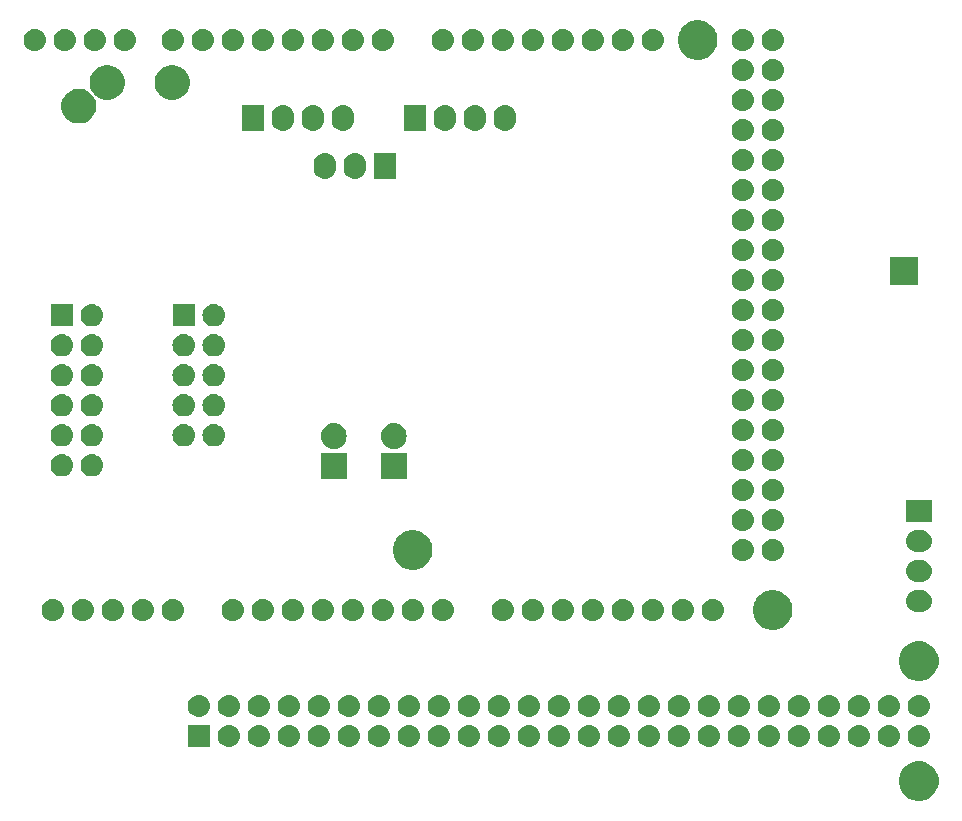
<source format=gbs>
G04 #@! TF.GenerationSoftware,KiCad,Pcbnew,5.0.0-rc2*
G04 #@! TF.CreationDate,2018-12-17T23:44:03-05:00*
G04 #@! TF.ProjectId,ZMHW_Map,5A4D48575F4D61702E6B696361645F70,rev?*
G04 #@! TF.SameCoordinates,Original*
G04 #@! TF.FileFunction,Soldermask,Bot*
G04 #@! TF.FilePolarity,Negative*
%FSLAX46Y46*%
G04 Gerber Fmt 4.6, Leading zero omitted, Abs format (unit mm)*
G04 Created by KiCad (PCBNEW 5.0.0-rc2) date Mon Dec 17 23:44:03 2018*
%MOMM*%
%LPD*%
G01*
G04 APERTURE LIST*
%ADD10C,0.100000*%
G04 APERTURE END LIST*
D10*
G36*
X226548931Y-93638216D02*
X226853976Y-93764570D01*
X226853978Y-93764571D01*
X227128515Y-93948011D01*
X227361988Y-94181484D01*
X227545430Y-94456024D01*
X227671784Y-94761069D01*
X227736200Y-95084909D01*
X227736200Y-95415091D01*
X227671784Y-95738931D01*
X227545430Y-96043976D01*
X227545429Y-96043978D01*
X227361989Y-96318515D01*
X227128515Y-96551989D01*
X226853978Y-96735429D01*
X226853977Y-96735430D01*
X226853976Y-96735430D01*
X226548931Y-96861784D01*
X226225091Y-96926200D01*
X225894909Y-96926200D01*
X225571069Y-96861784D01*
X225266024Y-96735430D01*
X225266023Y-96735430D01*
X225266022Y-96735429D01*
X224991485Y-96551989D01*
X224758011Y-96318515D01*
X224574571Y-96043978D01*
X224574570Y-96043976D01*
X224448216Y-95738931D01*
X224383800Y-95415091D01*
X224383800Y-95084909D01*
X224448216Y-94761069D01*
X224574570Y-94456024D01*
X224758012Y-94181484D01*
X224991485Y-93948011D01*
X225266022Y-93764571D01*
X225266024Y-93764570D01*
X225571069Y-93638216D01*
X225894909Y-93573800D01*
X226225091Y-93573800D01*
X226548931Y-93638216D01*
X226548931Y-93638216D01*
G37*
G36*
X198304228Y-90513797D02*
X198304230Y-90513798D01*
X198304233Y-90513798D01*
X198481386Y-90567537D01*
X198634111Y-90649170D01*
X198644653Y-90654805D01*
X198787754Y-90772246D01*
X198905195Y-90915347D01*
X198905196Y-90915349D01*
X198992463Y-91078614D01*
X199046202Y-91255767D01*
X199046202Y-91255770D01*
X199046203Y-91255772D01*
X199064348Y-91440000D01*
X199046203Y-91624228D01*
X199046202Y-91624230D01*
X199046202Y-91624233D01*
X198992463Y-91801386D01*
X198910829Y-91954111D01*
X198905195Y-91964653D01*
X198787754Y-92107754D01*
X198644653Y-92225195D01*
X198644651Y-92225196D01*
X198481386Y-92312463D01*
X198304233Y-92366202D01*
X198304230Y-92366202D01*
X198304228Y-92366203D01*
X198166174Y-92379800D01*
X198073826Y-92379800D01*
X197935772Y-92366203D01*
X197935770Y-92366202D01*
X197935767Y-92366202D01*
X197758614Y-92312463D01*
X197595349Y-92225196D01*
X197595347Y-92225195D01*
X197452246Y-92107754D01*
X197334805Y-91964653D01*
X197329171Y-91954111D01*
X197247537Y-91801386D01*
X197193798Y-91624233D01*
X197193798Y-91624230D01*
X197193797Y-91624228D01*
X197175652Y-91440000D01*
X197193797Y-91255772D01*
X197193798Y-91255770D01*
X197193798Y-91255767D01*
X197247537Y-91078614D01*
X197334804Y-90915349D01*
X197334805Y-90915347D01*
X197452246Y-90772246D01*
X197595347Y-90654805D01*
X197605889Y-90649171D01*
X197758614Y-90567537D01*
X197935767Y-90513798D01*
X197935770Y-90513798D01*
X197935772Y-90513797D01*
X198073826Y-90500200D01*
X198166174Y-90500200D01*
X198304228Y-90513797D01*
X198304228Y-90513797D01*
G37*
G36*
X166039800Y-92379800D02*
X164160200Y-92379800D01*
X164160200Y-90500200D01*
X166039800Y-90500200D01*
X166039800Y-92379800D01*
X166039800Y-92379800D01*
G37*
G36*
X167824228Y-90513797D02*
X167824230Y-90513798D01*
X167824233Y-90513798D01*
X168001386Y-90567537D01*
X168154111Y-90649170D01*
X168164653Y-90654805D01*
X168307754Y-90772246D01*
X168425195Y-90915347D01*
X168425196Y-90915349D01*
X168512463Y-91078614D01*
X168566202Y-91255767D01*
X168566202Y-91255770D01*
X168566203Y-91255772D01*
X168584348Y-91440000D01*
X168566203Y-91624228D01*
X168566202Y-91624230D01*
X168566202Y-91624233D01*
X168512463Y-91801386D01*
X168430829Y-91954111D01*
X168425195Y-91964653D01*
X168307754Y-92107754D01*
X168164653Y-92225195D01*
X168164651Y-92225196D01*
X168001386Y-92312463D01*
X167824233Y-92366202D01*
X167824230Y-92366202D01*
X167824228Y-92366203D01*
X167686174Y-92379800D01*
X167593826Y-92379800D01*
X167455772Y-92366203D01*
X167455770Y-92366202D01*
X167455767Y-92366202D01*
X167278614Y-92312463D01*
X167115349Y-92225196D01*
X167115347Y-92225195D01*
X166972246Y-92107754D01*
X166854805Y-91964653D01*
X166849170Y-91954111D01*
X166767537Y-91801386D01*
X166713798Y-91624233D01*
X166713798Y-91624230D01*
X166713797Y-91624228D01*
X166695652Y-91440000D01*
X166713797Y-91255772D01*
X166713798Y-91255770D01*
X166713798Y-91255767D01*
X166767537Y-91078614D01*
X166854804Y-90915349D01*
X166854805Y-90915347D01*
X166972246Y-90772246D01*
X167115347Y-90654805D01*
X167125889Y-90649171D01*
X167278614Y-90567537D01*
X167455767Y-90513798D01*
X167455770Y-90513798D01*
X167455772Y-90513797D01*
X167593826Y-90500200D01*
X167686174Y-90500200D01*
X167824228Y-90513797D01*
X167824228Y-90513797D01*
G37*
G36*
X170364228Y-90513797D02*
X170364230Y-90513798D01*
X170364233Y-90513798D01*
X170541386Y-90567537D01*
X170694111Y-90649170D01*
X170704653Y-90654805D01*
X170847754Y-90772246D01*
X170965195Y-90915347D01*
X170965196Y-90915349D01*
X171052463Y-91078614D01*
X171106202Y-91255767D01*
X171106202Y-91255770D01*
X171106203Y-91255772D01*
X171124348Y-91440000D01*
X171106203Y-91624228D01*
X171106202Y-91624230D01*
X171106202Y-91624233D01*
X171052463Y-91801386D01*
X170970829Y-91954111D01*
X170965195Y-91964653D01*
X170847754Y-92107754D01*
X170704653Y-92225195D01*
X170704651Y-92225196D01*
X170541386Y-92312463D01*
X170364233Y-92366202D01*
X170364230Y-92366202D01*
X170364228Y-92366203D01*
X170226174Y-92379800D01*
X170133826Y-92379800D01*
X169995772Y-92366203D01*
X169995770Y-92366202D01*
X169995767Y-92366202D01*
X169818614Y-92312463D01*
X169655349Y-92225196D01*
X169655347Y-92225195D01*
X169512246Y-92107754D01*
X169394805Y-91964653D01*
X169389170Y-91954111D01*
X169307537Y-91801386D01*
X169253798Y-91624233D01*
X169253798Y-91624230D01*
X169253797Y-91624228D01*
X169235652Y-91440000D01*
X169253797Y-91255772D01*
X169253798Y-91255770D01*
X169253798Y-91255767D01*
X169307537Y-91078614D01*
X169394804Y-90915349D01*
X169394805Y-90915347D01*
X169512246Y-90772246D01*
X169655347Y-90654805D01*
X169665889Y-90649171D01*
X169818614Y-90567537D01*
X169995767Y-90513798D01*
X169995770Y-90513798D01*
X169995772Y-90513797D01*
X170133826Y-90500200D01*
X170226174Y-90500200D01*
X170364228Y-90513797D01*
X170364228Y-90513797D01*
G37*
G36*
X172904228Y-90513797D02*
X172904230Y-90513798D01*
X172904233Y-90513798D01*
X173081386Y-90567537D01*
X173234111Y-90649170D01*
X173244653Y-90654805D01*
X173387754Y-90772246D01*
X173505195Y-90915347D01*
X173505196Y-90915349D01*
X173592463Y-91078614D01*
X173646202Y-91255767D01*
X173646202Y-91255770D01*
X173646203Y-91255772D01*
X173664348Y-91440000D01*
X173646203Y-91624228D01*
X173646202Y-91624230D01*
X173646202Y-91624233D01*
X173592463Y-91801386D01*
X173510829Y-91954111D01*
X173505195Y-91964653D01*
X173387754Y-92107754D01*
X173244653Y-92225195D01*
X173244651Y-92225196D01*
X173081386Y-92312463D01*
X172904233Y-92366202D01*
X172904230Y-92366202D01*
X172904228Y-92366203D01*
X172766174Y-92379800D01*
X172673826Y-92379800D01*
X172535772Y-92366203D01*
X172535770Y-92366202D01*
X172535767Y-92366202D01*
X172358614Y-92312463D01*
X172195349Y-92225196D01*
X172195347Y-92225195D01*
X172052246Y-92107754D01*
X171934805Y-91964653D01*
X171929170Y-91954111D01*
X171847537Y-91801386D01*
X171793798Y-91624233D01*
X171793798Y-91624230D01*
X171793797Y-91624228D01*
X171775652Y-91440000D01*
X171793797Y-91255772D01*
X171793798Y-91255770D01*
X171793798Y-91255767D01*
X171847537Y-91078614D01*
X171934804Y-90915349D01*
X171934805Y-90915347D01*
X172052246Y-90772246D01*
X172195347Y-90654805D01*
X172205889Y-90649171D01*
X172358614Y-90567537D01*
X172535767Y-90513798D01*
X172535770Y-90513798D01*
X172535772Y-90513797D01*
X172673826Y-90500200D01*
X172766174Y-90500200D01*
X172904228Y-90513797D01*
X172904228Y-90513797D01*
G37*
G36*
X175444228Y-90513797D02*
X175444230Y-90513798D01*
X175444233Y-90513798D01*
X175621386Y-90567537D01*
X175774111Y-90649170D01*
X175784653Y-90654805D01*
X175927754Y-90772246D01*
X176045195Y-90915347D01*
X176045196Y-90915349D01*
X176132463Y-91078614D01*
X176186202Y-91255767D01*
X176186202Y-91255770D01*
X176186203Y-91255772D01*
X176204348Y-91440000D01*
X176186203Y-91624228D01*
X176186202Y-91624230D01*
X176186202Y-91624233D01*
X176132463Y-91801386D01*
X176050829Y-91954111D01*
X176045195Y-91964653D01*
X175927754Y-92107754D01*
X175784653Y-92225195D01*
X175784651Y-92225196D01*
X175621386Y-92312463D01*
X175444233Y-92366202D01*
X175444230Y-92366202D01*
X175444228Y-92366203D01*
X175306174Y-92379800D01*
X175213826Y-92379800D01*
X175075772Y-92366203D01*
X175075770Y-92366202D01*
X175075767Y-92366202D01*
X174898614Y-92312463D01*
X174735349Y-92225196D01*
X174735347Y-92225195D01*
X174592246Y-92107754D01*
X174474805Y-91964653D01*
X174469170Y-91954111D01*
X174387537Y-91801386D01*
X174333798Y-91624233D01*
X174333798Y-91624230D01*
X174333797Y-91624228D01*
X174315652Y-91440000D01*
X174333797Y-91255772D01*
X174333798Y-91255770D01*
X174333798Y-91255767D01*
X174387537Y-91078614D01*
X174474804Y-90915349D01*
X174474805Y-90915347D01*
X174592246Y-90772246D01*
X174735347Y-90654805D01*
X174745889Y-90649171D01*
X174898614Y-90567537D01*
X175075767Y-90513798D01*
X175075770Y-90513798D01*
X175075772Y-90513797D01*
X175213826Y-90500200D01*
X175306174Y-90500200D01*
X175444228Y-90513797D01*
X175444228Y-90513797D01*
G37*
G36*
X177984228Y-90513797D02*
X177984230Y-90513798D01*
X177984233Y-90513798D01*
X178161386Y-90567537D01*
X178314111Y-90649170D01*
X178324653Y-90654805D01*
X178467754Y-90772246D01*
X178585195Y-90915347D01*
X178585196Y-90915349D01*
X178672463Y-91078614D01*
X178726202Y-91255767D01*
X178726202Y-91255770D01*
X178726203Y-91255772D01*
X178744348Y-91440000D01*
X178726203Y-91624228D01*
X178726202Y-91624230D01*
X178726202Y-91624233D01*
X178672463Y-91801386D01*
X178590829Y-91954111D01*
X178585195Y-91964653D01*
X178467754Y-92107754D01*
X178324653Y-92225195D01*
X178324651Y-92225196D01*
X178161386Y-92312463D01*
X177984233Y-92366202D01*
X177984230Y-92366202D01*
X177984228Y-92366203D01*
X177846174Y-92379800D01*
X177753826Y-92379800D01*
X177615772Y-92366203D01*
X177615770Y-92366202D01*
X177615767Y-92366202D01*
X177438614Y-92312463D01*
X177275349Y-92225196D01*
X177275347Y-92225195D01*
X177132246Y-92107754D01*
X177014805Y-91964653D01*
X177009170Y-91954111D01*
X176927537Y-91801386D01*
X176873798Y-91624233D01*
X176873798Y-91624230D01*
X176873797Y-91624228D01*
X176855652Y-91440000D01*
X176873797Y-91255772D01*
X176873798Y-91255770D01*
X176873798Y-91255767D01*
X176927537Y-91078614D01*
X177014804Y-90915349D01*
X177014805Y-90915347D01*
X177132246Y-90772246D01*
X177275347Y-90654805D01*
X177285889Y-90649171D01*
X177438614Y-90567537D01*
X177615767Y-90513798D01*
X177615770Y-90513798D01*
X177615772Y-90513797D01*
X177753826Y-90500200D01*
X177846174Y-90500200D01*
X177984228Y-90513797D01*
X177984228Y-90513797D01*
G37*
G36*
X180524228Y-90513797D02*
X180524230Y-90513798D01*
X180524233Y-90513798D01*
X180701386Y-90567537D01*
X180854111Y-90649170D01*
X180864653Y-90654805D01*
X181007754Y-90772246D01*
X181125195Y-90915347D01*
X181125196Y-90915349D01*
X181212463Y-91078614D01*
X181266202Y-91255767D01*
X181266202Y-91255770D01*
X181266203Y-91255772D01*
X181284348Y-91440000D01*
X181266203Y-91624228D01*
X181266202Y-91624230D01*
X181266202Y-91624233D01*
X181212463Y-91801386D01*
X181130829Y-91954111D01*
X181125195Y-91964653D01*
X181007754Y-92107754D01*
X180864653Y-92225195D01*
X180864651Y-92225196D01*
X180701386Y-92312463D01*
X180524233Y-92366202D01*
X180524230Y-92366202D01*
X180524228Y-92366203D01*
X180386174Y-92379800D01*
X180293826Y-92379800D01*
X180155772Y-92366203D01*
X180155770Y-92366202D01*
X180155767Y-92366202D01*
X179978614Y-92312463D01*
X179815349Y-92225196D01*
X179815347Y-92225195D01*
X179672246Y-92107754D01*
X179554805Y-91964653D01*
X179549170Y-91954111D01*
X179467537Y-91801386D01*
X179413798Y-91624233D01*
X179413798Y-91624230D01*
X179413797Y-91624228D01*
X179395652Y-91440000D01*
X179413797Y-91255772D01*
X179413798Y-91255770D01*
X179413798Y-91255767D01*
X179467537Y-91078614D01*
X179554804Y-90915349D01*
X179554805Y-90915347D01*
X179672246Y-90772246D01*
X179815347Y-90654805D01*
X179825889Y-90649171D01*
X179978614Y-90567537D01*
X180155767Y-90513798D01*
X180155770Y-90513798D01*
X180155772Y-90513797D01*
X180293826Y-90500200D01*
X180386174Y-90500200D01*
X180524228Y-90513797D01*
X180524228Y-90513797D01*
G37*
G36*
X183064228Y-90513797D02*
X183064230Y-90513798D01*
X183064233Y-90513798D01*
X183241386Y-90567537D01*
X183394111Y-90649170D01*
X183404653Y-90654805D01*
X183547754Y-90772246D01*
X183665195Y-90915347D01*
X183665196Y-90915349D01*
X183752463Y-91078614D01*
X183806202Y-91255767D01*
X183806202Y-91255770D01*
X183806203Y-91255772D01*
X183824348Y-91440000D01*
X183806203Y-91624228D01*
X183806202Y-91624230D01*
X183806202Y-91624233D01*
X183752463Y-91801386D01*
X183670829Y-91954111D01*
X183665195Y-91964653D01*
X183547754Y-92107754D01*
X183404653Y-92225195D01*
X183404651Y-92225196D01*
X183241386Y-92312463D01*
X183064233Y-92366202D01*
X183064230Y-92366202D01*
X183064228Y-92366203D01*
X182926174Y-92379800D01*
X182833826Y-92379800D01*
X182695772Y-92366203D01*
X182695770Y-92366202D01*
X182695767Y-92366202D01*
X182518614Y-92312463D01*
X182355349Y-92225196D01*
X182355347Y-92225195D01*
X182212246Y-92107754D01*
X182094805Y-91964653D01*
X182089170Y-91954111D01*
X182007537Y-91801386D01*
X181953798Y-91624233D01*
X181953798Y-91624230D01*
X181953797Y-91624228D01*
X181935652Y-91440000D01*
X181953797Y-91255772D01*
X181953798Y-91255770D01*
X181953798Y-91255767D01*
X182007537Y-91078614D01*
X182094804Y-90915349D01*
X182094805Y-90915347D01*
X182212246Y-90772246D01*
X182355347Y-90654805D01*
X182365889Y-90649171D01*
X182518614Y-90567537D01*
X182695767Y-90513798D01*
X182695770Y-90513798D01*
X182695772Y-90513797D01*
X182833826Y-90500200D01*
X182926174Y-90500200D01*
X183064228Y-90513797D01*
X183064228Y-90513797D01*
G37*
G36*
X185604228Y-90513797D02*
X185604230Y-90513798D01*
X185604233Y-90513798D01*
X185781386Y-90567537D01*
X185934111Y-90649170D01*
X185944653Y-90654805D01*
X186087754Y-90772246D01*
X186205195Y-90915347D01*
X186205196Y-90915349D01*
X186292463Y-91078614D01*
X186346202Y-91255767D01*
X186346202Y-91255770D01*
X186346203Y-91255772D01*
X186364348Y-91440000D01*
X186346203Y-91624228D01*
X186346202Y-91624230D01*
X186346202Y-91624233D01*
X186292463Y-91801386D01*
X186210829Y-91954111D01*
X186205195Y-91964653D01*
X186087754Y-92107754D01*
X185944653Y-92225195D01*
X185944651Y-92225196D01*
X185781386Y-92312463D01*
X185604233Y-92366202D01*
X185604230Y-92366202D01*
X185604228Y-92366203D01*
X185466174Y-92379800D01*
X185373826Y-92379800D01*
X185235772Y-92366203D01*
X185235770Y-92366202D01*
X185235767Y-92366202D01*
X185058614Y-92312463D01*
X184895349Y-92225196D01*
X184895347Y-92225195D01*
X184752246Y-92107754D01*
X184634805Y-91964653D01*
X184629171Y-91954111D01*
X184547537Y-91801386D01*
X184493798Y-91624233D01*
X184493798Y-91624230D01*
X184493797Y-91624228D01*
X184475652Y-91440000D01*
X184493797Y-91255772D01*
X184493798Y-91255770D01*
X184493798Y-91255767D01*
X184547537Y-91078614D01*
X184634804Y-90915349D01*
X184634805Y-90915347D01*
X184752246Y-90772246D01*
X184895347Y-90654805D01*
X184905889Y-90649171D01*
X185058614Y-90567537D01*
X185235767Y-90513798D01*
X185235770Y-90513798D01*
X185235772Y-90513797D01*
X185373826Y-90500200D01*
X185466174Y-90500200D01*
X185604228Y-90513797D01*
X185604228Y-90513797D01*
G37*
G36*
X188144228Y-90513797D02*
X188144230Y-90513798D01*
X188144233Y-90513798D01*
X188321386Y-90567537D01*
X188474111Y-90649170D01*
X188484653Y-90654805D01*
X188627754Y-90772246D01*
X188745195Y-90915347D01*
X188745196Y-90915349D01*
X188832463Y-91078614D01*
X188886202Y-91255767D01*
X188886202Y-91255770D01*
X188886203Y-91255772D01*
X188904348Y-91440000D01*
X188886203Y-91624228D01*
X188886202Y-91624230D01*
X188886202Y-91624233D01*
X188832463Y-91801386D01*
X188750829Y-91954111D01*
X188745195Y-91964653D01*
X188627754Y-92107754D01*
X188484653Y-92225195D01*
X188484651Y-92225196D01*
X188321386Y-92312463D01*
X188144233Y-92366202D01*
X188144230Y-92366202D01*
X188144228Y-92366203D01*
X188006174Y-92379800D01*
X187913826Y-92379800D01*
X187775772Y-92366203D01*
X187775770Y-92366202D01*
X187775767Y-92366202D01*
X187598614Y-92312463D01*
X187435349Y-92225196D01*
X187435347Y-92225195D01*
X187292246Y-92107754D01*
X187174805Y-91964653D01*
X187169171Y-91954111D01*
X187087537Y-91801386D01*
X187033798Y-91624233D01*
X187033798Y-91624230D01*
X187033797Y-91624228D01*
X187015652Y-91440000D01*
X187033797Y-91255772D01*
X187033798Y-91255770D01*
X187033798Y-91255767D01*
X187087537Y-91078614D01*
X187174804Y-90915349D01*
X187174805Y-90915347D01*
X187292246Y-90772246D01*
X187435347Y-90654805D01*
X187445889Y-90649171D01*
X187598614Y-90567537D01*
X187775767Y-90513798D01*
X187775770Y-90513798D01*
X187775772Y-90513797D01*
X187913826Y-90500200D01*
X188006174Y-90500200D01*
X188144228Y-90513797D01*
X188144228Y-90513797D01*
G37*
G36*
X190684228Y-90513797D02*
X190684230Y-90513798D01*
X190684233Y-90513798D01*
X190861386Y-90567537D01*
X191014111Y-90649170D01*
X191024653Y-90654805D01*
X191167754Y-90772246D01*
X191285195Y-90915347D01*
X191285196Y-90915349D01*
X191372463Y-91078614D01*
X191426202Y-91255767D01*
X191426202Y-91255770D01*
X191426203Y-91255772D01*
X191444348Y-91440000D01*
X191426203Y-91624228D01*
X191426202Y-91624230D01*
X191426202Y-91624233D01*
X191372463Y-91801386D01*
X191290829Y-91954111D01*
X191285195Y-91964653D01*
X191167754Y-92107754D01*
X191024653Y-92225195D01*
X191024651Y-92225196D01*
X190861386Y-92312463D01*
X190684233Y-92366202D01*
X190684230Y-92366202D01*
X190684228Y-92366203D01*
X190546174Y-92379800D01*
X190453826Y-92379800D01*
X190315772Y-92366203D01*
X190315770Y-92366202D01*
X190315767Y-92366202D01*
X190138614Y-92312463D01*
X189975349Y-92225196D01*
X189975347Y-92225195D01*
X189832246Y-92107754D01*
X189714805Y-91964653D01*
X189709171Y-91954111D01*
X189627537Y-91801386D01*
X189573798Y-91624233D01*
X189573798Y-91624230D01*
X189573797Y-91624228D01*
X189555652Y-91440000D01*
X189573797Y-91255772D01*
X189573798Y-91255770D01*
X189573798Y-91255767D01*
X189627537Y-91078614D01*
X189714804Y-90915349D01*
X189714805Y-90915347D01*
X189832246Y-90772246D01*
X189975347Y-90654805D01*
X189985889Y-90649171D01*
X190138614Y-90567537D01*
X190315767Y-90513798D01*
X190315770Y-90513798D01*
X190315772Y-90513797D01*
X190453826Y-90500200D01*
X190546174Y-90500200D01*
X190684228Y-90513797D01*
X190684228Y-90513797D01*
G37*
G36*
X193224228Y-90513797D02*
X193224230Y-90513798D01*
X193224233Y-90513798D01*
X193401386Y-90567537D01*
X193554111Y-90649170D01*
X193564653Y-90654805D01*
X193707754Y-90772246D01*
X193825195Y-90915347D01*
X193825196Y-90915349D01*
X193912463Y-91078614D01*
X193966202Y-91255767D01*
X193966202Y-91255770D01*
X193966203Y-91255772D01*
X193984348Y-91440000D01*
X193966203Y-91624228D01*
X193966202Y-91624230D01*
X193966202Y-91624233D01*
X193912463Y-91801386D01*
X193830829Y-91954111D01*
X193825195Y-91964653D01*
X193707754Y-92107754D01*
X193564653Y-92225195D01*
X193564651Y-92225196D01*
X193401386Y-92312463D01*
X193224233Y-92366202D01*
X193224230Y-92366202D01*
X193224228Y-92366203D01*
X193086174Y-92379800D01*
X192993826Y-92379800D01*
X192855772Y-92366203D01*
X192855770Y-92366202D01*
X192855767Y-92366202D01*
X192678614Y-92312463D01*
X192515349Y-92225196D01*
X192515347Y-92225195D01*
X192372246Y-92107754D01*
X192254805Y-91964653D01*
X192249171Y-91954111D01*
X192167537Y-91801386D01*
X192113798Y-91624233D01*
X192113798Y-91624230D01*
X192113797Y-91624228D01*
X192095652Y-91440000D01*
X192113797Y-91255772D01*
X192113798Y-91255770D01*
X192113798Y-91255767D01*
X192167537Y-91078614D01*
X192254804Y-90915349D01*
X192254805Y-90915347D01*
X192372246Y-90772246D01*
X192515347Y-90654805D01*
X192525889Y-90649171D01*
X192678614Y-90567537D01*
X192855767Y-90513798D01*
X192855770Y-90513798D01*
X192855772Y-90513797D01*
X192993826Y-90500200D01*
X193086174Y-90500200D01*
X193224228Y-90513797D01*
X193224228Y-90513797D01*
G37*
G36*
X200844228Y-90513797D02*
X200844230Y-90513798D01*
X200844233Y-90513798D01*
X201021386Y-90567537D01*
X201174111Y-90649170D01*
X201184653Y-90654805D01*
X201327754Y-90772246D01*
X201445195Y-90915347D01*
X201445196Y-90915349D01*
X201532463Y-91078614D01*
X201586202Y-91255767D01*
X201586202Y-91255770D01*
X201586203Y-91255772D01*
X201604348Y-91440000D01*
X201586203Y-91624228D01*
X201586202Y-91624230D01*
X201586202Y-91624233D01*
X201532463Y-91801386D01*
X201450829Y-91954111D01*
X201445195Y-91964653D01*
X201327754Y-92107754D01*
X201184653Y-92225195D01*
X201184651Y-92225196D01*
X201021386Y-92312463D01*
X200844233Y-92366202D01*
X200844230Y-92366202D01*
X200844228Y-92366203D01*
X200706174Y-92379800D01*
X200613826Y-92379800D01*
X200475772Y-92366203D01*
X200475770Y-92366202D01*
X200475767Y-92366202D01*
X200298614Y-92312463D01*
X200135349Y-92225196D01*
X200135347Y-92225195D01*
X199992246Y-92107754D01*
X199874805Y-91964653D01*
X199869171Y-91954111D01*
X199787537Y-91801386D01*
X199733798Y-91624233D01*
X199733798Y-91624230D01*
X199733797Y-91624228D01*
X199715652Y-91440000D01*
X199733797Y-91255772D01*
X199733798Y-91255770D01*
X199733798Y-91255767D01*
X199787537Y-91078614D01*
X199874804Y-90915349D01*
X199874805Y-90915347D01*
X199992246Y-90772246D01*
X200135347Y-90654805D01*
X200145889Y-90649171D01*
X200298614Y-90567537D01*
X200475767Y-90513798D01*
X200475770Y-90513798D01*
X200475772Y-90513797D01*
X200613826Y-90500200D01*
X200706174Y-90500200D01*
X200844228Y-90513797D01*
X200844228Y-90513797D01*
G37*
G36*
X195764228Y-90513797D02*
X195764230Y-90513798D01*
X195764233Y-90513798D01*
X195941386Y-90567537D01*
X196094111Y-90649170D01*
X196104653Y-90654805D01*
X196247754Y-90772246D01*
X196365195Y-90915347D01*
X196365196Y-90915349D01*
X196452463Y-91078614D01*
X196506202Y-91255767D01*
X196506202Y-91255770D01*
X196506203Y-91255772D01*
X196524348Y-91440000D01*
X196506203Y-91624228D01*
X196506202Y-91624230D01*
X196506202Y-91624233D01*
X196452463Y-91801386D01*
X196370829Y-91954111D01*
X196365195Y-91964653D01*
X196247754Y-92107754D01*
X196104653Y-92225195D01*
X196104651Y-92225196D01*
X195941386Y-92312463D01*
X195764233Y-92366202D01*
X195764230Y-92366202D01*
X195764228Y-92366203D01*
X195626174Y-92379800D01*
X195533826Y-92379800D01*
X195395772Y-92366203D01*
X195395770Y-92366202D01*
X195395767Y-92366202D01*
X195218614Y-92312463D01*
X195055349Y-92225196D01*
X195055347Y-92225195D01*
X194912246Y-92107754D01*
X194794805Y-91964653D01*
X194789171Y-91954111D01*
X194707537Y-91801386D01*
X194653798Y-91624233D01*
X194653798Y-91624230D01*
X194653797Y-91624228D01*
X194635652Y-91440000D01*
X194653797Y-91255772D01*
X194653798Y-91255770D01*
X194653798Y-91255767D01*
X194707537Y-91078614D01*
X194794804Y-90915349D01*
X194794805Y-90915347D01*
X194912246Y-90772246D01*
X195055347Y-90654805D01*
X195065889Y-90649171D01*
X195218614Y-90567537D01*
X195395767Y-90513798D01*
X195395770Y-90513798D01*
X195395772Y-90513797D01*
X195533826Y-90500200D01*
X195626174Y-90500200D01*
X195764228Y-90513797D01*
X195764228Y-90513797D01*
G37*
G36*
X226244228Y-90513797D02*
X226244230Y-90513798D01*
X226244233Y-90513798D01*
X226421386Y-90567537D01*
X226574111Y-90649170D01*
X226584653Y-90654805D01*
X226727754Y-90772246D01*
X226845195Y-90915347D01*
X226845196Y-90915349D01*
X226932463Y-91078614D01*
X226986202Y-91255767D01*
X226986202Y-91255770D01*
X226986203Y-91255772D01*
X227004348Y-91440000D01*
X226986203Y-91624228D01*
X226986202Y-91624230D01*
X226986202Y-91624233D01*
X226932463Y-91801386D01*
X226850829Y-91954111D01*
X226845195Y-91964653D01*
X226727754Y-92107754D01*
X226584653Y-92225195D01*
X226584651Y-92225196D01*
X226421386Y-92312463D01*
X226244233Y-92366202D01*
X226244230Y-92366202D01*
X226244228Y-92366203D01*
X226106174Y-92379800D01*
X226013826Y-92379800D01*
X225875772Y-92366203D01*
X225875770Y-92366202D01*
X225875767Y-92366202D01*
X225698614Y-92312463D01*
X225535349Y-92225196D01*
X225535347Y-92225195D01*
X225392246Y-92107754D01*
X225274805Y-91964653D01*
X225269171Y-91954111D01*
X225187537Y-91801386D01*
X225133798Y-91624233D01*
X225133798Y-91624230D01*
X225133797Y-91624228D01*
X225115652Y-91440000D01*
X225133797Y-91255772D01*
X225133798Y-91255770D01*
X225133798Y-91255767D01*
X225187537Y-91078614D01*
X225274804Y-90915349D01*
X225274805Y-90915347D01*
X225392246Y-90772246D01*
X225535347Y-90654805D01*
X225545889Y-90649171D01*
X225698614Y-90567537D01*
X225875767Y-90513798D01*
X225875770Y-90513798D01*
X225875772Y-90513797D01*
X226013826Y-90500200D01*
X226106174Y-90500200D01*
X226244228Y-90513797D01*
X226244228Y-90513797D01*
G37*
G36*
X223704228Y-90513797D02*
X223704230Y-90513798D01*
X223704233Y-90513798D01*
X223881386Y-90567537D01*
X224034111Y-90649170D01*
X224044653Y-90654805D01*
X224187754Y-90772246D01*
X224305195Y-90915347D01*
X224305196Y-90915349D01*
X224392463Y-91078614D01*
X224446202Y-91255767D01*
X224446202Y-91255770D01*
X224446203Y-91255772D01*
X224464348Y-91440000D01*
X224446203Y-91624228D01*
X224446202Y-91624230D01*
X224446202Y-91624233D01*
X224392463Y-91801386D01*
X224310829Y-91954111D01*
X224305195Y-91964653D01*
X224187754Y-92107754D01*
X224044653Y-92225195D01*
X224044651Y-92225196D01*
X223881386Y-92312463D01*
X223704233Y-92366202D01*
X223704230Y-92366202D01*
X223704228Y-92366203D01*
X223566174Y-92379800D01*
X223473826Y-92379800D01*
X223335772Y-92366203D01*
X223335770Y-92366202D01*
X223335767Y-92366202D01*
X223158614Y-92312463D01*
X222995349Y-92225196D01*
X222995347Y-92225195D01*
X222852246Y-92107754D01*
X222734805Y-91964653D01*
X222729171Y-91954111D01*
X222647537Y-91801386D01*
X222593798Y-91624233D01*
X222593798Y-91624230D01*
X222593797Y-91624228D01*
X222575652Y-91440000D01*
X222593797Y-91255772D01*
X222593798Y-91255770D01*
X222593798Y-91255767D01*
X222647537Y-91078614D01*
X222734804Y-90915349D01*
X222734805Y-90915347D01*
X222852246Y-90772246D01*
X222995347Y-90654805D01*
X223005889Y-90649171D01*
X223158614Y-90567537D01*
X223335767Y-90513798D01*
X223335770Y-90513798D01*
X223335772Y-90513797D01*
X223473826Y-90500200D01*
X223566174Y-90500200D01*
X223704228Y-90513797D01*
X223704228Y-90513797D01*
G37*
G36*
X221164228Y-90513797D02*
X221164230Y-90513798D01*
X221164233Y-90513798D01*
X221341386Y-90567537D01*
X221494111Y-90649170D01*
X221504653Y-90654805D01*
X221647754Y-90772246D01*
X221765195Y-90915347D01*
X221765196Y-90915349D01*
X221852463Y-91078614D01*
X221906202Y-91255767D01*
X221906202Y-91255770D01*
X221906203Y-91255772D01*
X221924348Y-91440000D01*
X221906203Y-91624228D01*
X221906202Y-91624230D01*
X221906202Y-91624233D01*
X221852463Y-91801386D01*
X221770829Y-91954111D01*
X221765195Y-91964653D01*
X221647754Y-92107754D01*
X221504653Y-92225195D01*
X221504651Y-92225196D01*
X221341386Y-92312463D01*
X221164233Y-92366202D01*
X221164230Y-92366202D01*
X221164228Y-92366203D01*
X221026174Y-92379800D01*
X220933826Y-92379800D01*
X220795772Y-92366203D01*
X220795770Y-92366202D01*
X220795767Y-92366202D01*
X220618614Y-92312463D01*
X220455349Y-92225196D01*
X220455347Y-92225195D01*
X220312246Y-92107754D01*
X220194805Y-91964653D01*
X220189171Y-91954111D01*
X220107537Y-91801386D01*
X220053798Y-91624233D01*
X220053798Y-91624230D01*
X220053797Y-91624228D01*
X220035652Y-91440000D01*
X220053797Y-91255772D01*
X220053798Y-91255770D01*
X220053798Y-91255767D01*
X220107537Y-91078614D01*
X220194804Y-90915349D01*
X220194805Y-90915347D01*
X220312246Y-90772246D01*
X220455347Y-90654805D01*
X220465889Y-90649171D01*
X220618614Y-90567537D01*
X220795767Y-90513798D01*
X220795770Y-90513798D01*
X220795772Y-90513797D01*
X220933826Y-90500200D01*
X221026174Y-90500200D01*
X221164228Y-90513797D01*
X221164228Y-90513797D01*
G37*
G36*
X218624228Y-90513797D02*
X218624230Y-90513798D01*
X218624233Y-90513798D01*
X218801386Y-90567537D01*
X218954111Y-90649170D01*
X218964653Y-90654805D01*
X219107754Y-90772246D01*
X219225195Y-90915347D01*
X219225196Y-90915349D01*
X219312463Y-91078614D01*
X219366202Y-91255767D01*
X219366202Y-91255770D01*
X219366203Y-91255772D01*
X219384348Y-91440000D01*
X219366203Y-91624228D01*
X219366202Y-91624230D01*
X219366202Y-91624233D01*
X219312463Y-91801386D01*
X219230829Y-91954111D01*
X219225195Y-91964653D01*
X219107754Y-92107754D01*
X218964653Y-92225195D01*
X218964651Y-92225196D01*
X218801386Y-92312463D01*
X218624233Y-92366202D01*
X218624230Y-92366202D01*
X218624228Y-92366203D01*
X218486174Y-92379800D01*
X218393826Y-92379800D01*
X218255772Y-92366203D01*
X218255770Y-92366202D01*
X218255767Y-92366202D01*
X218078614Y-92312463D01*
X217915349Y-92225196D01*
X217915347Y-92225195D01*
X217772246Y-92107754D01*
X217654805Y-91964653D01*
X217649171Y-91954111D01*
X217567537Y-91801386D01*
X217513798Y-91624233D01*
X217513798Y-91624230D01*
X217513797Y-91624228D01*
X217495652Y-91440000D01*
X217513797Y-91255772D01*
X217513798Y-91255770D01*
X217513798Y-91255767D01*
X217567537Y-91078614D01*
X217654804Y-90915349D01*
X217654805Y-90915347D01*
X217772246Y-90772246D01*
X217915347Y-90654805D01*
X217925889Y-90649171D01*
X218078614Y-90567537D01*
X218255767Y-90513798D01*
X218255770Y-90513798D01*
X218255772Y-90513797D01*
X218393826Y-90500200D01*
X218486174Y-90500200D01*
X218624228Y-90513797D01*
X218624228Y-90513797D01*
G37*
G36*
X216084228Y-90513797D02*
X216084230Y-90513798D01*
X216084233Y-90513798D01*
X216261386Y-90567537D01*
X216414111Y-90649170D01*
X216424653Y-90654805D01*
X216567754Y-90772246D01*
X216685195Y-90915347D01*
X216685196Y-90915349D01*
X216772463Y-91078614D01*
X216826202Y-91255767D01*
X216826202Y-91255770D01*
X216826203Y-91255772D01*
X216844348Y-91440000D01*
X216826203Y-91624228D01*
X216826202Y-91624230D01*
X216826202Y-91624233D01*
X216772463Y-91801386D01*
X216690829Y-91954111D01*
X216685195Y-91964653D01*
X216567754Y-92107754D01*
X216424653Y-92225195D01*
X216424651Y-92225196D01*
X216261386Y-92312463D01*
X216084233Y-92366202D01*
X216084230Y-92366202D01*
X216084228Y-92366203D01*
X215946174Y-92379800D01*
X215853826Y-92379800D01*
X215715772Y-92366203D01*
X215715770Y-92366202D01*
X215715767Y-92366202D01*
X215538614Y-92312463D01*
X215375349Y-92225196D01*
X215375347Y-92225195D01*
X215232246Y-92107754D01*
X215114805Y-91964653D01*
X215109171Y-91954111D01*
X215027537Y-91801386D01*
X214973798Y-91624233D01*
X214973798Y-91624230D01*
X214973797Y-91624228D01*
X214955652Y-91440000D01*
X214973797Y-91255772D01*
X214973798Y-91255770D01*
X214973798Y-91255767D01*
X215027537Y-91078614D01*
X215114804Y-90915349D01*
X215114805Y-90915347D01*
X215232246Y-90772246D01*
X215375347Y-90654805D01*
X215385889Y-90649171D01*
X215538614Y-90567537D01*
X215715767Y-90513798D01*
X215715770Y-90513798D01*
X215715772Y-90513797D01*
X215853826Y-90500200D01*
X215946174Y-90500200D01*
X216084228Y-90513797D01*
X216084228Y-90513797D01*
G37*
G36*
X211004228Y-90513797D02*
X211004230Y-90513798D01*
X211004233Y-90513798D01*
X211181386Y-90567537D01*
X211334111Y-90649170D01*
X211344653Y-90654805D01*
X211487754Y-90772246D01*
X211605195Y-90915347D01*
X211605196Y-90915349D01*
X211692463Y-91078614D01*
X211746202Y-91255767D01*
X211746202Y-91255770D01*
X211746203Y-91255772D01*
X211764348Y-91440000D01*
X211746203Y-91624228D01*
X211746202Y-91624230D01*
X211746202Y-91624233D01*
X211692463Y-91801386D01*
X211610829Y-91954111D01*
X211605195Y-91964653D01*
X211487754Y-92107754D01*
X211344653Y-92225195D01*
X211344651Y-92225196D01*
X211181386Y-92312463D01*
X211004233Y-92366202D01*
X211004230Y-92366202D01*
X211004228Y-92366203D01*
X210866174Y-92379800D01*
X210773826Y-92379800D01*
X210635772Y-92366203D01*
X210635770Y-92366202D01*
X210635767Y-92366202D01*
X210458614Y-92312463D01*
X210295349Y-92225196D01*
X210295347Y-92225195D01*
X210152246Y-92107754D01*
X210034805Y-91964653D01*
X210029171Y-91954111D01*
X209947537Y-91801386D01*
X209893798Y-91624233D01*
X209893798Y-91624230D01*
X209893797Y-91624228D01*
X209875652Y-91440000D01*
X209893797Y-91255772D01*
X209893798Y-91255770D01*
X209893798Y-91255767D01*
X209947537Y-91078614D01*
X210034804Y-90915349D01*
X210034805Y-90915347D01*
X210152246Y-90772246D01*
X210295347Y-90654805D01*
X210305889Y-90649171D01*
X210458614Y-90567537D01*
X210635767Y-90513798D01*
X210635770Y-90513798D01*
X210635772Y-90513797D01*
X210773826Y-90500200D01*
X210866174Y-90500200D01*
X211004228Y-90513797D01*
X211004228Y-90513797D01*
G37*
G36*
X208464228Y-90513797D02*
X208464230Y-90513798D01*
X208464233Y-90513798D01*
X208641386Y-90567537D01*
X208794111Y-90649170D01*
X208804653Y-90654805D01*
X208947754Y-90772246D01*
X209065195Y-90915347D01*
X209065196Y-90915349D01*
X209152463Y-91078614D01*
X209206202Y-91255767D01*
X209206202Y-91255770D01*
X209206203Y-91255772D01*
X209224348Y-91440000D01*
X209206203Y-91624228D01*
X209206202Y-91624230D01*
X209206202Y-91624233D01*
X209152463Y-91801386D01*
X209070829Y-91954111D01*
X209065195Y-91964653D01*
X208947754Y-92107754D01*
X208804653Y-92225195D01*
X208804651Y-92225196D01*
X208641386Y-92312463D01*
X208464233Y-92366202D01*
X208464230Y-92366202D01*
X208464228Y-92366203D01*
X208326174Y-92379800D01*
X208233826Y-92379800D01*
X208095772Y-92366203D01*
X208095770Y-92366202D01*
X208095767Y-92366202D01*
X207918614Y-92312463D01*
X207755349Y-92225196D01*
X207755347Y-92225195D01*
X207612246Y-92107754D01*
X207494805Y-91964653D01*
X207489171Y-91954111D01*
X207407537Y-91801386D01*
X207353798Y-91624233D01*
X207353798Y-91624230D01*
X207353797Y-91624228D01*
X207335652Y-91440000D01*
X207353797Y-91255772D01*
X207353798Y-91255770D01*
X207353798Y-91255767D01*
X207407537Y-91078614D01*
X207494804Y-90915349D01*
X207494805Y-90915347D01*
X207612246Y-90772246D01*
X207755347Y-90654805D01*
X207765889Y-90649171D01*
X207918614Y-90567537D01*
X208095767Y-90513798D01*
X208095770Y-90513798D01*
X208095772Y-90513797D01*
X208233826Y-90500200D01*
X208326174Y-90500200D01*
X208464228Y-90513797D01*
X208464228Y-90513797D01*
G37*
G36*
X205924228Y-90513797D02*
X205924230Y-90513798D01*
X205924233Y-90513798D01*
X206101386Y-90567537D01*
X206254111Y-90649170D01*
X206264653Y-90654805D01*
X206407754Y-90772246D01*
X206525195Y-90915347D01*
X206525196Y-90915349D01*
X206612463Y-91078614D01*
X206666202Y-91255767D01*
X206666202Y-91255770D01*
X206666203Y-91255772D01*
X206684348Y-91440000D01*
X206666203Y-91624228D01*
X206666202Y-91624230D01*
X206666202Y-91624233D01*
X206612463Y-91801386D01*
X206530829Y-91954111D01*
X206525195Y-91964653D01*
X206407754Y-92107754D01*
X206264653Y-92225195D01*
X206264651Y-92225196D01*
X206101386Y-92312463D01*
X205924233Y-92366202D01*
X205924230Y-92366202D01*
X205924228Y-92366203D01*
X205786174Y-92379800D01*
X205693826Y-92379800D01*
X205555772Y-92366203D01*
X205555770Y-92366202D01*
X205555767Y-92366202D01*
X205378614Y-92312463D01*
X205215349Y-92225196D01*
X205215347Y-92225195D01*
X205072246Y-92107754D01*
X204954805Y-91964653D01*
X204949171Y-91954111D01*
X204867537Y-91801386D01*
X204813798Y-91624233D01*
X204813798Y-91624230D01*
X204813797Y-91624228D01*
X204795652Y-91440000D01*
X204813797Y-91255772D01*
X204813798Y-91255770D01*
X204813798Y-91255767D01*
X204867537Y-91078614D01*
X204954804Y-90915349D01*
X204954805Y-90915347D01*
X205072246Y-90772246D01*
X205215347Y-90654805D01*
X205225889Y-90649171D01*
X205378614Y-90567537D01*
X205555767Y-90513798D01*
X205555770Y-90513798D01*
X205555772Y-90513797D01*
X205693826Y-90500200D01*
X205786174Y-90500200D01*
X205924228Y-90513797D01*
X205924228Y-90513797D01*
G37*
G36*
X203384228Y-90513797D02*
X203384230Y-90513798D01*
X203384233Y-90513798D01*
X203561386Y-90567537D01*
X203714111Y-90649170D01*
X203724653Y-90654805D01*
X203867754Y-90772246D01*
X203985195Y-90915347D01*
X203985196Y-90915349D01*
X204072463Y-91078614D01*
X204126202Y-91255767D01*
X204126202Y-91255770D01*
X204126203Y-91255772D01*
X204144348Y-91440000D01*
X204126203Y-91624228D01*
X204126202Y-91624230D01*
X204126202Y-91624233D01*
X204072463Y-91801386D01*
X203990829Y-91954111D01*
X203985195Y-91964653D01*
X203867754Y-92107754D01*
X203724653Y-92225195D01*
X203724651Y-92225196D01*
X203561386Y-92312463D01*
X203384233Y-92366202D01*
X203384230Y-92366202D01*
X203384228Y-92366203D01*
X203246174Y-92379800D01*
X203153826Y-92379800D01*
X203015772Y-92366203D01*
X203015770Y-92366202D01*
X203015767Y-92366202D01*
X202838614Y-92312463D01*
X202675349Y-92225196D01*
X202675347Y-92225195D01*
X202532246Y-92107754D01*
X202414805Y-91964653D01*
X202409171Y-91954111D01*
X202327537Y-91801386D01*
X202273798Y-91624233D01*
X202273798Y-91624230D01*
X202273797Y-91624228D01*
X202255652Y-91440000D01*
X202273797Y-91255772D01*
X202273798Y-91255770D01*
X202273798Y-91255767D01*
X202327537Y-91078614D01*
X202414804Y-90915349D01*
X202414805Y-90915347D01*
X202532246Y-90772246D01*
X202675347Y-90654805D01*
X202685889Y-90649171D01*
X202838614Y-90567537D01*
X203015767Y-90513798D01*
X203015770Y-90513798D01*
X203015772Y-90513797D01*
X203153826Y-90500200D01*
X203246174Y-90500200D01*
X203384228Y-90513797D01*
X203384228Y-90513797D01*
G37*
G36*
X213544228Y-90513797D02*
X213544230Y-90513798D01*
X213544233Y-90513798D01*
X213721386Y-90567537D01*
X213874111Y-90649170D01*
X213884653Y-90654805D01*
X214027754Y-90772246D01*
X214145195Y-90915347D01*
X214145196Y-90915349D01*
X214232463Y-91078614D01*
X214286202Y-91255767D01*
X214286202Y-91255770D01*
X214286203Y-91255772D01*
X214304348Y-91440000D01*
X214286203Y-91624228D01*
X214286202Y-91624230D01*
X214286202Y-91624233D01*
X214232463Y-91801386D01*
X214150829Y-91954111D01*
X214145195Y-91964653D01*
X214027754Y-92107754D01*
X213884653Y-92225195D01*
X213884651Y-92225196D01*
X213721386Y-92312463D01*
X213544233Y-92366202D01*
X213544230Y-92366202D01*
X213544228Y-92366203D01*
X213406174Y-92379800D01*
X213313826Y-92379800D01*
X213175772Y-92366203D01*
X213175770Y-92366202D01*
X213175767Y-92366202D01*
X212998614Y-92312463D01*
X212835349Y-92225196D01*
X212835347Y-92225195D01*
X212692246Y-92107754D01*
X212574805Y-91964653D01*
X212569171Y-91954111D01*
X212487537Y-91801386D01*
X212433798Y-91624233D01*
X212433798Y-91624230D01*
X212433797Y-91624228D01*
X212415652Y-91440000D01*
X212433797Y-91255772D01*
X212433798Y-91255770D01*
X212433798Y-91255767D01*
X212487537Y-91078614D01*
X212574804Y-90915349D01*
X212574805Y-90915347D01*
X212692246Y-90772246D01*
X212835347Y-90654805D01*
X212845889Y-90649171D01*
X212998614Y-90567537D01*
X213175767Y-90513798D01*
X213175770Y-90513798D01*
X213175772Y-90513797D01*
X213313826Y-90500200D01*
X213406174Y-90500200D01*
X213544228Y-90513797D01*
X213544228Y-90513797D01*
G37*
G36*
X175444228Y-87973797D02*
X175444230Y-87973798D01*
X175444233Y-87973798D01*
X175621386Y-88027537D01*
X175774111Y-88109170D01*
X175784653Y-88114805D01*
X175927754Y-88232246D01*
X176045195Y-88375347D01*
X176045196Y-88375349D01*
X176132463Y-88538614D01*
X176186202Y-88715767D01*
X176186202Y-88715770D01*
X176186203Y-88715772D01*
X176204348Y-88900000D01*
X176186203Y-89084228D01*
X176186202Y-89084230D01*
X176186202Y-89084233D01*
X176132463Y-89261386D01*
X176050829Y-89414111D01*
X176045195Y-89424653D01*
X175927754Y-89567754D01*
X175784653Y-89685195D01*
X175784651Y-89685196D01*
X175621386Y-89772463D01*
X175444233Y-89826202D01*
X175444230Y-89826202D01*
X175444228Y-89826203D01*
X175306174Y-89839800D01*
X175213826Y-89839800D01*
X175075772Y-89826203D01*
X175075770Y-89826202D01*
X175075767Y-89826202D01*
X174898614Y-89772463D01*
X174735349Y-89685196D01*
X174735347Y-89685195D01*
X174592246Y-89567754D01*
X174474805Y-89424653D01*
X174469171Y-89414111D01*
X174387537Y-89261386D01*
X174333798Y-89084233D01*
X174333798Y-89084230D01*
X174333797Y-89084228D01*
X174315652Y-88900000D01*
X174333797Y-88715772D01*
X174333798Y-88715770D01*
X174333798Y-88715767D01*
X174387537Y-88538614D01*
X174474804Y-88375349D01*
X174474805Y-88375347D01*
X174592246Y-88232246D01*
X174735347Y-88114805D01*
X174745889Y-88109170D01*
X174898614Y-88027537D01*
X175075767Y-87973798D01*
X175075770Y-87973798D01*
X175075772Y-87973797D01*
X175213826Y-87960200D01*
X175306174Y-87960200D01*
X175444228Y-87973797D01*
X175444228Y-87973797D01*
G37*
G36*
X167824228Y-87973797D02*
X167824230Y-87973798D01*
X167824233Y-87973798D01*
X168001386Y-88027537D01*
X168154111Y-88109170D01*
X168164653Y-88114805D01*
X168307754Y-88232246D01*
X168425195Y-88375347D01*
X168425196Y-88375349D01*
X168512463Y-88538614D01*
X168566202Y-88715767D01*
X168566202Y-88715770D01*
X168566203Y-88715772D01*
X168584348Y-88900000D01*
X168566203Y-89084228D01*
X168566202Y-89084230D01*
X168566202Y-89084233D01*
X168512463Y-89261386D01*
X168430829Y-89414111D01*
X168425195Y-89424653D01*
X168307754Y-89567754D01*
X168164653Y-89685195D01*
X168164651Y-89685196D01*
X168001386Y-89772463D01*
X167824233Y-89826202D01*
X167824230Y-89826202D01*
X167824228Y-89826203D01*
X167686174Y-89839800D01*
X167593826Y-89839800D01*
X167455772Y-89826203D01*
X167455770Y-89826202D01*
X167455767Y-89826202D01*
X167278614Y-89772463D01*
X167115349Y-89685196D01*
X167115347Y-89685195D01*
X166972246Y-89567754D01*
X166854805Y-89424653D01*
X166849171Y-89414111D01*
X166767537Y-89261386D01*
X166713798Y-89084233D01*
X166713798Y-89084230D01*
X166713797Y-89084228D01*
X166695652Y-88900000D01*
X166713797Y-88715772D01*
X166713798Y-88715770D01*
X166713798Y-88715767D01*
X166767537Y-88538614D01*
X166854804Y-88375349D01*
X166854805Y-88375347D01*
X166972246Y-88232246D01*
X167115347Y-88114805D01*
X167125889Y-88109170D01*
X167278614Y-88027537D01*
X167455767Y-87973798D01*
X167455770Y-87973798D01*
X167455772Y-87973797D01*
X167593826Y-87960200D01*
X167686174Y-87960200D01*
X167824228Y-87973797D01*
X167824228Y-87973797D01*
G37*
G36*
X177984228Y-87973797D02*
X177984230Y-87973798D01*
X177984233Y-87973798D01*
X178161386Y-88027537D01*
X178314111Y-88109170D01*
X178324653Y-88114805D01*
X178467754Y-88232246D01*
X178585195Y-88375347D01*
X178585196Y-88375349D01*
X178672463Y-88538614D01*
X178726202Y-88715767D01*
X178726202Y-88715770D01*
X178726203Y-88715772D01*
X178744348Y-88900000D01*
X178726203Y-89084228D01*
X178726202Y-89084230D01*
X178726202Y-89084233D01*
X178672463Y-89261386D01*
X178590829Y-89414111D01*
X178585195Y-89424653D01*
X178467754Y-89567754D01*
X178324653Y-89685195D01*
X178324651Y-89685196D01*
X178161386Y-89772463D01*
X177984233Y-89826202D01*
X177984230Y-89826202D01*
X177984228Y-89826203D01*
X177846174Y-89839800D01*
X177753826Y-89839800D01*
X177615772Y-89826203D01*
X177615770Y-89826202D01*
X177615767Y-89826202D01*
X177438614Y-89772463D01*
X177275349Y-89685196D01*
X177275347Y-89685195D01*
X177132246Y-89567754D01*
X177014805Y-89424653D01*
X177009171Y-89414111D01*
X176927537Y-89261386D01*
X176873798Y-89084233D01*
X176873798Y-89084230D01*
X176873797Y-89084228D01*
X176855652Y-88900000D01*
X176873797Y-88715772D01*
X176873798Y-88715770D01*
X176873798Y-88715767D01*
X176927537Y-88538614D01*
X177014804Y-88375349D01*
X177014805Y-88375347D01*
X177132246Y-88232246D01*
X177275347Y-88114805D01*
X177285889Y-88109170D01*
X177438614Y-88027537D01*
X177615767Y-87973798D01*
X177615770Y-87973798D01*
X177615772Y-87973797D01*
X177753826Y-87960200D01*
X177846174Y-87960200D01*
X177984228Y-87973797D01*
X177984228Y-87973797D01*
G37*
G36*
X180524228Y-87973797D02*
X180524230Y-87973798D01*
X180524233Y-87973798D01*
X180701386Y-88027537D01*
X180854111Y-88109170D01*
X180864653Y-88114805D01*
X181007754Y-88232246D01*
X181125195Y-88375347D01*
X181125196Y-88375349D01*
X181212463Y-88538614D01*
X181266202Y-88715767D01*
X181266202Y-88715770D01*
X181266203Y-88715772D01*
X181284348Y-88900000D01*
X181266203Y-89084228D01*
X181266202Y-89084230D01*
X181266202Y-89084233D01*
X181212463Y-89261386D01*
X181130829Y-89414111D01*
X181125195Y-89424653D01*
X181007754Y-89567754D01*
X180864653Y-89685195D01*
X180864651Y-89685196D01*
X180701386Y-89772463D01*
X180524233Y-89826202D01*
X180524230Y-89826202D01*
X180524228Y-89826203D01*
X180386174Y-89839800D01*
X180293826Y-89839800D01*
X180155772Y-89826203D01*
X180155770Y-89826202D01*
X180155767Y-89826202D01*
X179978614Y-89772463D01*
X179815349Y-89685196D01*
X179815347Y-89685195D01*
X179672246Y-89567754D01*
X179554805Y-89424653D01*
X179549171Y-89414111D01*
X179467537Y-89261386D01*
X179413798Y-89084233D01*
X179413798Y-89084230D01*
X179413797Y-89084228D01*
X179395652Y-88900000D01*
X179413797Y-88715772D01*
X179413798Y-88715770D01*
X179413798Y-88715767D01*
X179467537Y-88538614D01*
X179554804Y-88375349D01*
X179554805Y-88375347D01*
X179672246Y-88232246D01*
X179815347Y-88114805D01*
X179825889Y-88109170D01*
X179978614Y-88027537D01*
X180155767Y-87973798D01*
X180155770Y-87973798D01*
X180155772Y-87973797D01*
X180293826Y-87960200D01*
X180386174Y-87960200D01*
X180524228Y-87973797D01*
X180524228Y-87973797D01*
G37*
G36*
X183064228Y-87973797D02*
X183064230Y-87973798D01*
X183064233Y-87973798D01*
X183241386Y-88027537D01*
X183394111Y-88109170D01*
X183404653Y-88114805D01*
X183547754Y-88232246D01*
X183665195Y-88375347D01*
X183665196Y-88375349D01*
X183752463Y-88538614D01*
X183806202Y-88715767D01*
X183806202Y-88715770D01*
X183806203Y-88715772D01*
X183824348Y-88900000D01*
X183806203Y-89084228D01*
X183806202Y-89084230D01*
X183806202Y-89084233D01*
X183752463Y-89261386D01*
X183670829Y-89414111D01*
X183665195Y-89424653D01*
X183547754Y-89567754D01*
X183404653Y-89685195D01*
X183404651Y-89685196D01*
X183241386Y-89772463D01*
X183064233Y-89826202D01*
X183064230Y-89826202D01*
X183064228Y-89826203D01*
X182926174Y-89839800D01*
X182833826Y-89839800D01*
X182695772Y-89826203D01*
X182695770Y-89826202D01*
X182695767Y-89826202D01*
X182518614Y-89772463D01*
X182355349Y-89685196D01*
X182355347Y-89685195D01*
X182212246Y-89567754D01*
X182094805Y-89424653D01*
X182089171Y-89414111D01*
X182007537Y-89261386D01*
X181953798Y-89084233D01*
X181953798Y-89084230D01*
X181953797Y-89084228D01*
X181935652Y-88900000D01*
X181953797Y-88715772D01*
X181953798Y-88715770D01*
X181953798Y-88715767D01*
X182007537Y-88538614D01*
X182094804Y-88375349D01*
X182094805Y-88375347D01*
X182212246Y-88232246D01*
X182355347Y-88114805D01*
X182365889Y-88109170D01*
X182518614Y-88027537D01*
X182695767Y-87973798D01*
X182695770Y-87973798D01*
X182695772Y-87973797D01*
X182833826Y-87960200D01*
X182926174Y-87960200D01*
X183064228Y-87973797D01*
X183064228Y-87973797D01*
G37*
G36*
X205924228Y-87973797D02*
X205924230Y-87973798D01*
X205924233Y-87973798D01*
X206101386Y-88027537D01*
X206254111Y-88109170D01*
X206264653Y-88114805D01*
X206407754Y-88232246D01*
X206525195Y-88375347D01*
X206525196Y-88375349D01*
X206612463Y-88538614D01*
X206666202Y-88715767D01*
X206666202Y-88715770D01*
X206666203Y-88715772D01*
X206684348Y-88900000D01*
X206666203Y-89084228D01*
X206666202Y-89084230D01*
X206666202Y-89084233D01*
X206612463Y-89261386D01*
X206530829Y-89414111D01*
X206525195Y-89424653D01*
X206407754Y-89567754D01*
X206264653Y-89685195D01*
X206264651Y-89685196D01*
X206101386Y-89772463D01*
X205924233Y-89826202D01*
X205924230Y-89826202D01*
X205924228Y-89826203D01*
X205786174Y-89839800D01*
X205693826Y-89839800D01*
X205555772Y-89826203D01*
X205555770Y-89826202D01*
X205555767Y-89826202D01*
X205378614Y-89772463D01*
X205215349Y-89685196D01*
X205215347Y-89685195D01*
X205072246Y-89567754D01*
X204954805Y-89424653D01*
X204949171Y-89414111D01*
X204867537Y-89261386D01*
X204813798Y-89084233D01*
X204813798Y-89084230D01*
X204813797Y-89084228D01*
X204795652Y-88900000D01*
X204813797Y-88715772D01*
X204813798Y-88715770D01*
X204813798Y-88715767D01*
X204867537Y-88538614D01*
X204954804Y-88375349D01*
X204954805Y-88375347D01*
X205072246Y-88232246D01*
X205215347Y-88114805D01*
X205225889Y-88109170D01*
X205378614Y-88027537D01*
X205555767Y-87973798D01*
X205555770Y-87973798D01*
X205555772Y-87973797D01*
X205693826Y-87960200D01*
X205786174Y-87960200D01*
X205924228Y-87973797D01*
X205924228Y-87973797D01*
G37*
G36*
X188144228Y-87973797D02*
X188144230Y-87973798D01*
X188144233Y-87973798D01*
X188321386Y-88027537D01*
X188474111Y-88109170D01*
X188484653Y-88114805D01*
X188627754Y-88232246D01*
X188745195Y-88375347D01*
X188745196Y-88375349D01*
X188832463Y-88538614D01*
X188886202Y-88715767D01*
X188886202Y-88715770D01*
X188886203Y-88715772D01*
X188904348Y-88900000D01*
X188886203Y-89084228D01*
X188886202Y-89084230D01*
X188886202Y-89084233D01*
X188832463Y-89261386D01*
X188750829Y-89414111D01*
X188745195Y-89424653D01*
X188627754Y-89567754D01*
X188484653Y-89685195D01*
X188484651Y-89685196D01*
X188321386Y-89772463D01*
X188144233Y-89826202D01*
X188144230Y-89826202D01*
X188144228Y-89826203D01*
X188006174Y-89839800D01*
X187913826Y-89839800D01*
X187775772Y-89826203D01*
X187775770Y-89826202D01*
X187775767Y-89826202D01*
X187598614Y-89772463D01*
X187435349Y-89685196D01*
X187435347Y-89685195D01*
X187292246Y-89567754D01*
X187174805Y-89424653D01*
X187169171Y-89414111D01*
X187087537Y-89261386D01*
X187033798Y-89084233D01*
X187033798Y-89084230D01*
X187033797Y-89084228D01*
X187015652Y-88900000D01*
X187033797Y-88715772D01*
X187033798Y-88715770D01*
X187033798Y-88715767D01*
X187087537Y-88538614D01*
X187174804Y-88375349D01*
X187174805Y-88375347D01*
X187292246Y-88232246D01*
X187435347Y-88114805D01*
X187445889Y-88109170D01*
X187598614Y-88027537D01*
X187775767Y-87973798D01*
X187775770Y-87973798D01*
X187775772Y-87973797D01*
X187913826Y-87960200D01*
X188006174Y-87960200D01*
X188144228Y-87973797D01*
X188144228Y-87973797D01*
G37*
G36*
X190684228Y-87973797D02*
X190684230Y-87973798D01*
X190684233Y-87973798D01*
X190861386Y-88027537D01*
X191014111Y-88109170D01*
X191024653Y-88114805D01*
X191167754Y-88232246D01*
X191285195Y-88375347D01*
X191285196Y-88375349D01*
X191372463Y-88538614D01*
X191426202Y-88715767D01*
X191426202Y-88715770D01*
X191426203Y-88715772D01*
X191444348Y-88900000D01*
X191426203Y-89084228D01*
X191426202Y-89084230D01*
X191426202Y-89084233D01*
X191372463Y-89261386D01*
X191290829Y-89414111D01*
X191285195Y-89424653D01*
X191167754Y-89567754D01*
X191024653Y-89685195D01*
X191024651Y-89685196D01*
X190861386Y-89772463D01*
X190684233Y-89826202D01*
X190684230Y-89826202D01*
X190684228Y-89826203D01*
X190546174Y-89839800D01*
X190453826Y-89839800D01*
X190315772Y-89826203D01*
X190315770Y-89826202D01*
X190315767Y-89826202D01*
X190138614Y-89772463D01*
X189975349Y-89685196D01*
X189975347Y-89685195D01*
X189832246Y-89567754D01*
X189714805Y-89424653D01*
X189709171Y-89414111D01*
X189627537Y-89261386D01*
X189573798Y-89084233D01*
X189573798Y-89084230D01*
X189573797Y-89084228D01*
X189555652Y-88900000D01*
X189573797Y-88715772D01*
X189573798Y-88715770D01*
X189573798Y-88715767D01*
X189627537Y-88538614D01*
X189714804Y-88375349D01*
X189714805Y-88375347D01*
X189832246Y-88232246D01*
X189975347Y-88114805D01*
X189985889Y-88109170D01*
X190138614Y-88027537D01*
X190315767Y-87973798D01*
X190315770Y-87973798D01*
X190315772Y-87973797D01*
X190453826Y-87960200D01*
X190546174Y-87960200D01*
X190684228Y-87973797D01*
X190684228Y-87973797D01*
G37*
G36*
X193224228Y-87973797D02*
X193224230Y-87973798D01*
X193224233Y-87973798D01*
X193401386Y-88027537D01*
X193554111Y-88109170D01*
X193564653Y-88114805D01*
X193707754Y-88232246D01*
X193825195Y-88375347D01*
X193825196Y-88375349D01*
X193912463Y-88538614D01*
X193966202Y-88715767D01*
X193966202Y-88715770D01*
X193966203Y-88715772D01*
X193984348Y-88900000D01*
X193966203Y-89084228D01*
X193966202Y-89084230D01*
X193966202Y-89084233D01*
X193912463Y-89261386D01*
X193830829Y-89414111D01*
X193825195Y-89424653D01*
X193707754Y-89567754D01*
X193564653Y-89685195D01*
X193564651Y-89685196D01*
X193401386Y-89772463D01*
X193224233Y-89826202D01*
X193224230Y-89826202D01*
X193224228Y-89826203D01*
X193086174Y-89839800D01*
X192993826Y-89839800D01*
X192855772Y-89826203D01*
X192855770Y-89826202D01*
X192855767Y-89826202D01*
X192678614Y-89772463D01*
X192515349Y-89685196D01*
X192515347Y-89685195D01*
X192372246Y-89567754D01*
X192254805Y-89424653D01*
X192249171Y-89414111D01*
X192167537Y-89261386D01*
X192113798Y-89084233D01*
X192113798Y-89084230D01*
X192113797Y-89084228D01*
X192095652Y-88900000D01*
X192113797Y-88715772D01*
X192113798Y-88715770D01*
X192113798Y-88715767D01*
X192167537Y-88538614D01*
X192254804Y-88375349D01*
X192254805Y-88375347D01*
X192372246Y-88232246D01*
X192515347Y-88114805D01*
X192525889Y-88109170D01*
X192678614Y-88027537D01*
X192855767Y-87973798D01*
X192855770Y-87973798D01*
X192855772Y-87973797D01*
X192993826Y-87960200D01*
X193086174Y-87960200D01*
X193224228Y-87973797D01*
X193224228Y-87973797D01*
G37*
G36*
X195764228Y-87973797D02*
X195764230Y-87973798D01*
X195764233Y-87973798D01*
X195941386Y-88027537D01*
X196094111Y-88109170D01*
X196104653Y-88114805D01*
X196247754Y-88232246D01*
X196365195Y-88375347D01*
X196365196Y-88375349D01*
X196452463Y-88538614D01*
X196506202Y-88715767D01*
X196506202Y-88715770D01*
X196506203Y-88715772D01*
X196524348Y-88900000D01*
X196506203Y-89084228D01*
X196506202Y-89084230D01*
X196506202Y-89084233D01*
X196452463Y-89261386D01*
X196370829Y-89414111D01*
X196365195Y-89424653D01*
X196247754Y-89567754D01*
X196104653Y-89685195D01*
X196104651Y-89685196D01*
X195941386Y-89772463D01*
X195764233Y-89826202D01*
X195764230Y-89826202D01*
X195764228Y-89826203D01*
X195626174Y-89839800D01*
X195533826Y-89839800D01*
X195395772Y-89826203D01*
X195395770Y-89826202D01*
X195395767Y-89826202D01*
X195218614Y-89772463D01*
X195055349Y-89685196D01*
X195055347Y-89685195D01*
X194912246Y-89567754D01*
X194794805Y-89424653D01*
X194789171Y-89414111D01*
X194707537Y-89261386D01*
X194653798Y-89084233D01*
X194653798Y-89084230D01*
X194653797Y-89084228D01*
X194635652Y-88900000D01*
X194653797Y-88715772D01*
X194653798Y-88715770D01*
X194653798Y-88715767D01*
X194707537Y-88538614D01*
X194794804Y-88375349D01*
X194794805Y-88375347D01*
X194912246Y-88232246D01*
X195055347Y-88114805D01*
X195065889Y-88109170D01*
X195218614Y-88027537D01*
X195395767Y-87973798D01*
X195395770Y-87973798D01*
X195395772Y-87973797D01*
X195533826Y-87960200D01*
X195626174Y-87960200D01*
X195764228Y-87973797D01*
X195764228Y-87973797D01*
G37*
G36*
X198304228Y-87973797D02*
X198304230Y-87973798D01*
X198304233Y-87973798D01*
X198481386Y-88027537D01*
X198634111Y-88109170D01*
X198644653Y-88114805D01*
X198787754Y-88232246D01*
X198905195Y-88375347D01*
X198905196Y-88375349D01*
X198992463Y-88538614D01*
X199046202Y-88715767D01*
X199046202Y-88715770D01*
X199046203Y-88715772D01*
X199064348Y-88900000D01*
X199046203Y-89084228D01*
X199046202Y-89084230D01*
X199046202Y-89084233D01*
X198992463Y-89261386D01*
X198910829Y-89414111D01*
X198905195Y-89424653D01*
X198787754Y-89567754D01*
X198644653Y-89685195D01*
X198644651Y-89685196D01*
X198481386Y-89772463D01*
X198304233Y-89826202D01*
X198304230Y-89826202D01*
X198304228Y-89826203D01*
X198166174Y-89839800D01*
X198073826Y-89839800D01*
X197935772Y-89826203D01*
X197935770Y-89826202D01*
X197935767Y-89826202D01*
X197758614Y-89772463D01*
X197595349Y-89685196D01*
X197595347Y-89685195D01*
X197452246Y-89567754D01*
X197334805Y-89424653D01*
X197329171Y-89414111D01*
X197247537Y-89261386D01*
X197193798Y-89084233D01*
X197193798Y-89084230D01*
X197193797Y-89084228D01*
X197175652Y-88900000D01*
X197193797Y-88715772D01*
X197193798Y-88715770D01*
X197193798Y-88715767D01*
X197247537Y-88538614D01*
X197334804Y-88375349D01*
X197334805Y-88375347D01*
X197452246Y-88232246D01*
X197595347Y-88114805D01*
X197605889Y-88109170D01*
X197758614Y-88027537D01*
X197935767Y-87973798D01*
X197935770Y-87973798D01*
X197935772Y-87973797D01*
X198073826Y-87960200D01*
X198166174Y-87960200D01*
X198304228Y-87973797D01*
X198304228Y-87973797D01*
G37*
G36*
X200844228Y-87973797D02*
X200844230Y-87973798D01*
X200844233Y-87973798D01*
X201021386Y-88027537D01*
X201174111Y-88109170D01*
X201184653Y-88114805D01*
X201327754Y-88232246D01*
X201445195Y-88375347D01*
X201445196Y-88375349D01*
X201532463Y-88538614D01*
X201586202Y-88715767D01*
X201586202Y-88715770D01*
X201586203Y-88715772D01*
X201604348Y-88900000D01*
X201586203Y-89084228D01*
X201586202Y-89084230D01*
X201586202Y-89084233D01*
X201532463Y-89261386D01*
X201450829Y-89414111D01*
X201445195Y-89424653D01*
X201327754Y-89567754D01*
X201184653Y-89685195D01*
X201184651Y-89685196D01*
X201021386Y-89772463D01*
X200844233Y-89826202D01*
X200844230Y-89826202D01*
X200844228Y-89826203D01*
X200706174Y-89839800D01*
X200613826Y-89839800D01*
X200475772Y-89826203D01*
X200475770Y-89826202D01*
X200475767Y-89826202D01*
X200298614Y-89772463D01*
X200135349Y-89685196D01*
X200135347Y-89685195D01*
X199992246Y-89567754D01*
X199874805Y-89424653D01*
X199869171Y-89414111D01*
X199787537Y-89261386D01*
X199733798Y-89084233D01*
X199733798Y-89084230D01*
X199733797Y-89084228D01*
X199715652Y-88900000D01*
X199733797Y-88715772D01*
X199733798Y-88715770D01*
X199733798Y-88715767D01*
X199787537Y-88538614D01*
X199874804Y-88375349D01*
X199874805Y-88375347D01*
X199992246Y-88232246D01*
X200135347Y-88114805D01*
X200145889Y-88109170D01*
X200298614Y-88027537D01*
X200475767Y-87973798D01*
X200475770Y-87973798D01*
X200475772Y-87973797D01*
X200613826Y-87960200D01*
X200706174Y-87960200D01*
X200844228Y-87973797D01*
X200844228Y-87973797D01*
G37*
G36*
X203384228Y-87973797D02*
X203384230Y-87973798D01*
X203384233Y-87973798D01*
X203561386Y-88027537D01*
X203714111Y-88109170D01*
X203724653Y-88114805D01*
X203867754Y-88232246D01*
X203985195Y-88375347D01*
X203985196Y-88375349D01*
X204072463Y-88538614D01*
X204126202Y-88715767D01*
X204126202Y-88715770D01*
X204126203Y-88715772D01*
X204144348Y-88900000D01*
X204126203Y-89084228D01*
X204126202Y-89084230D01*
X204126202Y-89084233D01*
X204072463Y-89261386D01*
X203990829Y-89414111D01*
X203985195Y-89424653D01*
X203867754Y-89567754D01*
X203724653Y-89685195D01*
X203724651Y-89685196D01*
X203561386Y-89772463D01*
X203384233Y-89826202D01*
X203384230Y-89826202D01*
X203384228Y-89826203D01*
X203246174Y-89839800D01*
X203153826Y-89839800D01*
X203015772Y-89826203D01*
X203015770Y-89826202D01*
X203015767Y-89826202D01*
X202838614Y-89772463D01*
X202675349Y-89685196D01*
X202675347Y-89685195D01*
X202532246Y-89567754D01*
X202414805Y-89424653D01*
X202409171Y-89414111D01*
X202327537Y-89261386D01*
X202273798Y-89084233D01*
X202273798Y-89084230D01*
X202273797Y-89084228D01*
X202255652Y-88900000D01*
X202273797Y-88715772D01*
X202273798Y-88715770D01*
X202273798Y-88715767D01*
X202327537Y-88538614D01*
X202414804Y-88375349D01*
X202414805Y-88375347D01*
X202532246Y-88232246D01*
X202675347Y-88114805D01*
X202685889Y-88109170D01*
X202838614Y-88027537D01*
X203015767Y-87973798D01*
X203015770Y-87973798D01*
X203015772Y-87973797D01*
X203153826Y-87960200D01*
X203246174Y-87960200D01*
X203384228Y-87973797D01*
X203384228Y-87973797D01*
G37*
G36*
X172904228Y-87973797D02*
X172904230Y-87973798D01*
X172904233Y-87973798D01*
X173081386Y-88027537D01*
X173234111Y-88109170D01*
X173244653Y-88114805D01*
X173387754Y-88232246D01*
X173505195Y-88375347D01*
X173505196Y-88375349D01*
X173592463Y-88538614D01*
X173646202Y-88715767D01*
X173646202Y-88715770D01*
X173646203Y-88715772D01*
X173664348Y-88900000D01*
X173646203Y-89084228D01*
X173646202Y-89084230D01*
X173646202Y-89084233D01*
X173592463Y-89261386D01*
X173510829Y-89414111D01*
X173505195Y-89424653D01*
X173387754Y-89567754D01*
X173244653Y-89685195D01*
X173244651Y-89685196D01*
X173081386Y-89772463D01*
X172904233Y-89826202D01*
X172904230Y-89826202D01*
X172904228Y-89826203D01*
X172766174Y-89839800D01*
X172673826Y-89839800D01*
X172535772Y-89826203D01*
X172535770Y-89826202D01*
X172535767Y-89826202D01*
X172358614Y-89772463D01*
X172195349Y-89685196D01*
X172195347Y-89685195D01*
X172052246Y-89567754D01*
X171934805Y-89424653D01*
X171929171Y-89414111D01*
X171847537Y-89261386D01*
X171793798Y-89084233D01*
X171793798Y-89084230D01*
X171793797Y-89084228D01*
X171775652Y-88900000D01*
X171793797Y-88715772D01*
X171793798Y-88715770D01*
X171793798Y-88715767D01*
X171847537Y-88538614D01*
X171934804Y-88375349D01*
X171934805Y-88375347D01*
X172052246Y-88232246D01*
X172195347Y-88114805D01*
X172205889Y-88109170D01*
X172358614Y-88027537D01*
X172535767Y-87973798D01*
X172535770Y-87973798D01*
X172535772Y-87973797D01*
X172673826Y-87960200D01*
X172766174Y-87960200D01*
X172904228Y-87973797D01*
X172904228Y-87973797D01*
G37*
G36*
X170364228Y-87973797D02*
X170364230Y-87973798D01*
X170364233Y-87973798D01*
X170541386Y-88027537D01*
X170694111Y-88109170D01*
X170704653Y-88114805D01*
X170847754Y-88232246D01*
X170965195Y-88375347D01*
X170965196Y-88375349D01*
X171052463Y-88538614D01*
X171106202Y-88715767D01*
X171106202Y-88715770D01*
X171106203Y-88715772D01*
X171124348Y-88900000D01*
X171106203Y-89084228D01*
X171106202Y-89084230D01*
X171106202Y-89084233D01*
X171052463Y-89261386D01*
X170970829Y-89414111D01*
X170965195Y-89424653D01*
X170847754Y-89567754D01*
X170704653Y-89685195D01*
X170704651Y-89685196D01*
X170541386Y-89772463D01*
X170364233Y-89826202D01*
X170364230Y-89826202D01*
X170364228Y-89826203D01*
X170226174Y-89839800D01*
X170133826Y-89839800D01*
X169995772Y-89826203D01*
X169995770Y-89826202D01*
X169995767Y-89826202D01*
X169818614Y-89772463D01*
X169655349Y-89685196D01*
X169655347Y-89685195D01*
X169512246Y-89567754D01*
X169394805Y-89424653D01*
X169389171Y-89414111D01*
X169307537Y-89261386D01*
X169253798Y-89084233D01*
X169253798Y-89084230D01*
X169253797Y-89084228D01*
X169235652Y-88900000D01*
X169253797Y-88715772D01*
X169253798Y-88715770D01*
X169253798Y-88715767D01*
X169307537Y-88538614D01*
X169394804Y-88375349D01*
X169394805Y-88375347D01*
X169512246Y-88232246D01*
X169655347Y-88114805D01*
X169665889Y-88109170D01*
X169818614Y-88027537D01*
X169995767Y-87973798D01*
X169995770Y-87973798D01*
X169995772Y-87973797D01*
X170133826Y-87960200D01*
X170226174Y-87960200D01*
X170364228Y-87973797D01*
X170364228Y-87973797D01*
G37*
G36*
X165284228Y-87973797D02*
X165284230Y-87973798D01*
X165284233Y-87973798D01*
X165461386Y-88027537D01*
X165614111Y-88109170D01*
X165624653Y-88114805D01*
X165767754Y-88232246D01*
X165885195Y-88375347D01*
X165885196Y-88375349D01*
X165972463Y-88538614D01*
X166026202Y-88715767D01*
X166026202Y-88715770D01*
X166026203Y-88715772D01*
X166044348Y-88900000D01*
X166026203Y-89084228D01*
X166026202Y-89084230D01*
X166026202Y-89084233D01*
X165972463Y-89261386D01*
X165890829Y-89414111D01*
X165885195Y-89424653D01*
X165767754Y-89567754D01*
X165624653Y-89685195D01*
X165624651Y-89685196D01*
X165461386Y-89772463D01*
X165284233Y-89826202D01*
X165284230Y-89826202D01*
X165284228Y-89826203D01*
X165146174Y-89839800D01*
X165053826Y-89839800D01*
X164915772Y-89826203D01*
X164915770Y-89826202D01*
X164915767Y-89826202D01*
X164738614Y-89772463D01*
X164575349Y-89685196D01*
X164575347Y-89685195D01*
X164432246Y-89567754D01*
X164314805Y-89424653D01*
X164309171Y-89414111D01*
X164227537Y-89261386D01*
X164173798Y-89084233D01*
X164173798Y-89084230D01*
X164173797Y-89084228D01*
X164155652Y-88900000D01*
X164173797Y-88715772D01*
X164173798Y-88715770D01*
X164173798Y-88715767D01*
X164227537Y-88538614D01*
X164314804Y-88375349D01*
X164314805Y-88375347D01*
X164432246Y-88232246D01*
X164575347Y-88114805D01*
X164585889Y-88109170D01*
X164738614Y-88027537D01*
X164915767Y-87973798D01*
X164915770Y-87973798D01*
X164915772Y-87973797D01*
X165053826Y-87960200D01*
X165146174Y-87960200D01*
X165284228Y-87973797D01*
X165284228Y-87973797D01*
G37*
G36*
X185604228Y-87973797D02*
X185604230Y-87973798D01*
X185604233Y-87973798D01*
X185781386Y-88027537D01*
X185934111Y-88109170D01*
X185944653Y-88114805D01*
X186087754Y-88232246D01*
X186205195Y-88375347D01*
X186205196Y-88375349D01*
X186292463Y-88538614D01*
X186346202Y-88715767D01*
X186346202Y-88715770D01*
X186346203Y-88715772D01*
X186364348Y-88900000D01*
X186346203Y-89084228D01*
X186346202Y-89084230D01*
X186346202Y-89084233D01*
X186292463Y-89261386D01*
X186210829Y-89414111D01*
X186205195Y-89424653D01*
X186087754Y-89567754D01*
X185944653Y-89685195D01*
X185944651Y-89685196D01*
X185781386Y-89772463D01*
X185604233Y-89826202D01*
X185604230Y-89826202D01*
X185604228Y-89826203D01*
X185466174Y-89839800D01*
X185373826Y-89839800D01*
X185235772Y-89826203D01*
X185235770Y-89826202D01*
X185235767Y-89826202D01*
X185058614Y-89772463D01*
X184895349Y-89685196D01*
X184895347Y-89685195D01*
X184752246Y-89567754D01*
X184634805Y-89424653D01*
X184629171Y-89414111D01*
X184547537Y-89261386D01*
X184493798Y-89084233D01*
X184493798Y-89084230D01*
X184493797Y-89084228D01*
X184475652Y-88900000D01*
X184493797Y-88715772D01*
X184493798Y-88715770D01*
X184493798Y-88715767D01*
X184547537Y-88538614D01*
X184634804Y-88375349D01*
X184634805Y-88375347D01*
X184752246Y-88232246D01*
X184895347Y-88114805D01*
X184905889Y-88109170D01*
X185058614Y-88027537D01*
X185235767Y-87973798D01*
X185235770Y-87973798D01*
X185235772Y-87973797D01*
X185373826Y-87960200D01*
X185466174Y-87960200D01*
X185604228Y-87973797D01*
X185604228Y-87973797D01*
G37*
G36*
X226244228Y-87973797D02*
X226244230Y-87973798D01*
X226244233Y-87973798D01*
X226421386Y-88027537D01*
X226574111Y-88109170D01*
X226584653Y-88114805D01*
X226727754Y-88232246D01*
X226845195Y-88375347D01*
X226845196Y-88375349D01*
X226932463Y-88538614D01*
X226986202Y-88715767D01*
X226986202Y-88715770D01*
X226986203Y-88715772D01*
X227004348Y-88900000D01*
X226986203Y-89084228D01*
X226986202Y-89084230D01*
X226986202Y-89084233D01*
X226932463Y-89261386D01*
X226850829Y-89414111D01*
X226845195Y-89424653D01*
X226727754Y-89567754D01*
X226584653Y-89685195D01*
X226584651Y-89685196D01*
X226421386Y-89772463D01*
X226244233Y-89826202D01*
X226244230Y-89826202D01*
X226244228Y-89826203D01*
X226106174Y-89839800D01*
X226013826Y-89839800D01*
X225875772Y-89826203D01*
X225875770Y-89826202D01*
X225875767Y-89826202D01*
X225698614Y-89772463D01*
X225535349Y-89685196D01*
X225535347Y-89685195D01*
X225392246Y-89567754D01*
X225274805Y-89424653D01*
X225269171Y-89414111D01*
X225187537Y-89261386D01*
X225133798Y-89084233D01*
X225133798Y-89084230D01*
X225133797Y-89084228D01*
X225115652Y-88900000D01*
X225133797Y-88715772D01*
X225133798Y-88715770D01*
X225133798Y-88715767D01*
X225187537Y-88538614D01*
X225274804Y-88375349D01*
X225274805Y-88375347D01*
X225392246Y-88232246D01*
X225535347Y-88114805D01*
X225545889Y-88109170D01*
X225698614Y-88027537D01*
X225875767Y-87973798D01*
X225875770Y-87973798D01*
X225875772Y-87973797D01*
X226013826Y-87960200D01*
X226106174Y-87960200D01*
X226244228Y-87973797D01*
X226244228Y-87973797D01*
G37*
G36*
X221164228Y-87973797D02*
X221164230Y-87973798D01*
X221164233Y-87973798D01*
X221341386Y-88027537D01*
X221494111Y-88109170D01*
X221504653Y-88114805D01*
X221647754Y-88232246D01*
X221765195Y-88375347D01*
X221765196Y-88375349D01*
X221852463Y-88538614D01*
X221906202Y-88715767D01*
X221906202Y-88715770D01*
X221906203Y-88715772D01*
X221924348Y-88900000D01*
X221906203Y-89084228D01*
X221906202Y-89084230D01*
X221906202Y-89084233D01*
X221852463Y-89261386D01*
X221770829Y-89414111D01*
X221765195Y-89424653D01*
X221647754Y-89567754D01*
X221504653Y-89685195D01*
X221504651Y-89685196D01*
X221341386Y-89772463D01*
X221164233Y-89826202D01*
X221164230Y-89826202D01*
X221164228Y-89826203D01*
X221026174Y-89839800D01*
X220933826Y-89839800D01*
X220795772Y-89826203D01*
X220795770Y-89826202D01*
X220795767Y-89826202D01*
X220618614Y-89772463D01*
X220455349Y-89685196D01*
X220455347Y-89685195D01*
X220312246Y-89567754D01*
X220194805Y-89424653D01*
X220189171Y-89414111D01*
X220107537Y-89261386D01*
X220053798Y-89084233D01*
X220053798Y-89084230D01*
X220053797Y-89084228D01*
X220035652Y-88900000D01*
X220053797Y-88715772D01*
X220053798Y-88715770D01*
X220053798Y-88715767D01*
X220107537Y-88538614D01*
X220194804Y-88375349D01*
X220194805Y-88375347D01*
X220312246Y-88232246D01*
X220455347Y-88114805D01*
X220465889Y-88109170D01*
X220618614Y-88027537D01*
X220795767Y-87973798D01*
X220795770Y-87973798D01*
X220795772Y-87973797D01*
X220933826Y-87960200D01*
X221026174Y-87960200D01*
X221164228Y-87973797D01*
X221164228Y-87973797D01*
G37*
G36*
X223704228Y-87973797D02*
X223704230Y-87973798D01*
X223704233Y-87973798D01*
X223881386Y-88027537D01*
X224034111Y-88109170D01*
X224044653Y-88114805D01*
X224187754Y-88232246D01*
X224305195Y-88375347D01*
X224305196Y-88375349D01*
X224392463Y-88538614D01*
X224446202Y-88715767D01*
X224446202Y-88715770D01*
X224446203Y-88715772D01*
X224464348Y-88900000D01*
X224446203Y-89084228D01*
X224446202Y-89084230D01*
X224446202Y-89084233D01*
X224392463Y-89261386D01*
X224310829Y-89414111D01*
X224305195Y-89424653D01*
X224187754Y-89567754D01*
X224044653Y-89685195D01*
X224044651Y-89685196D01*
X223881386Y-89772463D01*
X223704233Y-89826202D01*
X223704230Y-89826202D01*
X223704228Y-89826203D01*
X223566174Y-89839800D01*
X223473826Y-89839800D01*
X223335772Y-89826203D01*
X223335770Y-89826202D01*
X223335767Y-89826202D01*
X223158614Y-89772463D01*
X222995349Y-89685196D01*
X222995347Y-89685195D01*
X222852246Y-89567754D01*
X222734805Y-89424653D01*
X222729171Y-89414111D01*
X222647537Y-89261386D01*
X222593798Y-89084233D01*
X222593798Y-89084230D01*
X222593797Y-89084228D01*
X222575652Y-88900000D01*
X222593797Y-88715772D01*
X222593798Y-88715770D01*
X222593798Y-88715767D01*
X222647537Y-88538614D01*
X222734804Y-88375349D01*
X222734805Y-88375347D01*
X222852246Y-88232246D01*
X222995347Y-88114805D01*
X223005889Y-88109170D01*
X223158614Y-88027537D01*
X223335767Y-87973798D01*
X223335770Y-87973798D01*
X223335772Y-87973797D01*
X223473826Y-87960200D01*
X223566174Y-87960200D01*
X223704228Y-87973797D01*
X223704228Y-87973797D01*
G37*
G36*
X216084228Y-87973797D02*
X216084230Y-87973798D01*
X216084233Y-87973798D01*
X216261386Y-88027537D01*
X216414111Y-88109170D01*
X216424653Y-88114805D01*
X216567754Y-88232246D01*
X216685195Y-88375347D01*
X216685196Y-88375349D01*
X216772463Y-88538614D01*
X216826202Y-88715767D01*
X216826202Y-88715770D01*
X216826203Y-88715772D01*
X216844348Y-88900000D01*
X216826203Y-89084228D01*
X216826202Y-89084230D01*
X216826202Y-89084233D01*
X216772463Y-89261386D01*
X216690829Y-89414111D01*
X216685195Y-89424653D01*
X216567754Y-89567754D01*
X216424653Y-89685195D01*
X216424651Y-89685196D01*
X216261386Y-89772463D01*
X216084233Y-89826202D01*
X216084230Y-89826202D01*
X216084228Y-89826203D01*
X215946174Y-89839800D01*
X215853826Y-89839800D01*
X215715772Y-89826203D01*
X215715770Y-89826202D01*
X215715767Y-89826202D01*
X215538614Y-89772463D01*
X215375349Y-89685196D01*
X215375347Y-89685195D01*
X215232246Y-89567754D01*
X215114805Y-89424653D01*
X215109171Y-89414111D01*
X215027537Y-89261386D01*
X214973798Y-89084233D01*
X214973798Y-89084230D01*
X214973797Y-89084228D01*
X214955652Y-88900000D01*
X214973797Y-88715772D01*
X214973798Y-88715770D01*
X214973798Y-88715767D01*
X215027537Y-88538614D01*
X215114804Y-88375349D01*
X215114805Y-88375347D01*
X215232246Y-88232246D01*
X215375347Y-88114805D01*
X215385889Y-88109170D01*
X215538614Y-88027537D01*
X215715767Y-87973798D01*
X215715770Y-87973798D01*
X215715772Y-87973797D01*
X215853826Y-87960200D01*
X215946174Y-87960200D01*
X216084228Y-87973797D01*
X216084228Y-87973797D01*
G37*
G36*
X213544228Y-87973797D02*
X213544230Y-87973798D01*
X213544233Y-87973798D01*
X213721386Y-88027537D01*
X213874111Y-88109170D01*
X213884653Y-88114805D01*
X214027754Y-88232246D01*
X214145195Y-88375347D01*
X214145196Y-88375349D01*
X214232463Y-88538614D01*
X214286202Y-88715767D01*
X214286202Y-88715770D01*
X214286203Y-88715772D01*
X214304348Y-88900000D01*
X214286203Y-89084228D01*
X214286202Y-89084230D01*
X214286202Y-89084233D01*
X214232463Y-89261386D01*
X214150829Y-89414111D01*
X214145195Y-89424653D01*
X214027754Y-89567754D01*
X213884653Y-89685195D01*
X213884651Y-89685196D01*
X213721386Y-89772463D01*
X213544233Y-89826202D01*
X213544230Y-89826202D01*
X213544228Y-89826203D01*
X213406174Y-89839800D01*
X213313826Y-89839800D01*
X213175772Y-89826203D01*
X213175770Y-89826202D01*
X213175767Y-89826202D01*
X212998614Y-89772463D01*
X212835349Y-89685196D01*
X212835347Y-89685195D01*
X212692246Y-89567754D01*
X212574805Y-89424653D01*
X212569171Y-89414111D01*
X212487537Y-89261386D01*
X212433798Y-89084233D01*
X212433798Y-89084230D01*
X212433797Y-89084228D01*
X212415652Y-88900000D01*
X212433797Y-88715772D01*
X212433798Y-88715770D01*
X212433798Y-88715767D01*
X212487537Y-88538614D01*
X212574804Y-88375349D01*
X212574805Y-88375347D01*
X212692246Y-88232246D01*
X212835347Y-88114805D01*
X212845889Y-88109170D01*
X212998614Y-88027537D01*
X213175767Y-87973798D01*
X213175770Y-87973798D01*
X213175772Y-87973797D01*
X213313826Y-87960200D01*
X213406174Y-87960200D01*
X213544228Y-87973797D01*
X213544228Y-87973797D01*
G37*
G36*
X208464228Y-87973797D02*
X208464230Y-87973798D01*
X208464233Y-87973798D01*
X208641386Y-88027537D01*
X208794111Y-88109170D01*
X208804653Y-88114805D01*
X208947754Y-88232246D01*
X209065195Y-88375347D01*
X209065196Y-88375349D01*
X209152463Y-88538614D01*
X209206202Y-88715767D01*
X209206202Y-88715770D01*
X209206203Y-88715772D01*
X209224348Y-88900000D01*
X209206203Y-89084228D01*
X209206202Y-89084230D01*
X209206202Y-89084233D01*
X209152463Y-89261386D01*
X209070829Y-89414111D01*
X209065195Y-89424653D01*
X208947754Y-89567754D01*
X208804653Y-89685195D01*
X208804651Y-89685196D01*
X208641386Y-89772463D01*
X208464233Y-89826202D01*
X208464230Y-89826202D01*
X208464228Y-89826203D01*
X208326174Y-89839800D01*
X208233826Y-89839800D01*
X208095772Y-89826203D01*
X208095770Y-89826202D01*
X208095767Y-89826202D01*
X207918614Y-89772463D01*
X207755349Y-89685196D01*
X207755347Y-89685195D01*
X207612246Y-89567754D01*
X207494805Y-89424653D01*
X207489171Y-89414111D01*
X207407537Y-89261386D01*
X207353798Y-89084233D01*
X207353798Y-89084230D01*
X207353797Y-89084228D01*
X207335652Y-88900000D01*
X207353797Y-88715772D01*
X207353798Y-88715770D01*
X207353798Y-88715767D01*
X207407537Y-88538614D01*
X207494804Y-88375349D01*
X207494805Y-88375347D01*
X207612246Y-88232246D01*
X207755347Y-88114805D01*
X207765889Y-88109170D01*
X207918614Y-88027537D01*
X208095767Y-87973798D01*
X208095770Y-87973798D01*
X208095772Y-87973797D01*
X208233826Y-87960200D01*
X208326174Y-87960200D01*
X208464228Y-87973797D01*
X208464228Y-87973797D01*
G37*
G36*
X211004228Y-87973797D02*
X211004230Y-87973798D01*
X211004233Y-87973798D01*
X211181386Y-88027537D01*
X211334111Y-88109170D01*
X211344653Y-88114805D01*
X211487754Y-88232246D01*
X211605195Y-88375347D01*
X211605196Y-88375349D01*
X211692463Y-88538614D01*
X211746202Y-88715767D01*
X211746202Y-88715770D01*
X211746203Y-88715772D01*
X211764348Y-88900000D01*
X211746203Y-89084228D01*
X211746202Y-89084230D01*
X211746202Y-89084233D01*
X211692463Y-89261386D01*
X211610829Y-89414111D01*
X211605195Y-89424653D01*
X211487754Y-89567754D01*
X211344653Y-89685195D01*
X211344651Y-89685196D01*
X211181386Y-89772463D01*
X211004233Y-89826202D01*
X211004230Y-89826202D01*
X211004228Y-89826203D01*
X210866174Y-89839800D01*
X210773826Y-89839800D01*
X210635772Y-89826203D01*
X210635770Y-89826202D01*
X210635767Y-89826202D01*
X210458614Y-89772463D01*
X210295349Y-89685196D01*
X210295347Y-89685195D01*
X210152246Y-89567754D01*
X210034805Y-89424653D01*
X210029171Y-89414111D01*
X209947537Y-89261386D01*
X209893798Y-89084233D01*
X209893798Y-89084230D01*
X209893797Y-89084228D01*
X209875652Y-88900000D01*
X209893797Y-88715772D01*
X209893798Y-88715770D01*
X209893798Y-88715767D01*
X209947537Y-88538614D01*
X210034804Y-88375349D01*
X210034805Y-88375347D01*
X210152246Y-88232246D01*
X210295347Y-88114805D01*
X210305889Y-88109170D01*
X210458614Y-88027537D01*
X210635767Y-87973798D01*
X210635770Y-87973798D01*
X210635772Y-87973797D01*
X210773826Y-87960200D01*
X210866174Y-87960200D01*
X211004228Y-87973797D01*
X211004228Y-87973797D01*
G37*
G36*
X218624228Y-87973797D02*
X218624230Y-87973798D01*
X218624233Y-87973798D01*
X218801386Y-88027537D01*
X218954111Y-88109170D01*
X218964653Y-88114805D01*
X219107754Y-88232246D01*
X219225195Y-88375347D01*
X219225196Y-88375349D01*
X219312463Y-88538614D01*
X219366202Y-88715767D01*
X219366202Y-88715770D01*
X219366203Y-88715772D01*
X219384348Y-88900000D01*
X219366203Y-89084228D01*
X219366202Y-89084230D01*
X219366202Y-89084233D01*
X219312463Y-89261386D01*
X219230829Y-89414111D01*
X219225195Y-89424653D01*
X219107754Y-89567754D01*
X218964653Y-89685195D01*
X218964651Y-89685196D01*
X218801386Y-89772463D01*
X218624233Y-89826202D01*
X218624230Y-89826202D01*
X218624228Y-89826203D01*
X218486174Y-89839800D01*
X218393826Y-89839800D01*
X218255772Y-89826203D01*
X218255770Y-89826202D01*
X218255767Y-89826202D01*
X218078614Y-89772463D01*
X217915349Y-89685196D01*
X217915347Y-89685195D01*
X217772246Y-89567754D01*
X217654805Y-89424653D01*
X217649171Y-89414111D01*
X217567537Y-89261386D01*
X217513798Y-89084233D01*
X217513798Y-89084230D01*
X217513797Y-89084228D01*
X217495652Y-88900000D01*
X217513797Y-88715772D01*
X217513798Y-88715770D01*
X217513798Y-88715767D01*
X217567537Y-88538614D01*
X217654804Y-88375349D01*
X217654805Y-88375347D01*
X217772246Y-88232246D01*
X217915347Y-88114805D01*
X217925889Y-88109170D01*
X218078614Y-88027537D01*
X218255767Y-87973798D01*
X218255770Y-87973798D01*
X218255772Y-87973797D01*
X218393826Y-87960200D01*
X218486174Y-87960200D01*
X218624228Y-87973797D01*
X218624228Y-87973797D01*
G37*
G36*
X226548931Y-83478216D02*
X226853976Y-83604570D01*
X226853978Y-83604571D01*
X227128515Y-83788011D01*
X227361988Y-84021484D01*
X227545430Y-84296024D01*
X227671784Y-84601069D01*
X227736200Y-84924909D01*
X227736200Y-85255091D01*
X227671784Y-85578931D01*
X227545430Y-85883976D01*
X227545429Y-85883978D01*
X227361989Y-86158515D01*
X227128515Y-86391989D01*
X226853978Y-86575429D01*
X226853977Y-86575430D01*
X226853976Y-86575430D01*
X226548931Y-86701784D01*
X226225091Y-86766200D01*
X225894909Y-86766200D01*
X225571069Y-86701784D01*
X225266024Y-86575430D01*
X225266023Y-86575430D01*
X225266022Y-86575429D01*
X224991485Y-86391989D01*
X224758011Y-86158515D01*
X224574571Y-85883978D01*
X224574570Y-85883976D01*
X224448216Y-85578931D01*
X224383800Y-85255091D01*
X224383800Y-84924909D01*
X224448216Y-84601069D01*
X224574570Y-84296024D01*
X224758012Y-84021484D01*
X224991485Y-83788011D01*
X225266022Y-83604571D01*
X225266024Y-83604570D01*
X225571069Y-83478216D01*
X225894909Y-83413800D01*
X226225091Y-83413800D01*
X226548931Y-83478216D01*
X226548931Y-83478216D01*
G37*
G36*
X214177931Y-79155716D02*
X214482976Y-79282070D01*
X214482978Y-79282071D01*
X214757515Y-79465511D01*
X214990989Y-79698985D01*
X215121988Y-79895038D01*
X215174430Y-79973524D01*
X215300784Y-80278569D01*
X215365200Y-80602409D01*
X215365200Y-80932591D01*
X215300784Y-81256431D01*
X215285988Y-81292151D01*
X215174429Y-81561478D01*
X214990989Y-81836015D01*
X214757515Y-82069489D01*
X214482978Y-82252929D01*
X214482977Y-82252930D01*
X214482976Y-82252930D01*
X214177931Y-82379284D01*
X213854091Y-82443700D01*
X213523909Y-82443700D01*
X213200069Y-82379284D01*
X212895024Y-82252930D01*
X212895023Y-82252930D01*
X212895022Y-82252929D01*
X212620485Y-82069489D01*
X212387011Y-81836015D01*
X212203571Y-81561478D01*
X212092012Y-81292151D01*
X212077216Y-81256431D01*
X212012800Y-80932591D01*
X212012800Y-80602409D01*
X212077216Y-80278569D01*
X212203570Y-79973524D01*
X212256013Y-79895038D01*
X212387011Y-79698985D01*
X212620485Y-79465511D01*
X212895022Y-79282071D01*
X212895024Y-79282070D01*
X213200069Y-79155716D01*
X213523909Y-79091300D01*
X213854091Y-79091300D01*
X214177931Y-79155716D01*
X214177931Y-79155716D01*
G37*
G36*
X152913228Y-79841297D02*
X152913230Y-79841298D01*
X152913233Y-79841298D01*
X153090386Y-79895037D01*
X153237221Y-79973522D01*
X153253653Y-79982305D01*
X153396754Y-80099746D01*
X153514195Y-80242847D01*
X153514196Y-80242849D01*
X153601463Y-80406114D01*
X153655202Y-80583267D01*
X153655202Y-80583270D01*
X153655203Y-80583272D01*
X153673348Y-80767500D01*
X153655203Y-80951728D01*
X153655202Y-80951730D01*
X153655202Y-80951733D01*
X153601463Y-81128886D01*
X153533290Y-81256429D01*
X153514195Y-81292153D01*
X153396754Y-81435254D01*
X153253653Y-81552695D01*
X153253651Y-81552696D01*
X153090386Y-81639963D01*
X152913233Y-81693702D01*
X152913230Y-81693702D01*
X152913228Y-81693703D01*
X152775174Y-81707300D01*
X152682826Y-81707300D01*
X152544772Y-81693703D01*
X152544770Y-81693702D01*
X152544767Y-81693702D01*
X152367614Y-81639963D01*
X152204349Y-81552696D01*
X152204347Y-81552695D01*
X152061246Y-81435254D01*
X151943805Y-81292153D01*
X151924710Y-81256429D01*
X151856537Y-81128886D01*
X151802798Y-80951733D01*
X151802798Y-80951730D01*
X151802797Y-80951728D01*
X151784652Y-80767500D01*
X151802797Y-80583272D01*
X151802798Y-80583270D01*
X151802798Y-80583267D01*
X151856537Y-80406114D01*
X151943804Y-80242849D01*
X151943805Y-80242847D01*
X152061246Y-80099746D01*
X152204347Y-79982305D01*
X152220779Y-79973522D01*
X152367614Y-79895037D01*
X152544767Y-79841298D01*
X152544770Y-79841298D01*
X152544772Y-79841297D01*
X152682826Y-79827700D01*
X152775174Y-79827700D01*
X152913228Y-79841297D01*
X152913228Y-79841297D01*
G37*
G36*
X170693228Y-79841297D02*
X170693230Y-79841298D01*
X170693233Y-79841298D01*
X170870386Y-79895037D01*
X171017221Y-79973522D01*
X171033653Y-79982305D01*
X171176754Y-80099746D01*
X171294195Y-80242847D01*
X171294196Y-80242849D01*
X171381463Y-80406114D01*
X171435202Y-80583267D01*
X171435202Y-80583270D01*
X171435203Y-80583272D01*
X171453348Y-80767500D01*
X171435203Y-80951728D01*
X171435202Y-80951730D01*
X171435202Y-80951733D01*
X171381463Y-81128886D01*
X171313290Y-81256429D01*
X171294195Y-81292153D01*
X171176754Y-81435254D01*
X171033653Y-81552695D01*
X171033651Y-81552696D01*
X170870386Y-81639963D01*
X170693233Y-81693702D01*
X170693230Y-81693702D01*
X170693228Y-81693703D01*
X170555174Y-81707300D01*
X170462826Y-81707300D01*
X170324772Y-81693703D01*
X170324770Y-81693702D01*
X170324767Y-81693702D01*
X170147614Y-81639963D01*
X169984349Y-81552696D01*
X169984347Y-81552695D01*
X169841246Y-81435254D01*
X169723805Y-81292153D01*
X169704710Y-81256429D01*
X169636537Y-81128886D01*
X169582798Y-80951733D01*
X169582798Y-80951730D01*
X169582797Y-80951728D01*
X169564652Y-80767500D01*
X169582797Y-80583272D01*
X169582798Y-80583270D01*
X169582798Y-80583267D01*
X169636537Y-80406114D01*
X169723804Y-80242849D01*
X169723805Y-80242847D01*
X169841246Y-80099746D01*
X169984347Y-79982305D01*
X170000779Y-79973522D01*
X170147614Y-79895037D01*
X170324767Y-79841298D01*
X170324770Y-79841298D01*
X170324772Y-79841297D01*
X170462826Y-79827700D01*
X170555174Y-79827700D01*
X170693228Y-79841297D01*
X170693228Y-79841297D01*
G37*
G36*
X168153228Y-79841297D02*
X168153230Y-79841298D01*
X168153233Y-79841298D01*
X168330386Y-79895037D01*
X168477221Y-79973522D01*
X168493653Y-79982305D01*
X168636754Y-80099746D01*
X168754195Y-80242847D01*
X168754196Y-80242849D01*
X168841463Y-80406114D01*
X168895202Y-80583267D01*
X168895202Y-80583270D01*
X168895203Y-80583272D01*
X168913348Y-80767500D01*
X168895203Y-80951728D01*
X168895202Y-80951730D01*
X168895202Y-80951733D01*
X168841463Y-81128886D01*
X168773290Y-81256429D01*
X168754195Y-81292153D01*
X168636754Y-81435254D01*
X168493653Y-81552695D01*
X168493651Y-81552696D01*
X168330386Y-81639963D01*
X168153233Y-81693702D01*
X168153230Y-81693702D01*
X168153228Y-81693703D01*
X168015174Y-81707300D01*
X167922826Y-81707300D01*
X167784772Y-81693703D01*
X167784770Y-81693702D01*
X167784767Y-81693702D01*
X167607614Y-81639963D01*
X167444349Y-81552696D01*
X167444347Y-81552695D01*
X167301246Y-81435254D01*
X167183805Y-81292153D01*
X167164710Y-81256429D01*
X167096537Y-81128886D01*
X167042798Y-80951733D01*
X167042798Y-80951730D01*
X167042797Y-80951728D01*
X167024652Y-80767500D01*
X167042797Y-80583272D01*
X167042798Y-80583270D01*
X167042798Y-80583267D01*
X167096537Y-80406114D01*
X167183804Y-80242849D01*
X167183805Y-80242847D01*
X167301246Y-80099746D01*
X167444347Y-79982305D01*
X167460779Y-79973522D01*
X167607614Y-79895037D01*
X167784767Y-79841298D01*
X167784770Y-79841298D01*
X167784772Y-79841297D01*
X167922826Y-79827700D01*
X168015174Y-79827700D01*
X168153228Y-79841297D01*
X168153228Y-79841297D01*
G37*
G36*
X163073228Y-79841297D02*
X163073230Y-79841298D01*
X163073233Y-79841298D01*
X163250386Y-79895037D01*
X163397221Y-79973522D01*
X163413653Y-79982305D01*
X163556754Y-80099746D01*
X163674195Y-80242847D01*
X163674196Y-80242849D01*
X163761463Y-80406114D01*
X163815202Y-80583267D01*
X163815202Y-80583270D01*
X163815203Y-80583272D01*
X163833348Y-80767500D01*
X163815203Y-80951728D01*
X163815202Y-80951730D01*
X163815202Y-80951733D01*
X163761463Y-81128886D01*
X163693290Y-81256429D01*
X163674195Y-81292153D01*
X163556754Y-81435254D01*
X163413653Y-81552695D01*
X163413651Y-81552696D01*
X163250386Y-81639963D01*
X163073233Y-81693702D01*
X163073230Y-81693702D01*
X163073228Y-81693703D01*
X162935174Y-81707300D01*
X162842826Y-81707300D01*
X162704772Y-81693703D01*
X162704770Y-81693702D01*
X162704767Y-81693702D01*
X162527614Y-81639963D01*
X162364349Y-81552696D01*
X162364347Y-81552695D01*
X162221246Y-81435254D01*
X162103805Y-81292153D01*
X162084710Y-81256429D01*
X162016537Y-81128886D01*
X161962798Y-80951733D01*
X161962798Y-80951730D01*
X161962797Y-80951728D01*
X161944652Y-80767500D01*
X161962797Y-80583272D01*
X161962798Y-80583270D01*
X161962798Y-80583267D01*
X162016537Y-80406114D01*
X162103804Y-80242849D01*
X162103805Y-80242847D01*
X162221246Y-80099746D01*
X162364347Y-79982305D01*
X162380779Y-79973522D01*
X162527614Y-79895037D01*
X162704767Y-79841298D01*
X162704770Y-79841298D01*
X162704772Y-79841297D01*
X162842826Y-79827700D01*
X162935174Y-79827700D01*
X163073228Y-79841297D01*
X163073228Y-79841297D01*
G37*
G36*
X160533228Y-79841297D02*
X160533230Y-79841298D01*
X160533233Y-79841298D01*
X160710386Y-79895037D01*
X160857221Y-79973522D01*
X160873653Y-79982305D01*
X161016754Y-80099746D01*
X161134195Y-80242847D01*
X161134196Y-80242849D01*
X161221463Y-80406114D01*
X161275202Y-80583267D01*
X161275202Y-80583270D01*
X161275203Y-80583272D01*
X161293348Y-80767500D01*
X161275203Y-80951728D01*
X161275202Y-80951730D01*
X161275202Y-80951733D01*
X161221463Y-81128886D01*
X161153290Y-81256429D01*
X161134195Y-81292153D01*
X161016754Y-81435254D01*
X160873653Y-81552695D01*
X160873651Y-81552696D01*
X160710386Y-81639963D01*
X160533233Y-81693702D01*
X160533230Y-81693702D01*
X160533228Y-81693703D01*
X160395174Y-81707300D01*
X160302826Y-81707300D01*
X160164772Y-81693703D01*
X160164770Y-81693702D01*
X160164767Y-81693702D01*
X159987614Y-81639963D01*
X159824349Y-81552696D01*
X159824347Y-81552695D01*
X159681246Y-81435254D01*
X159563805Y-81292153D01*
X159544710Y-81256429D01*
X159476537Y-81128886D01*
X159422798Y-80951733D01*
X159422798Y-80951730D01*
X159422797Y-80951728D01*
X159404652Y-80767500D01*
X159422797Y-80583272D01*
X159422798Y-80583270D01*
X159422798Y-80583267D01*
X159476537Y-80406114D01*
X159563804Y-80242849D01*
X159563805Y-80242847D01*
X159681246Y-80099746D01*
X159824347Y-79982305D01*
X159840779Y-79973522D01*
X159987614Y-79895037D01*
X160164767Y-79841298D01*
X160164770Y-79841298D01*
X160164772Y-79841297D01*
X160302826Y-79827700D01*
X160395174Y-79827700D01*
X160533228Y-79841297D01*
X160533228Y-79841297D01*
G37*
G36*
X157993228Y-79841297D02*
X157993230Y-79841298D01*
X157993233Y-79841298D01*
X158170386Y-79895037D01*
X158317221Y-79973522D01*
X158333653Y-79982305D01*
X158476754Y-80099746D01*
X158594195Y-80242847D01*
X158594196Y-80242849D01*
X158681463Y-80406114D01*
X158735202Y-80583267D01*
X158735202Y-80583270D01*
X158735203Y-80583272D01*
X158753348Y-80767500D01*
X158735203Y-80951728D01*
X158735202Y-80951730D01*
X158735202Y-80951733D01*
X158681463Y-81128886D01*
X158613290Y-81256429D01*
X158594195Y-81292153D01*
X158476754Y-81435254D01*
X158333653Y-81552695D01*
X158333651Y-81552696D01*
X158170386Y-81639963D01*
X157993233Y-81693702D01*
X157993230Y-81693702D01*
X157993228Y-81693703D01*
X157855174Y-81707300D01*
X157762826Y-81707300D01*
X157624772Y-81693703D01*
X157624770Y-81693702D01*
X157624767Y-81693702D01*
X157447614Y-81639963D01*
X157284349Y-81552696D01*
X157284347Y-81552695D01*
X157141246Y-81435254D01*
X157023805Y-81292153D01*
X157004710Y-81256429D01*
X156936537Y-81128886D01*
X156882798Y-80951733D01*
X156882798Y-80951730D01*
X156882797Y-80951728D01*
X156864652Y-80767500D01*
X156882797Y-80583272D01*
X156882798Y-80583270D01*
X156882798Y-80583267D01*
X156936537Y-80406114D01*
X157023804Y-80242849D01*
X157023805Y-80242847D01*
X157141246Y-80099746D01*
X157284347Y-79982305D01*
X157300779Y-79973522D01*
X157447614Y-79895037D01*
X157624767Y-79841298D01*
X157624770Y-79841298D01*
X157624772Y-79841297D01*
X157762826Y-79827700D01*
X157855174Y-79827700D01*
X157993228Y-79841297D01*
X157993228Y-79841297D01*
G37*
G36*
X155453228Y-79841297D02*
X155453230Y-79841298D01*
X155453233Y-79841298D01*
X155630386Y-79895037D01*
X155777221Y-79973522D01*
X155793653Y-79982305D01*
X155936754Y-80099746D01*
X156054195Y-80242847D01*
X156054196Y-80242849D01*
X156141463Y-80406114D01*
X156195202Y-80583267D01*
X156195202Y-80583270D01*
X156195203Y-80583272D01*
X156213348Y-80767500D01*
X156195203Y-80951728D01*
X156195202Y-80951730D01*
X156195202Y-80951733D01*
X156141463Y-81128886D01*
X156073290Y-81256429D01*
X156054195Y-81292153D01*
X155936754Y-81435254D01*
X155793653Y-81552695D01*
X155793651Y-81552696D01*
X155630386Y-81639963D01*
X155453233Y-81693702D01*
X155453230Y-81693702D01*
X155453228Y-81693703D01*
X155315174Y-81707300D01*
X155222826Y-81707300D01*
X155084772Y-81693703D01*
X155084770Y-81693702D01*
X155084767Y-81693702D01*
X154907614Y-81639963D01*
X154744349Y-81552696D01*
X154744347Y-81552695D01*
X154601246Y-81435254D01*
X154483805Y-81292153D01*
X154464710Y-81256429D01*
X154396537Y-81128886D01*
X154342798Y-80951733D01*
X154342798Y-80951730D01*
X154342797Y-80951728D01*
X154324652Y-80767500D01*
X154342797Y-80583272D01*
X154342798Y-80583270D01*
X154342798Y-80583267D01*
X154396537Y-80406114D01*
X154483804Y-80242849D01*
X154483805Y-80242847D01*
X154601246Y-80099746D01*
X154744347Y-79982305D01*
X154760779Y-79973522D01*
X154907614Y-79895037D01*
X155084767Y-79841298D01*
X155084770Y-79841298D01*
X155084772Y-79841297D01*
X155222826Y-79827700D01*
X155315174Y-79827700D01*
X155453228Y-79841297D01*
X155453228Y-79841297D01*
G37*
G36*
X208793228Y-79841297D02*
X208793230Y-79841298D01*
X208793233Y-79841298D01*
X208970386Y-79895037D01*
X209117221Y-79973522D01*
X209133653Y-79982305D01*
X209276754Y-80099746D01*
X209394195Y-80242847D01*
X209394196Y-80242849D01*
X209481463Y-80406114D01*
X209535202Y-80583267D01*
X209535202Y-80583270D01*
X209535203Y-80583272D01*
X209553348Y-80767500D01*
X209535203Y-80951728D01*
X209535202Y-80951730D01*
X209535202Y-80951733D01*
X209481463Y-81128886D01*
X209413290Y-81256429D01*
X209394195Y-81292153D01*
X209276754Y-81435254D01*
X209133653Y-81552695D01*
X209133651Y-81552696D01*
X208970386Y-81639963D01*
X208793233Y-81693702D01*
X208793230Y-81693702D01*
X208793228Y-81693703D01*
X208655174Y-81707300D01*
X208562826Y-81707300D01*
X208424772Y-81693703D01*
X208424770Y-81693702D01*
X208424767Y-81693702D01*
X208247614Y-81639963D01*
X208084349Y-81552696D01*
X208084347Y-81552695D01*
X207941246Y-81435254D01*
X207823805Y-81292153D01*
X207804710Y-81256429D01*
X207736537Y-81128886D01*
X207682798Y-80951733D01*
X207682798Y-80951730D01*
X207682797Y-80951728D01*
X207664652Y-80767500D01*
X207682797Y-80583272D01*
X207682798Y-80583270D01*
X207682798Y-80583267D01*
X207736537Y-80406114D01*
X207823804Y-80242849D01*
X207823805Y-80242847D01*
X207941246Y-80099746D01*
X208084347Y-79982305D01*
X208100779Y-79973522D01*
X208247614Y-79895037D01*
X208424767Y-79841298D01*
X208424770Y-79841298D01*
X208424772Y-79841297D01*
X208562826Y-79827700D01*
X208655174Y-79827700D01*
X208793228Y-79841297D01*
X208793228Y-79841297D01*
G37*
G36*
X206253228Y-79841297D02*
X206253230Y-79841298D01*
X206253233Y-79841298D01*
X206430386Y-79895037D01*
X206577221Y-79973522D01*
X206593653Y-79982305D01*
X206736754Y-80099746D01*
X206854195Y-80242847D01*
X206854196Y-80242849D01*
X206941463Y-80406114D01*
X206995202Y-80583267D01*
X206995202Y-80583270D01*
X206995203Y-80583272D01*
X207013348Y-80767500D01*
X206995203Y-80951728D01*
X206995202Y-80951730D01*
X206995202Y-80951733D01*
X206941463Y-81128886D01*
X206873290Y-81256429D01*
X206854195Y-81292153D01*
X206736754Y-81435254D01*
X206593653Y-81552695D01*
X206593651Y-81552696D01*
X206430386Y-81639963D01*
X206253233Y-81693702D01*
X206253230Y-81693702D01*
X206253228Y-81693703D01*
X206115174Y-81707300D01*
X206022826Y-81707300D01*
X205884772Y-81693703D01*
X205884770Y-81693702D01*
X205884767Y-81693702D01*
X205707614Y-81639963D01*
X205544349Y-81552696D01*
X205544347Y-81552695D01*
X205401246Y-81435254D01*
X205283805Y-81292153D01*
X205264710Y-81256429D01*
X205196537Y-81128886D01*
X205142798Y-80951733D01*
X205142798Y-80951730D01*
X205142797Y-80951728D01*
X205124652Y-80767500D01*
X205142797Y-80583272D01*
X205142798Y-80583270D01*
X205142798Y-80583267D01*
X205196537Y-80406114D01*
X205283804Y-80242849D01*
X205283805Y-80242847D01*
X205401246Y-80099746D01*
X205544347Y-79982305D01*
X205560779Y-79973522D01*
X205707614Y-79895037D01*
X205884767Y-79841298D01*
X205884770Y-79841298D01*
X205884772Y-79841297D01*
X206022826Y-79827700D01*
X206115174Y-79827700D01*
X206253228Y-79841297D01*
X206253228Y-79841297D01*
G37*
G36*
X203713228Y-79841297D02*
X203713230Y-79841298D01*
X203713233Y-79841298D01*
X203890386Y-79895037D01*
X204037221Y-79973522D01*
X204053653Y-79982305D01*
X204196754Y-80099746D01*
X204314195Y-80242847D01*
X204314196Y-80242849D01*
X204401463Y-80406114D01*
X204455202Y-80583267D01*
X204455202Y-80583270D01*
X204455203Y-80583272D01*
X204473348Y-80767500D01*
X204455203Y-80951728D01*
X204455202Y-80951730D01*
X204455202Y-80951733D01*
X204401463Y-81128886D01*
X204333290Y-81256429D01*
X204314195Y-81292153D01*
X204196754Y-81435254D01*
X204053653Y-81552695D01*
X204053651Y-81552696D01*
X203890386Y-81639963D01*
X203713233Y-81693702D01*
X203713230Y-81693702D01*
X203713228Y-81693703D01*
X203575174Y-81707300D01*
X203482826Y-81707300D01*
X203344772Y-81693703D01*
X203344770Y-81693702D01*
X203344767Y-81693702D01*
X203167614Y-81639963D01*
X203004349Y-81552696D01*
X203004347Y-81552695D01*
X202861246Y-81435254D01*
X202743805Y-81292153D01*
X202724710Y-81256429D01*
X202656537Y-81128886D01*
X202602798Y-80951733D01*
X202602798Y-80951730D01*
X202602797Y-80951728D01*
X202584652Y-80767500D01*
X202602797Y-80583272D01*
X202602798Y-80583270D01*
X202602798Y-80583267D01*
X202656537Y-80406114D01*
X202743804Y-80242849D01*
X202743805Y-80242847D01*
X202861246Y-80099746D01*
X203004347Y-79982305D01*
X203020779Y-79973522D01*
X203167614Y-79895037D01*
X203344767Y-79841298D01*
X203344770Y-79841298D01*
X203344772Y-79841297D01*
X203482826Y-79827700D01*
X203575174Y-79827700D01*
X203713228Y-79841297D01*
X203713228Y-79841297D01*
G37*
G36*
X201173228Y-79841297D02*
X201173230Y-79841298D01*
X201173233Y-79841298D01*
X201350386Y-79895037D01*
X201497221Y-79973522D01*
X201513653Y-79982305D01*
X201656754Y-80099746D01*
X201774195Y-80242847D01*
X201774196Y-80242849D01*
X201861463Y-80406114D01*
X201915202Y-80583267D01*
X201915202Y-80583270D01*
X201915203Y-80583272D01*
X201933348Y-80767500D01*
X201915203Y-80951728D01*
X201915202Y-80951730D01*
X201915202Y-80951733D01*
X201861463Y-81128886D01*
X201793290Y-81256429D01*
X201774195Y-81292153D01*
X201656754Y-81435254D01*
X201513653Y-81552695D01*
X201513651Y-81552696D01*
X201350386Y-81639963D01*
X201173233Y-81693702D01*
X201173230Y-81693702D01*
X201173228Y-81693703D01*
X201035174Y-81707300D01*
X200942826Y-81707300D01*
X200804772Y-81693703D01*
X200804770Y-81693702D01*
X200804767Y-81693702D01*
X200627614Y-81639963D01*
X200464349Y-81552696D01*
X200464347Y-81552695D01*
X200321246Y-81435254D01*
X200203805Y-81292153D01*
X200184710Y-81256429D01*
X200116537Y-81128886D01*
X200062798Y-80951733D01*
X200062798Y-80951730D01*
X200062797Y-80951728D01*
X200044652Y-80767500D01*
X200062797Y-80583272D01*
X200062798Y-80583270D01*
X200062798Y-80583267D01*
X200116537Y-80406114D01*
X200203804Y-80242849D01*
X200203805Y-80242847D01*
X200321246Y-80099746D01*
X200464347Y-79982305D01*
X200480779Y-79973522D01*
X200627614Y-79895037D01*
X200804767Y-79841298D01*
X200804770Y-79841298D01*
X200804772Y-79841297D01*
X200942826Y-79827700D01*
X201035174Y-79827700D01*
X201173228Y-79841297D01*
X201173228Y-79841297D01*
G37*
G36*
X196093228Y-79841297D02*
X196093230Y-79841298D01*
X196093233Y-79841298D01*
X196270386Y-79895037D01*
X196417221Y-79973522D01*
X196433653Y-79982305D01*
X196576754Y-80099746D01*
X196694195Y-80242847D01*
X196694196Y-80242849D01*
X196781463Y-80406114D01*
X196835202Y-80583267D01*
X196835202Y-80583270D01*
X196835203Y-80583272D01*
X196853348Y-80767500D01*
X196835203Y-80951728D01*
X196835202Y-80951730D01*
X196835202Y-80951733D01*
X196781463Y-81128886D01*
X196713290Y-81256429D01*
X196694195Y-81292153D01*
X196576754Y-81435254D01*
X196433653Y-81552695D01*
X196433651Y-81552696D01*
X196270386Y-81639963D01*
X196093233Y-81693702D01*
X196093230Y-81693702D01*
X196093228Y-81693703D01*
X195955174Y-81707300D01*
X195862826Y-81707300D01*
X195724772Y-81693703D01*
X195724770Y-81693702D01*
X195724767Y-81693702D01*
X195547614Y-81639963D01*
X195384349Y-81552696D01*
X195384347Y-81552695D01*
X195241246Y-81435254D01*
X195123805Y-81292153D01*
X195104710Y-81256429D01*
X195036537Y-81128886D01*
X194982798Y-80951733D01*
X194982798Y-80951730D01*
X194982797Y-80951728D01*
X194964652Y-80767500D01*
X194982797Y-80583272D01*
X194982798Y-80583270D01*
X194982798Y-80583267D01*
X195036537Y-80406114D01*
X195123804Y-80242849D01*
X195123805Y-80242847D01*
X195241246Y-80099746D01*
X195384347Y-79982305D01*
X195400779Y-79973522D01*
X195547614Y-79895037D01*
X195724767Y-79841298D01*
X195724770Y-79841298D01*
X195724772Y-79841297D01*
X195862826Y-79827700D01*
X195955174Y-79827700D01*
X196093228Y-79841297D01*
X196093228Y-79841297D01*
G37*
G36*
X193553228Y-79841297D02*
X193553230Y-79841298D01*
X193553233Y-79841298D01*
X193730386Y-79895037D01*
X193877221Y-79973522D01*
X193893653Y-79982305D01*
X194036754Y-80099746D01*
X194154195Y-80242847D01*
X194154196Y-80242849D01*
X194241463Y-80406114D01*
X194295202Y-80583267D01*
X194295202Y-80583270D01*
X194295203Y-80583272D01*
X194313348Y-80767500D01*
X194295203Y-80951728D01*
X194295202Y-80951730D01*
X194295202Y-80951733D01*
X194241463Y-81128886D01*
X194173290Y-81256429D01*
X194154195Y-81292153D01*
X194036754Y-81435254D01*
X193893653Y-81552695D01*
X193893651Y-81552696D01*
X193730386Y-81639963D01*
X193553233Y-81693702D01*
X193553230Y-81693702D01*
X193553228Y-81693703D01*
X193415174Y-81707300D01*
X193322826Y-81707300D01*
X193184772Y-81693703D01*
X193184770Y-81693702D01*
X193184767Y-81693702D01*
X193007614Y-81639963D01*
X192844349Y-81552696D01*
X192844347Y-81552695D01*
X192701246Y-81435254D01*
X192583805Y-81292153D01*
X192564710Y-81256429D01*
X192496537Y-81128886D01*
X192442798Y-80951733D01*
X192442798Y-80951730D01*
X192442797Y-80951728D01*
X192424652Y-80767500D01*
X192442797Y-80583272D01*
X192442798Y-80583270D01*
X192442798Y-80583267D01*
X192496537Y-80406114D01*
X192583804Y-80242849D01*
X192583805Y-80242847D01*
X192701246Y-80099746D01*
X192844347Y-79982305D01*
X192860779Y-79973522D01*
X193007614Y-79895037D01*
X193184767Y-79841298D01*
X193184770Y-79841298D01*
X193184772Y-79841297D01*
X193322826Y-79827700D01*
X193415174Y-79827700D01*
X193553228Y-79841297D01*
X193553228Y-79841297D01*
G37*
G36*
X191013228Y-79841297D02*
X191013230Y-79841298D01*
X191013233Y-79841298D01*
X191190386Y-79895037D01*
X191337221Y-79973522D01*
X191353653Y-79982305D01*
X191496754Y-80099746D01*
X191614195Y-80242847D01*
X191614196Y-80242849D01*
X191701463Y-80406114D01*
X191755202Y-80583267D01*
X191755202Y-80583270D01*
X191755203Y-80583272D01*
X191773348Y-80767500D01*
X191755203Y-80951728D01*
X191755202Y-80951730D01*
X191755202Y-80951733D01*
X191701463Y-81128886D01*
X191633290Y-81256429D01*
X191614195Y-81292153D01*
X191496754Y-81435254D01*
X191353653Y-81552695D01*
X191353651Y-81552696D01*
X191190386Y-81639963D01*
X191013233Y-81693702D01*
X191013230Y-81693702D01*
X191013228Y-81693703D01*
X190875174Y-81707300D01*
X190782826Y-81707300D01*
X190644772Y-81693703D01*
X190644770Y-81693702D01*
X190644767Y-81693702D01*
X190467614Y-81639963D01*
X190304349Y-81552696D01*
X190304347Y-81552695D01*
X190161246Y-81435254D01*
X190043805Y-81292153D01*
X190024710Y-81256429D01*
X189956537Y-81128886D01*
X189902798Y-80951733D01*
X189902798Y-80951730D01*
X189902797Y-80951728D01*
X189884652Y-80767500D01*
X189902797Y-80583272D01*
X189902798Y-80583270D01*
X189902798Y-80583267D01*
X189956537Y-80406114D01*
X190043804Y-80242849D01*
X190043805Y-80242847D01*
X190161246Y-80099746D01*
X190304347Y-79982305D01*
X190320779Y-79973522D01*
X190467614Y-79895037D01*
X190644767Y-79841298D01*
X190644770Y-79841298D01*
X190644772Y-79841297D01*
X190782826Y-79827700D01*
X190875174Y-79827700D01*
X191013228Y-79841297D01*
X191013228Y-79841297D01*
G37*
G36*
X185933228Y-79841297D02*
X185933230Y-79841298D01*
X185933233Y-79841298D01*
X186110386Y-79895037D01*
X186257221Y-79973522D01*
X186273653Y-79982305D01*
X186416754Y-80099746D01*
X186534195Y-80242847D01*
X186534196Y-80242849D01*
X186621463Y-80406114D01*
X186675202Y-80583267D01*
X186675202Y-80583270D01*
X186675203Y-80583272D01*
X186693348Y-80767500D01*
X186675203Y-80951728D01*
X186675202Y-80951730D01*
X186675202Y-80951733D01*
X186621463Y-81128886D01*
X186553290Y-81256429D01*
X186534195Y-81292153D01*
X186416754Y-81435254D01*
X186273653Y-81552695D01*
X186273651Y-81552696D01*
X186110386Y-81639963D01*
X185933233Y-81693702D01*
X185933230Y-81693702D01*
X185933228Y-81693703D01*
X185795174Y-81707300D01*
X185702826Y-81707300D01*
X185564772Y-81693703D01*
X185564770Y-81693702D01*
X185564767Y-81693702D01*
X185387614Y-81639963D01*
X185224349Y-81552696D01*
X185224347Y-81552695D01*
X185081246Y-81435254D01*
X184963805Y-81292153D01*
X184944710Y-81256429D01*
X184876537Y-81128886D01*
X184822798Y-80951733D01*
X184822798Y-80951730D01*
X184822797Y-80951728D01*
X184804652Y-80767500D01*
X184822797Y-80583272D01*
X184822798Y-80583270D01*
X184822798Y-80583267D01*
X184876537Y-80406114D01*
X184963804Y-80242849D01*
X184963805Y-80242847D01*
X185081246Y-80099746D01*
X185224347Y-79982305D01*
X185240779Y-79973522D01*
X185387614Y-79895037D01*
X185564767Y-79841298D01*
X185564770Y-79841298D01*
X185564772Y-79841297D01*
X185702826Y-79827700D01*
X185795174Y-79827700D01*
X185933228Y-79841297D01*
X185933228Y-79841297D01*
G37*
G36*
X183393228Y-79841297D02*
X183393230Y-79841298D01*
X183393233Y-79841298D01*
X183570386Y-79895037D01*
X183717221Y-79973522D01*
X183733653Y-79982305D01*
X183876754Y-80099746D01*
X183994195Y-80242847D01*
X183994196Y-80242849D01*
X184081463Y-80406114D01*
X184135202Y-80583267D01*
X184135202Y-80583270D01*
X184135203Y-80583272D01*
X184153348Y-80767500D01*
X184135203Y-80951728D01*
X184135202Y-80951730D01*
X184135202Y-80951733D01*
X184081463Y-81128886D01*
X184013290Y-81256429D01*
X183994195Y-81292153D01*
X183876754Y-81435254D01*
X183733653Y-81552695D01*
X183733651Y-81552696D01*
X183570386Y-81639963D01*
X183393233Y-81693702D01*
X183393230Y-81693702D01*
X183393228Y-81693703D01*
X183255174Y-81707300D01*
X183162826Y-81707300D01*
X183024772Y-81693703D01*
X183024770Y-81693702D01*
X183024767Y-81693702D01*
X182847614Y-81639963D01*
X182684349Y-81552696D01*
X182684347Y-81552695D01*
X182541246Y-81435254D01*
X182423805Y-81292153D01*
X182404710Y-81256429D01*
X182336537Y-81128886D01*
X182282798Y-80951733D01*
X182282798Y-80951730D01*
X182282797Y-80951728D01*
X182264652Y-80767500D01*
X182282797Y-80583272D01*
X182282798Y-80583270D01*
X182282798Y-80583267D01*
X182336537Y-80406114D01*
X182423804Y-80242849D01*
X182423805Y-80242847D01*
X182541246Y-80099746D01*
X182684347Y-79982305D01*
X182700779Y-79973522D01*
X182847614Y-79895037D01*
X183024767Y-79841298D01*
X183024770Y-79841298D01*
X183024772Y-79841297D01*
X183162826Y-79827700D01*
X183255174Y-79827700D01*
X183393228Y-79841297D01*
X183393228Y-79841297D01*
G37*
G36*
X180853228Y-79841297D02*
X180853230Y-79841298D01*
X180853233Y-79841298D01*
X181030386Y-79895037D01*
X181177221Y-79973522D01*
X181193653Y-79982305D01*
X181336754Y-80099746D01*
X181454195Y-80242847D01*
X181454196Y-80242849D01*
X181541463Y-80406114D01*
X181595202Y-80583267D01*
X181595202Y-80583270D01*
X181595203Y-80583272D01*
X181613348Y-80767500D01*
X181595203Y-80951728D01*
X181595202Y-80951730D01*
X181595202Y-80951733D01*
X181541463Y-81128886D01*
X181473290Y-81256429D01*
X181454195Y-81292153D01*
X181336754Y-81435254D01*
X181193653Y-81552695D01*
X181193651Y-81552696D01*
X181030386Y-81639963D01*
X180853233Y-81693702D01*
X180853230Y-81693702D01*
X180853228Y-81693703D01*
X180715174Y-81707300D01*
X180622826Y-81707300D01*
X180484772Y-81693703D01*
X180484770Y-81693702D01*
X180484767Y-81693702D01*
X180307614Y-81639963D01*
X180144349Y-81552696D01*
X180144347Y-81552695D01*
X180001246Y-81435254D01*
X179883805Y-81292153D01*
X179864710Y-81256429D01*
X179796537Y-81128886D01*
X179742798Y-80951733D01*
X179742798Y-80951730D01*
X179742797Y-80951728D01*
X179724652Y-80767500D01*
X179742797Y-80583272D01*
X179742798Y-80583270D01*
X179742798Y-80583267D01*
X179796537Y-80406114D01*
X179883804Y-80242849D01*
X179883805Y-80242847D01*
X180001246Y-80099746D01*
X180144347Y-79982305D01*
X180160779Y-79973522D01*
X180307614Y-79895037D01*
X180484767Y-79841298D01*
X180484770Y-79841298D01*
X180484772Y-79841297D01*
X180622826Y-79827700D01*
X180715174Y-79827700D01*
X180853228Y-79841297D01*
X180853228Y-79841297D01*
G37*
G36*
X178313228Y-79841297D02*
X178313230Y-79841298D01*
X178313233Y-79841298D01*
X178490386Y-79895037D01*
X178637221Y-79973522D01*
X178653653Y-79982305D01*
X178796754Y-80099746D01*
X178914195Y-80242847D01*
X178914196Y-80242849D01*
X179001463Y-80406114D01*
X179055202Y-80583267D01*
X179055202Y-80583270D01*
X179055203Y-80583272D01*
X179073348Y-80767500D01*
X179055203Y-80951728D01*
X179055202Y-80951730D01*
X179055202Y-80951733D01*
X179001463Y-81128886D01*
X178933290Y-81256429D01*
X178914195Y-81292153D01*
X178796754Y-81435254D01*
X178653653Y-81552695D01*
X178653651Y-81552696D01*
X178490386Y-81639963D01*
X178313233Y-81693702D01*
X178313230Y-81693702D01*
X178313228Y-81693703D01*
X178175174Y-81707300D01*
X178082826Y-81707300D01*
X177944772Y-81693703D01*
X177944770Y-81693702D01*
X177944767Y-81693702D01*
X177767614Y-81639963D01*
X177604349Y-81552696D01*
X177604347Y-81552695D01*
X177461246Y-81435254D01*
X177343805Y-81292153D01*
X177324710Y-81256429D01*
X177256537Y-81128886D01*
X177202798Y-80951733D01*
X177202798Y-80951730D01*
X177202797Y-80951728D01*
X177184652Y-80767500D01*
X177202797Y-80583272D01*
X177202798Y-80583270D01*
X177202798Y-80583267D01*
X177256537Y-80406114D01*
X177343804Y-80242849D01*
X177343805Y-80242847D01*
X177461246Y-80099746D01*
X177604347Y-79982305D01*
X177620779Y-79973522D01*
X177767614Y-79895037D01*
X177944767Y-79841298D01*
X177944770Y-79841298D01*
X177944772Y-79841297D01*
X178082826Y-79827700D01*
X178175174Y-79827700D01*
X178313228Y-79841297D01*
X178313228Y-79841297D01*
G37*
G36*
X175773228Y-79841297D02*
X175773230Y-79841298D01*
X175773233Y-79841298D01*
X175950386Y-79895037D01*
X176097221Y-79973522D01*
X176113653Y-79982305D01*
X176256754Y-80099746D01*
X176374195Y-80242847D01*
X176374196Y-80242849D01*
X176461463Y-80406114D01*
X176515202Y-80583267D01*
X176515202Y-80583270D01*
X176515203Y-80583272D01*
X176533348Y-80767500D01*
X176515203Y-80951728D01*
X176515202Y-80951730D01*
X176515202Y-80951733D01*
X176461463Y-81128886D01*
X176393290Y-81256429D01*
X176374195Y-81292153D01*
X176256754Y-81435254D01*
X176113653Y-81552695D01*
X176113651Y-81552696D01*
X175950386Y-81639963D01*
X175773233Y-81693702D01*
X175773230Y-81693702D01*
X175773228Y-81693703D01*
X175635174Y-81707300D01*
X175542826Y-81707300D01*
X175404772Y-81693703D01*
X175404770Y-81693702D01*
X175404767Y-81693702D01*
X175227614Y-81639963D01*
X175064349Y-81552696D01*
X175064347Y-81552695D01*
X174921246Y-81435254D01*
X174803805Y-81292153D01*
X174784710Y-81256429D01*
X174716537Y-81128886D01*
X174662798Y-80951733D01*
X174662798Y-80951730D01*
X174662797Y-80951728D01*
X174644652Y-80767500D01*
X174662797Y-80583272D01*
X174662798Y-80583270D01*
X174662798Y-80583267D01*
X174716537Y-80406114D01*
X174803804Y-80242849D01*
X174803805Y-80242847D01*
X174921246Y-80099746D01*
X175064347Y-79982305D01*
X175080779Y-79973522D01*
X175227614Y-79895037D01*
X175404767Y-79841298D01*
X175404770Y-79841298D01*
X175404772Y-79841297D01*
X175542826Y-79827700D01*
X175635174Y-79827700D01*
X175773228Y-79841297D01*
X175773228Y-79841297D01*
G37*
G36*
X173233228Y-79841297D02*
X173233230Y-79841298D01*
X173233233Y-79841298D01*
X173410386Y-79895037D01*
X173557221Y-79973522D01*
X173573653Y-79982305D01*
X173716754Y-80099746D01*
X173834195Y-80242847D01*
X173834196Y-80242849D01*
X173921463Y-80406114D01*
X173975202Y-80583267D01*
X173975202Y-80583270D01*
X173975203Y-80583272D01*
X173993348Y-80767500D01*
X173975203Y-80951728D01*
X173975202Y-80951730D01*
X173975202Y-80951733D01*
X173921463Y-81128886D01*
X173853290Y-81256429D01*
X173834195Y-81292153D01*
X173716754Y-81435254D01*
X173573653Y-81552695D01*
X173573651Y-81552696D01*
X173410386Y-81639963D01*
X173233233Y-81693702D01*
X173233230Y-81693702D01*
X173233228Y-81693703D01*
X173095174Y-81707300D01*
X173002826Y-81707300D01*
X172864772Y-81693703D01*
X172864770Y-81693702D01*
X172864767Y-81693702D01*
X172687614Y-81639963D01*
X172524349Y-81552696D01*
X172524347Y-81552695D01*
X172381246Y-81435254D01*
X172263805Y-81292153D01*
X172244710Y-81256429D01*
X172176537Y-81128886D01*
X172122798Y-80951733D01*
X172122798Y-80951730D01*
X172122797Y-80951728D01*
X172104652Y-80767500D01*
X172122797Y-80583272D01*
X172122798Y-80583270D01*
X172122798Y-80583267D01*
X172176537Y-80406114D01*
X172263804Y-80242849D01*
X172263805Y-80242847D01*
X172381246Y-80099746D01*
X172524347Y-79982305D01*
X172540779Y-79973522D01*
X172687614Y-79895037D01*
X172864767Y-79841298D01*
X172864770Y-79841298D01*
X172864772Y-79841297D01*
X173002826Y-79827700D01*
X173095174Y-79827700D01*
X173233228Y-79841297D01*
X173233228Y-79841297D01*
G37*
G36*
X198633228Y-79841297D02*
X198633230Y-79841298D01*
X198633233Y-79841298D01*
X198810386Y-79895037D01*
X198957221Y-79973522D01*
X198973653Y-79982305D01*
X199116754Y-80099746D01*
X199234195Y-80242847D01*
X199234196Y-80242849D01*
X199321463Y-80406114D01*
X199375202Y-80583267D01*
X199375202Y-80583270D01*
X199375203Y-80583272D01*
X199393348Y-80767500D01*
X199375203Y-80951728D01*
X199375202Y-80951730D01*
X199375202Y-80951733D01*
X199321463Y-81128886D01*
X199253290Y-81256429D01*
X199234195Y-81292153D01*
X199116754Y-81435254D01*
X198973653Y-81552695D01*
X198973651Y-81552696D01*
X198810386Y-81639963D01*
X198633233Y-81693702D01*
X198633230Y-81693702D01*
X198633228Y-81693703D01*
X198495174Y-81707300D01*
X198402826Y-81707300D01*
X198264772Y-81693703D01*
X198264770Y-81693702D01*
X198264767Y-81693702D01*
X198087614Y-81639963D01*
X197924349Y-81552696D01*
X197924347Y-81552695D01*
X197781246Y-81435254D01*
X197663805Y-81292153D01*
X197644710Y-81256429D01*
X197576537Y-81128886D01*
X197522798Y-80951733D01*
X197522798Y-80951730D01*
X197522797Y-80951728D01*
X197504652Y-80767500D01*
X197522797Y-80583272D01*
X197522798Y-80583270D01*
X197522798Y-80583267D01*
X197576537Y-80406114D01*
X197663804Y-80242849D01*
X197663805Y-80242847D01*
X197781246Y-80099746D01*
X197924347Y-79982305D01*
X197940779Y-79973522D01*
X198087614Y-79895037D01*
X198264767Y-79841298D01*
X198264770Y-79841298D01*
X198264772Y-79841297D01*
X198402826Y-79827700D01*
X198495174Y-79827700D01*
X198633228Y-79841297D01*
X198633228Y-79841297D01*
G37*
G36*
X226396628Y-79083797D02*
X226396630Y-79083798D01*
X226396633Y-79083798D01*
X226573786Y-79137537D01*
X226726511Y-79219171D01*
X226737053Y-79224805D01*
X226880154Y-79342246D01*
X226997595Y-79485347D01*
X226997596Y-79485349D01*
X227084863Y-79648614D01*
X227138602Y-79825767D01*
X227138602Y-79825770D01*
X227138603Y-79825772D01*
X227156748Y-80010000D01*
X227138603Y-80194228D01*
X227138602Y-80194230D01*
X227138602Y-80194233D01*
X227084863Y-80371386D01*
X227066300Y-80406114D01*
X226997595Y-80534653D01*
X226880154Y-80677754D01*
X226737053Y-80795195D01*
X226737051Y-80795196D01*
X226573786Y-80882463D01*
X226396633Y-80936202D01*
X226396630Y-80936202D01*
X226396628Y-80936203D01*
X226258574Y-80949800D01*
X225861426Y-80949800D01*
X225723372Y-80936203D01*
X225723370Y-80936202D01*
X225723367Y-80936202D01*
X225546214Y-80882463D01*
X225382949Y-80795196D01*
X225382947Y-80795195D01*
X225239846Y-80677754D01*
X225122405Y-80534653D01*
X225053700Y-80406114D01*
X225035137Y-80371386D01*
X224981398Y-80194233D01*
X224981398Y-80194230D01*
X224981397Y-80194228D01*
X224963252Y-80010000D01*
X224981397Y-79825772D01*
X224981398Y-79825770D01*
X224981398Y-79825767D01*
X225035137Y-79648614D01*
X225122404Y-79485349D01*
X225122405Y-79485347D01*
X225239846Y-79342246D01*
X225382947Y-79224805D01*
X225393489Y-79219170D01*
X225546214Y-79137537D01*
X225723367Y-79083798D01*
X225723370Y-79083798D01*
X225723372Y-79083797D01*
X225861426Y-79070200D01*
X226258574Y-79070200D01*
X226396628Y-79083797D01*
X226396628Y-79083797D01*
G37*
G36*
X226396628Y-76543797D02*
X226396630Y-76543798D01*
X226396633Y-76543798D01*
X226573786Y-76597537D01*
X226726511Y-76679170D01*
X226737053Y-76684805D01*
X226880154Y-76802246D01*
X226997595Y-76945347D01*
X226997596Y-76945349D01*
X227084863Y-77108614D01*
X227138602Y-77285767D01*
X227138602Y-77285770D01*
X227138603Y-77285772D01*
X227156748Y-77470000D01*
X227138603Y-77654228D01*
X227138602Y-77654230D01*
X227138602Y-77654233D01*
X227084863Y-77831386D01*
X227003230Y-77984111D01*
X226997595Y-77994653D01*
X226880154Y-78137754D01*
X226737053Y-78255195D01*
X226737051Y-78255196D01*
X226573786Y-78342463D01*
X226396633Y-78396202D01*
X226396630Y-78396202D01*
X226396628Y-78396203D01*
X226258574Y-78409800D01*
X225861426Y-78409800D01*
X225723372Y-78396203D01*
X225723370Y-78396202D01*
X225723367Y-78396202D01*
X225546214Y-78342463D01*
X225382949Y-78255196D01*
X225382947Y-78255195D01*
X225239846Y-78137754D01*
X225122405Y-77994653D01*
X225116770Y-77984111D01*
X225035137Y-77831386D01*
X224981398Y-77654233D01*
X224981398Y-77654230D01*
X224981397Y-77654228D01*
X224963252Y-77470000D01*
X224981397Y-77285772D01*
X224981398Y-77285770D01*
X224981398Y-77285767D01*
X225035137Y-77108614D01*
X225122404Y-76945349D01*
X225122405Y-76945347D01*
X225239846Y-76802246D01*
X225382947Y-76684805D01*
X225393489Y-76679170D01*
X225546214Y-76597537D01*
X225723367Y-76543798D01*
X225723370Y-76543798D01*
X225723372Y-76543797D01*
X225861426Y-76530200D01*
X226258574Y-76530200D01*
X226396628Y-76543797D01*
X226396628Y-76543797D01*
G37*
G36*
X183697931Y-74075716D02*
X184002976Y-74202070D01*
X184002978Y-74202071D01*
X184277515Y-74385511D01*
X184510989Y-74618985D01*
X184641988Y-74815038D01*
X184694430Y-74893524D01*
X184820784Y-75198569D01*
X184885200Y-75522409D01*
X184885200Y-75852591D01*
X184820784Y-76176431D01*
X184805988Y-76212151D01*
X184694429Y-76481478D01*
X184510989Y-76756015D01*
X184277515Y-76989489D01*
X184002978Y-77172929D01*
X184002977Y-77172930D01*
X184002976Y-77172930D01*
X183697931Y-77299284D01*
X183374091Y-77363700D01*
X183043909Y-77363700D01*
X182720069Y-77299284D01*
X182415024Y-77172930D01*
X182415023Y-77172930D01*
X182415022Y-77172929D01*
X182140485Y-76989489D01*
X181907011Y-76756015D01*
X181723571Y-76481478D01*
X181612012Y-76212151D01*
X181597216Y-76176431D01*
X181532800Y-75852591D01*
X181532800Y-75522409D01*
X181597216Y-75198569D01*
X181723570Y-74893524D01*
X181776013Y-74815038D01*
X181907011Y-74618985D01*
X182140485Y-74385511D01*
X182415022Y-74202071D01*
X182415024Y-74202070D01*
X182720069Y-74075716D01*
X183043909Y-74011300D01*
X183374091Y-74011300D01*
X183697931Y-74075716D01*
X183697931Y-74075716D01*
G37*
G36*
X213873228Y-74761297D02*
X213873230Y-74761298D01*
X213873233Y-74761298D01*
X214050386Y-74815037D01*
X214197221Y-74893522D01*
X214213653Y-74902305D01*
X214356754Y-75019746D01*
X214474195Y-75162847D01*
X214474196Y-75162849D01*
X214561463Y-75326114D01*
X214615202Y-75503267D01*
X214615202Y-75503270D01*
X214615203Y-75503272D01*
X214633348Y-75687500D01*
X214615203Y-75871728D01*
X214615202Y-75871730D01*
X214615202Y-75871733D01*
X214561463Y-76048886D01*
X214493290Y-76176429D01*
X214474195Y-76212153D01*
X214356754Y-76355254D01*
X214213653Y-76472695D01*
X214213651Y-76472696D01*
X214050386Y-76559963D01*
X213873233Y-76613702D01*
X213873230Y-76613702D01*
X213873228Y-76613703D01*
X213735174Y-76627300D01*
X213642826Y-76627300D01*
X213504772Y-76613703D01*
X213504770Y-76613702D01*
X213504767Y-76613702D01*
X213327614Y-76559963D01*
X213164349Y-76472696D01*
X213164347Y-76472695D01*
X213021246Y-76355254D01*
X212903805Y-76212153D01*
X212884710Y-76176429D01*
X212816537Y-76048886D01*
X212762798Y-75871733D01*
X212762798Y-75871730D01*
X212762797Y-75871728D01*
X212744652Y-75687500D01*
X212762797Y-75503272D01*
X212762798Y-75503270D01*
X212762798Y-75503267D01*
X212816537Y-75326114D01*
X212903804Y-75162849D01*
X212903805Y-75162847D01*
X213021246Y-75019746D01*
X213164347Y-74902305D01*
X213180779Y-74893522D01*
X213327614Y-74815037D01*
X213504767Y-74761298D01*
X213504770Y-74761298D01*
X213504772Y-74761297D01*
X213642826Y-74747700D01*
X213735174Y-74747700D01*
X213873228Y-74761297D01*
X213873228Y-74761297D01*
G37*
G36*
X211333228Y-74761297D02*
X211333230Y-74761298D01*
X211333233Y-74761298D01*
X211510386Y-74815037D01*
X211657221Y-74893522D01*
X211673653Y-74902305D01*
X211816754Y-75019746D01*
X211934195Y-75162847D01*
X211934196Y-75162849D01*
X212021463Y-75326114D01*
X212075202Y-75503267D01*
X212075202Y-75503270D01*
X212075203Y-75503272D01*
X212093348Y-75687500D01*
X212075203Y-75871728D01*
X212075202Y-75871730D01*
X212075202Y-75871733D01*
X212021463Y-76048886D01*
X211953290Y-76176429D01*
X211934195Y-76212153D01*
X211816754Y-76355254D01*
X211673653Y-76472695D01*
X211673651Y-76472696D01*
X211510386Y-76559963D01*
X211333233Y-76613702D01*
X211333230Y-76613702D01*
X211333228Y-76613703D01*
X211195174Y-76627300D01*
X211102826Y-76627300D01*
X210964772Y-76613703D01*
X210964770Y-76613702D01*
X210964767Y-76613702D01*
X210787614Y-76559963D01*
X210624349Y-76472696D01*
X210624347Y-76472695D01*
X210481246Y-76355254D01*
X210363805Y-76212153D01*
X210344710Y-76176429D01*
X210276537Y-76048886D01*
X210222798Y-75871733D01*
X210222798Y-75871730D01*
X210222797Y-75871728D01*
X210204652Y-75687500D01*
X210222797Y-75503272D01*
X210222798Y-75503270D01*
X210222798Y-75503267D01*
X210276537Y-75326114D01*
X210363804Y-75162849D01*
X210363805Y-75162847D01*
X210481246Y-75019746D01*
X210624347Y-74902305D01*
X210640779Y-74893522D01*
X210787614Y-74815037D01*
X210964767Y-74761298D01*
X210964770Y-74761298D01*
X210964772Y-74761297D01*
X211102826Y-74747700D01*
X211195174Y-74747700D01*
X211333228Y-74761297D01*
X211333228Y-74761297D01*
G37*
G36*
X226396628Y-74003797D02*
X226396630Y-74003798D01*
X226396633Y-74003798D01*
X226573786Y-74057537D01*
X226726511Y-74139171D01*
X226737053Y-74144805D01*
X226880154Y-74262246D01*
X226997595Y-74405347D01*
X226997596Y-74405349D01*
X227084863Y-74568614D01*
X227138602Y-74745767D01*
X227138602Y-74745770D01*
X227138603Y-74745772D01*
X227156748Y-74930000D01*
X227138603Y-75114228D01*
X227138602Y-75114230D01*
X227138602Y-75114233D01*
X227084863Y-75291386D01*
X227066300Y-75326114D01*
X226997595Y-75454653D01*
X226880154Y-75597754D01*
X226737053Y-75715195D01*
X226737051Y-75715196D01*
X226573786Y-75802463D01*
X226396633Y-75856202D01*
X226396630Y-75856202D01*
X226396628Y-75856203D01*
X226258574Y-75869800D01*
X225861426Y-75869800D01*
X225723372Y-75856203D01*
X225723370Y-75856202D01*
X225723367Y-75856202D01*
X225546214Y-75802463D01*
X225382949Y-75715196D01*
X225382947Y-75715195D01*
X225239846Y-75597754D01*
X225122405Y-75454653D01*
X225053700Y-75326114D01*
X225035137Y-75291386D01*
X224981398Y-75114233D01*
X224981398Y-75114230D01*
X224981397Y-75114228D01*
X224963252Y-74930000D01*
X224981397Y-74745772D01*
X224981398Y-74745770D01*
X224981398Y-74745767D01*
X225035137Y-74568614D01*
X225122404Y-74405349D01*
X225122405Y-74405347D01*
X225239846Y-74262246D01*
X225382947Y-74144805D01*
X225393489Y-74139170D01*
X225546214Y-74057537D01*
X225723367Y-74003798D01*
X225723370Y-74003798D01*
X225723372Y-74003797D01*
X225861426Y-73990200D01*
X226258574Y-73990200D01*
X226396628Y-74003797D01*
X226396628Y-74003797D01*
G37*
G36*
X213873228Y-72221297D02*
X213873230Y-72221298D01*
X213873233Y-72221298D01*
X214050386Y-72275037D01*
X214203111Y-72356671D01*
X214213653Y-72362305D01*
X214356754Y-72479746D01*
X214474195Y-72622847D01*
X214474196Y-72622849D01*
X214561463Y-72786114D01*
X214615202Y-72963267D01*
X214615202Y-72963270D01*
X214615203Y-72963272D01*
X214633348Y-73147500D01*
X214615203Y-73331728D01*
X214615202Y-73331730D01*
X214615202Y-73331733D01*
X214561463Y-73508886D01*
X214479829Y-73661611D01*
X214474195Y-73672153D01*
X214356754Y-73815254D01*
X214213653Y-73932695D01*
X214213651Y-73932696D01*
X214050386Y-74019963D01*
X213873233Y-74073702D01*
X213873230Y-74073702D01*
X213873228Y-74073703D01*
X213735174Y-74087300D01*
X213642826Y-74087300D01*
X213504772Y-74073703D01*
X213504770Y-74073702D01*
X213504767Y-74073702D01*
X213327614Y-74019963D01*
X213164349Y-73932696D01*
X213164347Y-73932695D01*
X213021246Y-73815254D01*
X212903805Y-73672153D01*
X212898171Y-73661611D01*
X212816537Y-73508886D01*
X212762798Y-73331733D01*
X212762798Y-73331730D01*
X212762797Y-73331728D01*
X212744652Y-73147500D01*
X212762797Y-72963272D01*
X212762798Y-72963270D01*
X212762798Y-72963267D01*
X212816537Y-72786114D01*
X212903804Y-72622849D01*
X212903805Y-72622847D01*
X213021246Y-72479746D01*
X213164347Y-72362305D01*
X213174889Y-72356670D01*
X213327614Y-72275037D01*
X213504767Y-72221298D01*
X213504770Y-72221298D01*
X213504772Y-72221297D01*
X213642826Y-72207700D01*
X213735174Y-72207700D01*
X213873228Y-72221297D01*
X213873228Y-72221297D01*
G37*
G36*
X211333228Y-72221297D02*
X211333230Y-72221298D01*
X211333233Y-72221298D01*
X211510386Y-72275037D01*
X211663111Y-72356671D01*
X211673653Y-72362305D01*
X211816754Y-72479746D01*
X211934195Y-72622847D01*
X211934196Y-72622849D01*
X212021463Y-72786114D01*
X212075202Y-72963267D01*
X212075202Y-72963270D01*
X212075203Y-72963272D01*
X212093348Y-73147500D01*
X212075203Y-73331728D01*
X212075202Y-73331730D01*
X212075202Y-73331733D01*
X212021463Y-73508886D01*
X211939829Y-73661611D01*
X211934195Y-73672153D01*
X211816754Y-73815254D01*
X211673653Y-73932695D01*
X211673651Y-73932696D01*
X211510386Y-74019963D01*
X211333233Y-74073702D01*
X211333230Y-74073702D01*
X211333228Y-74073703D01*
X211195174Y-74087300D01*
X211102826Y-74087300D01*
X210964772Y-74073703D01*
X210964770Y-74073702D01*
X210964767Y-74073702D01*
X210787614Y-74019963D01*
X210624349Y-73932696D01*
X210624347Y-73932695D01*
X210481246Y-73815254D01*
X210363805Y-73672153D01*
X210358171Y-73661611D01*
X210276537Y-73508886D01*
X210222798Y-73331733D01*
X210222798Y-73331730D01*
X210222797Y-73331728D01*
X210204652Y-73147500D01*
X210222797Y-72963272D01*
X210222798Y-72963270D01*
X210222798Y-72963267D01*
X210276537Y-72786114D01*
X210363804Y-72622849D01*
X210363805Y-72622847D01*
X210481246Y-72479746D01*
X210624347Y-72362305D01*
X210634889Y-72356670D01*
X210787614Y-72275037D01*
X210964767Y-72221298D01*
X210964770Y-72221298D01*
X210964772Y-72221297D01*
X211102826Y-72207700D01*
X211195174Y-72207700D01*
X211333228Y-72221297D01*
X211333228Y-72221297D01*
G37*
G36*
X227152200Y-73329800D02*
X224967800Y-73329800D01*
X224967800Y-71450200D01*
X227152200Y-71450200D01*
X227152200Y-73329800D01*
X227152200Y-73329800D01*
G37*
G36*
X213873228Y-69681297D02*
X213873230Y-69681298D01*
X213873233Y-69681298D01*
X214050386Y-69735037D01*
X214203111Y-69816671D01*
X214213653Y-69822305D01*
X214356754Y-69939746D01*
X214474195Y-70082847D01*
X214474196Y-70082849D01*
X214561463Y-70246114D01*
X214615202Y-70423267D01*
X214615202Y-70423270D01*
X214615203Y-70423272D01*
X214633348Y-70607500D01*
X214615203Y-70791728D01*
X214615202Y-70791730D01*
X214615202Y-70791733D01*
X214561463Y-70968886D01*
X214479830Y-71121611D01*
X214474195Y-71132153D01*
X214356754Y-71275254D01*
X214213653Y-71392695D01*
X214213651Y-71392696D01*
X214050386Y-71479963D01*
X213873233Y-71533702D01*
X213873230Y-71533702D01*
X213873228Y-71533703D01*
X213735174Y-71547300D01*
X213642826Y-71547300D01*
X213504772Y-71533703D01*
X213504770Y-71533702D01*
X213504767Y-71533702D01*
X213327614Y-71479963D01*
X213164349Y-71392696D01*
X213164347Y-71392695D01*
X213021246Y-71275254D01*
X212903805Y-71132153D01*
X212898170Y-71121611D01*
X212816537Y-70968886D01*
X212762798Y-70791733D01*
X212762798Y-70791730D01*
X212762797Y-70791728D01*
X212744652Y-70607500D01*
X212762797Y-70423272D01*
X212762798Y-70423270D01*
X212762798Y-70423267D01*
X212816537Y-70246114D01*
X212903804Y-70082849D01*
X212903805Y-70082847D01*
X213021246Y-69939746D01*
X213164347Y-69822305D01*
X213174889Y-69816670D01*
X213327614Y-69735037D01*
X213504767Y-69681298D01*
X213504770Y-69681298D01*
X213504772Y-69681297D01*
X213642826Y-69667700D01*
X213735174Y-69667700D01*
X213873228Y-69681297D01*
X213873228Y-69681297D01*
G37*
G36*
X211333228Y-69681297D02*
X211333230Y-69681298D01*
X211333233Y-69681298D01*
X211510386Y-69735037D01*
X211663111Y-69816671D01*
X211673653Y-69822305D01*
X211816754Y-69939746D01*
X211934195Y-70082847D01*
X211934196Y-70082849D01*
X212021463Y-70246114D01*
X212075202Y-70423267D01*
X212075202Y-70423270D01*
X212075203Y-70423272D01*
X212093348Y-70607500D01*
X212075203Y-70791728D01*
X212075202Y-70791730D01*
X212075202Y-70791733D01*
X212021463Y-70968886D01*
X211939830Y-71121611D01*
X211934195Y-71132153D01*
X211816754Y-71275254D01*
X211673653Y-71392695D01*
X211673651Y-71392696D01*
X211510386Y-71479963D01*
X211333233Y-71533702D01*
X211333230Y-71533702D01*
X211333228Y-71533703D01*
X211195174Y-71547300D01*
X211102826Y-71547300D01*
X210964772Y-71533703D01*
X210964770Y-71533702D01*
X210964767Y-71533702D01*
X210787614Y-71479963D01*
X210624349Y-71392696D01*
X210624347Y-71392695D01*
X210481246Y-71275254D01*
X210363805Y-71132153D01*
X210358170Y-71121611D01*
X210276537Y-70968886D01*
X210222798Y-70791733D01*
X210222798Y-70791730D01*
X210222797Y-70791728D01*
X210204652Y-70607500D01*
X210222797Y-70423272D01*
X210222798Y-70423270D01*
X210222798Y-70423267D01*
X210276537Y-70246114D01*
X210363804Y-70082849D01*
X210363805Y-70082847D01*
X210481246Y-69939746D01*
X210624347Y-69822305D01*
X210634889Y-69816670D01*
X210787614Y-69735037D01*
X210964767Y-69681298D01*
X210964770Y-69681298D01*
X210964772Y-69681297D01*
X211102826Y-69667700D01*
X211195174Y-69667700D01*
X211333228Y-69681297D01*
X211333228Y-69681297D01*
G37*
G36*
X177622200Y-69672200D02*
X175437800Y-69672200D01*
X175437800Y-67487800D01*
X177622200Y-67487800D01*
X177622200Y-69672200D01*
X177622200Y-69672200D01*
G37*
G36*
X182702200Y-69672200D02*
X180517800Y-69672200D01*
X180517800Y-67487800D01*
X182702200Y-67487800D01*
X182702200Y-69672200D01*
X182702200Y-69672200D01*
G37*
G36*
X156222228Y-67585297D02*
X156222230Y-67585298D01*
X156222233Y-67585298D01*
X156399386Y-67639037D01*
X156524878Y-67706114D01*
X156562653Y-67726305D01*
X156705754Y-67843746D01*
X156823195Y-67986847D01*
X156823196Y-67986849D01*
X156910463Y-68150114D01*
X156964202Y-68327267D01*
X156964202Y-68327270D01*
X156964203Y-68327272D01*
X156982348Y-68511500D01*
X156964203Y-68695728D01*
X156964202Y-68695730D01*
X156964202Y-68695733D01*
X156910463Y-68872886D01*
X156845885Y-68993702D01*
X156823195Y-69036153D01*
X156705754Y-69179254D01*
X156562653Y-69296695D01*
X156562651Y-69296696D01*
X156399386Y-69383963D01*
X156222233Y-69437702D01*
X156222230Y-69437702D01*
X156222228Y-69437703D01*
X156084174Y-69451300D01*
X155991826Y-69451300D01*
X155853772Y-69437703D01*
X155853770Y-69437702D01*
X155853767Y-69437702D01*
X155676614Y-69383963D01*
X155513349Y-69296696D01*
X155513347Y-69296695D01*
X155370246Y-69179254D01*
X155252805Y-69036153D01*
X155230115Y-68993702D01*
X155165537Y-68872886D01*
X155111798Y-68695733D01*
X155111798Y-68695730D01*
X155111797Y-68695728D01*
X155093652Y-68511500D01*
X155111797Y-68327272D01*
X155111798Y-68327270D01*
X155111798Y-68327267D01*
X155165537Y-68150114D01*
X155252804Y-67986849D01*
X155252805Y-67986847D01*
X155370246Y-67843746D01*
X155513347Y-67726305D01*
X155551122Y-67706114D01*
X155676614Y-67639037D01*
X155853767Y-67585298D01*
X155853770Y-67585298D01*
X155853772Y-67585297D01*
X155991826Y-67571700D01*
X156084174Y-67571700D01*
X156222228Y-67585297D01*
X156222228Y-67585297D01*
G37*
G36*
X153682228Y-67585297D02*
X153682230Y-67585298D01*
X153682233Y-67585298D01*
X153859386Y-67639037D01*
X153984878Y-67706114D01*
X154022653Y-67726305D01*
X154165754Y-67843746D01*
X154283195Y-67986847D01*
X154283196Y-67986849D01*
X154370463Y-68150114D01*
X154424202Y-68327267D01*
X154424202Y-68327270D01*
X154424203Y-68327272D01*
X154442348Y-68511500D01*
X154424203Y-68695728D01*
X154424202Y-68695730D01*
X154424202Y-68695733D01*
X154370463Y-68872886D01*
X154305885Y-68993702D01*
X154283195Y-69036153D01*
X154165754Y-69179254D01*
X154022653Y-69296695D01*
X154022651Y-69296696D01*
X153859386Y-69383963D01*
X153682233Y-69437702D01*
X153682230Y-69437702D01*
X153682228Y-69437703D01*
X153544174Y-69451300D01*
X153451826Y-69451300D01*
X153313772Y-69437703D01*
X153313770Y-69437702D01*
X153313767Y-69437702D01*
X153136614Y-69383963D01*
X152973349Y-69296696D01*
X152973347Y-69296695D01*
X152830246Y-69179254D01*
X152712805Y-69036153D01*
X152690115Y-68993702D01*
X152625537Y-68872886D01*
X152571798Y-68695733D01*
X152571798Y-68695730D01*
X152571797Y-68695728D01*
X152553652Y-68511500D01*
X152571797Y-68327272D01*
X152571798Y-68327270D01*
X152571798Y-68327267D01*
X152625537Y-68150114D01*
X152712804Y-67986849D01*
X152712805Y-67986847D01*
X152830246Y-67843746D01*
X152973347Y-67726305D01*
X153011122Y-67706114D01*
X153136614Y-67639037D01*
X153313767Y-67585298D01*
X153313770Y-67585298D01*
X153313772Y-67585297D01*
X153451826Y-67571700D01*
X153544174Y-67571700D01*
X153682228Y-67585297D01*
X153682228Y-67585297D01*
G37*
G36*
X211333228Y-67141297D02*
X211333230Y-67141298D01*
X211333233Y-67141298D01*
X211510386Y-67195037D01*
X211663111Y-67276671D01*
X211673653Y-67282305D01*
X211816754Y-67399746D01*
X211934195Y-67542847D01*
X211934196Y-67542849D01*
X212021463Y-67706114D01*
X212075202Y-67883267D01*
X212075202Y-67883270D01*
X212075203Y-67883272D01*
X212093348Y-68067500D01*
X212075203Y-68251728D01*
X212075202Y-68251730D01*
X212075202Y-68251733D01*
X212021463Y-68428886D01*
X211939830Y-68581611D01*
X211934195Y-68592153D01*
X211816754Y-68735254D01*
X211673653Y-68852695D01*
X211673651Y-68852696D01*
X211510386Y-68939963D01*
X211333233Y-68993702D01*
X211333230Y-68993702D01*
X211333228Y-68993703D01*
X211195174Y-69007300D01*
X211102826Y-69007300D01*
X210964772Y-68993703D01*
X210964770Y-68993702D01*
X210964767Y-68993702D01*
X210787614Y-68939963D01*
X210624349Y-68852696D01*
X210624347Y-68852695D01*
X210481246Y-68735254D01*
X210363805Y-68592153D01*
X210358170Y-68581611D01*
X210276537Y-68428886D01*
X210222798Y-68251733D01*
X210222798Y-68251730D01*
X210222797Y-68251728D01*
X210204652Y-68067500D01*
X210222797Y-67883272D01*
X210222798Y-67883270D01*
X210222798Y-67883267D01*
X210276537Y-67706114D01*
X210363804Y-67542849D01*
X210363805Y-67542847D01*
X210481246Y-67399746D01*
X210624347Y-67282305D01*
X210634889Y-67276670D01*
X210787614Y-67195037D01*
X210964767Y-67141298D01*
X210964770Y-67141298D01*
X210964772Y-67141297D01*
X211102826Y-67127700D01*
X211195174Y-67127700D01*
X211333228Y-67141297D01*
X211333228Y-67141297D01*
G37*
G36*
X213873228Y-67141297D02*
X213873230Y-67141298D01*
X213873233Y-67141298D01*
X214050386Y-67195037D01*
X214203111Y-67276671D01*
X214213653Y-67282305D01*
X214356754Y-67399746D01*
X214474195Y-67542847D01*
X214474196Y-67542849D01*
X214561463Y-67706114D01*
X214615202Y-67883267D01*
X214615202Y-67883270D01*
X214615203Y-67883272D01*
X214633348Y-68067500D01*
X214615203Y-68251728D01*
X214615202Y-68251730D01*
X214615202Y-68251733D01*
X214561463Y-68428886D01*
X214479830Y-68581611D01*
X214474195Y-68592153D01*
X214356754Y-68735254D01*
X214213653Y-68852695D01*
X214213651Y-68852696D01*
X214050386Y-68939963D01*
X213873233Y-68993702D01*
X213873230Y-68993702D01*
X213873228Y-68993703D01*
X213735174Y-69007300D01*
X213642826Y-69007300D01*
X213504772Y-68993703D01*
X213504770Y-68993702D01*
X213504767Y-68993702D01*
X213327614Y-68939963D01*
X213164349Y-68852696D01*
X213164347Y-68852695D01*
X213021246Y-68735254D01*
X212903805Y-68592153D01*
X212898170Y-68581611D01*
X212816537Y-68428886D01*
X212762798Y-68251733D01*
X212762798Y-68251730D01*
X212762797Y-68251728D01*
X212744652Y-68067500D01*
X212762797Y-67883272D01*
X212762798Y-67883270D01*
X212762798Y-67883267D01*
X212816537Y-67706114D01*
X212903804Y-67542849D01*
X212903805Y-67542847D01*
X213021246Y-67399746D01*
X213164347Y-67282305D01*
X213174889Y-67276670D01*
X213327614Y-67195037D01*
X213504767Y-67141298D01*
X213504770Y-67141298D01*
X213504772Y-67141297D01*
X213642826Y-67127700D01*
X213735174Y-67127700D01*
X213873228Y-67141297D01*
X213873228Y-67141297D01*
G37*
G36*
X181824105Y-64963603D02*
X181824108Y-64963604D01*
X181824109Y-64963604D01*
X182029989Y-65026057D01*
X182065986Y-65045298D01*
X182219731Y-65127476D01*
X182386038Y-65263962D01*
X182522524Y-65430269D01*
X182522525Y-65430271D01*
X182623943Y-65620011D01*
X182674681Y-65787272D01*
X182686397Y-65825895D01*
X182707485Y-66040000D01*
X182686397Y-66254105D01*
X182686396Y-66254108D01*
X182686396Y-66254109D01*
X182623943Y-66459989D01*
X182620035Y-66467300D01*
X182522524Y-66649731D01*
X182386038Y-66816038D01*
X182219731Y-66952524D01*
X182219729Y-66952525D01*
X182029989Y-67053943D01*
X181824109Y-67116396D01*
X181824108Y-67116396D01*
X181824105Y-67116397D01*
X181663654Y-67132200D01*
X181556346Y-67132200D01*
X181395895Y-67116397D01*
X181395892Y-67116396D01*
X181395891Y-67116396D01*
X181190011Y-67053943D01*
X181000271Y-66952525D01*
X181000269Y-66952524D01*
X180833962Y-66816038D01*
X180697476Y-66649731D01*
X180599965Y-66467300D01*
X180596057Y-66459989D01*
X180533604Y-66254109D01*
X180533604Y-66254108D01*
X180533603Y-66254105D01*
X180512515Y-66040000D01*
X180533603Y-65825895D01*
X180545319Y-65787272D01*
X180596057Y-65620011D01*
X180697475Y-65430271D01*
X180697476Y-65430269D01*
X180833962Y-65263962D01*
X181000269Y-65127476D01*
X181154014Y-65045298D01*
X181190011Y-65026057D01*
X181395891Y-64963604D01*
X181395892Y-64963604D01*
X181395895Y-64963603D01*
X181556346Y-64947800D01*
X181663654Y-64947800D01*
X181824105Y-64963603D01*
X181824105Y-64963603D01*
G37*
G36*
X176744105Y-64963603D02*
X176744108Y-64963604D01*
X176744109Y-64963604D01*
X176949989Y-65026057D01*
X176985986Y-65045298D01*
X177139731Y-65127476D01*
X177306038Y-65263962D01*
X177442524Y-65430269D01*
X177442525Y-65430271D01*
X177543943Y-65620011D01*
X177594681Y-65787272D01*
X177606397Y-65825895D01*
X177627485Y-66040000D01*
X177606397Y-66254105D01*
X177606396Y-66254108D01*
X177606396Y-66254109D01*
X177543943Y-66459989D01*
X177540035Y-66467300D01*
X177442524Y-66649731D01*
X177306038Y-66816038D01*
X177139731Y-66952524D01*
X177139729Y-66952525D01*
X176949989Y-67053943D01*
X176744109Y-67116396D01*
X176744108Y-67116396D01*
X176744105Y-67116397D01*
X176583654Y-67132200D01*
X176476346Y-67132200D01*
X176315895Y-67116397D01*
X176315892Y-67116396D01*
X176315891Y-67116396D01*
X176110011Y-67053943D01*
X175920271Y-66952525D01*
X175920269Y-66952524D01*
X175753962Y-66816038D01*
X175617476Y-66649731D01*
X175519965Y-66467300D01*
X175516057Y-66459989D01*
X175453604Y-66254109D01*
X175453604Y-66254108D01*
X175453603Y-66254105D01*
X175432515Y-66040000D01*
X175453603Y-65825895D01*
X175465319Y-65787272D01*
X175516057Y-65620011D01*
X175617475Y-65430271D01*
X175617476Y-65430269D01*
X175753962Y-65263962D01*
X175920269Y-65127476D01*
X176074014Y-65045298D01*
X176110011Y-65026057D01*
X176315891Y-64963604D01*
X176315892Y-64963604D01*
X176315895Y-64963603D01*
X176476346Y-64947800D01*
X176583654Y-64947800D01*
X176744105Y-64963603D01*
X176744105Y-64963603D01*
G37*
G36*
X166542228Y-65045297D02*
X166542230Y-65045298D01*
X166542233Y-65045298D01*
X166719386Y-65099037D01*
X166844878Y-65166114D01*
X166882653Y-65186305D01*
X167025754Y-65303746D01*
X167143195Y-65446847D01*
X167143196Y-65446849D01*
X167230463Y-65610114D01*
X167284202Y-65787267D01*
X167284202Y-65787270D01*
X167284203Y-65787272D01*
X167302348Y-65971500D01*
X167284203Y-66155728D01*
X167284202Y-66155730D01*
X167284202Y-66155733D01*
X167230463Y-66332886D01*
X167162525Y-66459989D01*
X167143195Y-66496153D01*
X167025754Y-66639254D01*
X166882653Y-66756695D01*
X166882651Y-66756696D01*
X166719386Y-66843963D01*
X166542233Y-66897702D01*
X166542230Y-66897702D01*
X166542228Y-66897703D01*
X166404174Y-66911300D01*
X166311826Y-66911300D01*
X166173772Y-66897703D01*
X166173770Y-66897702D01*
X166173767Y-66897702D01*
X165996614Y-66843963D01*
X165833349Y-66756696D01*
X165833347Y-66756695D01*
X165690246Y-66639254D01*
X165572805Y-66496153D01*
X165553475Y-66459989D01*
X165485537Y-66332886D01*
X165431798Y-66155733D01*
X165431798Y-66155730D01*
X165431797Y-66155728D01*
X165413652Y-65971500D01*
X165431797Y-65787272D01*
X165431798Y-65787270D01*
X165431798Y-65787267D01*
X165485537Y-65610114D01*
X165572804Y-65446849D01*
X165572805Y-65446847D01*
X165690246Y-65303746D01*
X165833347Y-65186305D01*
X165871122Y-65166114D01*
X165996614Y-65099037D01*
X166173767Y-65045298D01*
X166173770Y-65045298D01*
X166173772Y-65045297D01*
X166311826Y-65031700D01*
X166404174Y-65031700D01*
X166542228Y-65045297D01*
X166542228Y-65045297D01*
G37*
G36*
X153682228Y-65045297D02*
X153682230Y-65045298D01*
X153682233Y-65045298D01*
X153859386Y-65099037D01*
X153984878Y-65166114D01*
X154022653Y-65186305D01*
X154165754Y-65303746D01*
X154283195Y-65446847D01*
X154283196Y-65446849D01*
X154370463Y-65610114D01*
X154424202Y-65787267D01*
X154424202Y-65787270D01*
X154424203Y-65787272D01*
X154442348Y-65971500D01*
X154424203Y-66155728D01*
X154424202Y-66155730D01*
X154424202Y-66155733D01*
X154370463Y-66332886D01*
X154302525Y-66459989D01*
X154283195Y-66496153D01*
X154165754Y-66639254D01*
X154022653Y-66756695D01*
X154022651Y-66756696D01*
X153859386Y-66843963D01*
X153682233Y-66897702D01*
X153682230Y-66897702D01*
X153682228Y-66897703D01*
X153544174Y-66911300D01*
X153451826Y-66911300D01*
X153313772Y-66897703D01*
X153313770Y-66897702D01*
X153313767Y-66897702D01*
X153136614Y-66843963D01*
X152973349Y-66756696D01*
X152973347Y-66756695D01*
X152830246Y-66639254D01*
X152712805Y-66496153D01*
X152693475Y-66459989D01*
X152625537Y-66332886D01*
X152571798Y-66155733D01*
X152571798Y-66155730D01*
X152571797Y-66155728D01*
X152553652Y-65971500D01*
X152571797Y-65787272D01*
X152571798Y-65787270D01*
X152571798Y-65787267D01*
X152625537Y-65610114D01*
X152712804Y-65446849D01*
X152712805Y-65446847D01*
X152830246Y-65303746D01*
X152973347Y-65186305D01*
X153011122Y-65166114D01*
X153136614Y-65099037D01*
X153313767Y-65045298D01*
X153313770Y-65045298D01*
X153313772Y-65045297D01*
X153451826Y-65031700D01*
X153544174Y-65031700D01*
X153682228Y-65045297D01*
X153682228Y-65045297D01*
G37*
G36*
X156222228Y-65045297D02*
X156222230Y-65045298D01*
X156222233Y-65045298D01*
X156399386Y-65099037D01*
X156524878Y-65166114D01*
X156562653Y-65186305D01*
X156705754Y-65303746D01*
X156823195Y-65446847D01*
X156823196Y-65446849D01*
X156910463Y-65610114D01*
X156964202Y-65787267D01*
X156964202Y-65787270D01*
X156964203Y-65787272D01*
X156982348Y-65971500D01*
X156964203Y-66155728D01*
X156964202Y-66155730D01*
X156964202Y-66155733D01*
X156910463Y-66332886D01*
X156842525Y-66459989D01*
X156823195Y-66496153D01*
X156705754Y-66639254D01*
X156562653Y-66756695D01*
X156562651Y-66756696D01*
X156399386Y-66843963D01*
X156222233Y-66897702D01*
X156222230Y-66897702D01*
X156222228Y-66897703D01*
X156084174Y-66911300D01*
X155991826Y-66911300D01*
X155853772Y-66897703D01*
X155853770Y-66897702D01*
X155853767Y-66897702D01*
X155676614Y-66843963D01*
X155513349Y-66756696D01*
X155513347Y-66756695D01*
X155370246Y-66639254D01*
X155252805Y-66496153D01*
X155233475Y-66459989D01*
X155165537Y-66332886D01*
X155111798Y-66155733D01*
X155111798Y-66155730D01*
X155111797Y-66155728D01*
X155093652Y-65971500D01*
X155111797Y-65787272D01*
X155111798Y-65787270D01*
X155111798Y-65787267D01*
X155165537Y-65610114D01*
X155252804Y-65446849D01*
X155252805Y-65446847D01*
X155370246Y-65303746D01*
X155513347Y-65186305D01*
X155551122Y-65166114D01*
X155676614Y-65099037D01*
X155853767Y-65045298D01*
X155853770Y-65045298D01*
X155853772Y-65045297D01*
X155991826Y-65031700D01*
X156084174Y-65031700D01*
X156222228Y-65045297D01*
X156222228Y-65045297D01*
G37*
G36*
X164002228Y-65045297D02*
X164002230Y-65045298D01*
X164002233Y-65045298D01*
X164179386Y-65099037D01*
X164304878Y-65166114D01*
X164342653Y-65186305D01*
X164485754Y-65303746D01*
X164603195Y-65446847D01*
X164603196Y-65446849D01*
X164690463Y-65610114D01*
X164744202Y-65787267D01*
X164744202Y-65787270D01*
X164744203Y-65787272D01*
X164762348Y-65971500D01*
X164744203Y-66155728D01*
X164744202Y-66155730D01*
X164744202Y-66155733D01*
X164690463Y-66332886D01*
X164622525Y-66459989D01*
X164603195Y-66496153D01*
X164485754Y-66639254D01*
X164342653Y-66756695D01*
X164342651Y-66756696D01*
X164179386Y-66843963D01*
X164002233Y-66897702D01*
X164002230Y-66897702D01*
X164002228Y-66897703D01*
X163864174Y-66911300D01*
X163771826Y-66911300D01*
X163633772Y-66897703D01*
X163633770Y-66897702D01*
X163633767Y-66897702D01*
X163456614Y-66843963D01*
X163293349Y-66756696D01*
X163293347Y-66756695D01*
X163150246Y-66639254D01*
X163032805Y-66496153D01*
X163013475Y-66459989D01*
X162945537Y-66332886D01*
X162891798Y-66155733D01*
X162891798Y-66155730D01*
X162891797Y-66155728D01*
X162873652Y-65971500D01*
X162891797Y-65787272D01*
X162891798Y-65787270D01*
X162891798Y-65787267D01*
X162945537Y-65610114D01*
X163032804Y-65446849D01*
X163032805Y-65446847D01*
X163150246Y-65303746D01*
X163293347Y-65186305D01*
X163331122Y-65166114D01*
X163456614Y-65099037D01*
X163633767Y-65045298D01*
X163633770Y-65045298D01*
X163633772Y-65045297D01*
X163771826Y-65031700D01*
X163864174Y-65031700D01*
X164002228Y-65045297D01*
X164002228Y-65045297D01*
G37*
G36*
X211333228Y-64601297D02*
X211333230Y-64601298D01*
X211333233Y-64601298D01*
X211510386Y-64655037D01*
X211663111Y-64736671D01*
X211673653Y-64742305D01*
X211816754Y-64859746D01*
X211934195Y-65002847D01*
X211934196Y-65002849D01*
X212021463Y-65166114D01*
X212075202Y-65343267D01*
X212075202Y-65343270D01*
X212075203Y-65343272D01*
X212093348Y-65527500D01*
X212075203Y-65711728D01*
X212075202Y-65711730D01*
X212075202Y-65711733D01*
X212021463Y-65888886D01*
X211940691Y-66040000D01*
X211934195Y-66052153D01*
X211816754Y-66195254D01*
X211673653Y-66312695D01*
X211673651Y-66312696D01*
X211510386Y-66399963D01*
X211333233Y-66453702D01*
X211333230Y-66453702D01*
X211333228Y-66453703D01*
X211195174Y-66467300D01*
X211102826Y-66467300D01*
X210964772Y-66453703D01*
X210964770Y-66453702D01*
X210964767Y-66453702D01*
X210787614Y-66399963D01*
X210624349Y-66312696D01*
X210624347Y-66312695D01*
X210481246Y-66195254D01*
X210363805Y-66052153D01*
X210357309Y-66040000D01*
X210276537Y-65888886D01*
X210222798Y-65711733D01*
X210222798Y-65711730D01*
X210222797Y-65711728D01*
X210204652Y-65527500D01*
X210222797Y-65343272D01*
X210222798Y-65343270D01*
X210222798Y-65343267D01*
X210276537Y-65166114D01*
X210363804Y-65002849D01*
X210363805Y-65002847D01*
X210481246Y-64859746D01*
X210624347Y-64742305D01*
X210634889Y-64736671D01*
X210787614Y-64655037D01*
X210964767Y-64601298D01*
X210964770Y-64601298D01*
X210964772Y-64601297D01*
X211102826Y-64587700D01*
X211195174Y-64587700D01*
X211333228Y-64601297D01*
X211333228Y-64601297D01*
G37*
G36*
X213873228Y-64601297D02*
X213873230Y-64601298D01*
X213873233Y-64601298D01*
X214050386Y-64655037D01*
X214203111Y-64736671D01*
X214213653Y-64742305D01*
X214356754Y-64859746D01*
X214474195Y-65002847D01*
X214474196Y-65002849D01*
X214561463Y-65166114D01*
X214615202Y-65343267D01*
X214615202Y-65343270D01*
X214615203Y-65343272D01*
X214633348Y-65527500D01*
X214615203Y-65711728D01*
X214615202Y-65711730D01*
X214615202Y-65711733D01*
X214561463Y-65888886D01*
X214480691Y-66040000D01*
X214474195Y-66052153D01*
X214356754Y-66195254D01*
X214213653Y-66312695D01*
X214213651Y-66312696D01*
X214050386Y-66399963D01*
X213873233Y-66453702D01*
X213873230Y-66453702D01*
X213873228Y-66453703D01*
X213735174Y-66467300D01*
X213642826Y-66467300D01*
X213504772Y-66453703D01*
X213504770Y-66453702D01*
X213504767Y-66453702D01*
X213327614Y-66399963D01*
X213164349Y-66312696D01*
X213164347Y-66312695D01*
X213021246Y-66195254D01*
X212903805Y-66052153D01*
X212897309Y-66040000D01*
X212816537Y-65888886D01*
X212762798Y-65711733D01*
X212762798Y-65711730D01*
X212762797Y-65711728D01*
X212744652Y-65527500D01*
X212762797Y-65343272D01*
X212762798Y-65343270D01*
X212762798Y-65343267D01*
X212816537Y-65166114D01*
X212903804Y-65002849D01*
X212903805Y-65002847D01*
X213021246Y-64859746D01*
X213164347Y-64742305D01*
X213174889Y-64736671D01*
X213327614Y-64655037D01*
X213504767Y-64601298D01*
X213504770Y-64601298D01*
X213504772Y-64601297D01*
X213642826Y-64587700D01*
X213735174Y-64587700D01*
X213873228Y-64601297D01*
X213873228Y-64601297D01*
G37*
G36*
X166542228Y-62505297D02*
X166542230Y-62505298D01*
X166542233Y-62505298D01*
X166719386Y-62559037D01*
X166844878Y-62626114D01*
X166882653Y-62646305D01*
X167025754Y-62763746D01*
X167143195Y-62906847D01*
X167143196Y-62906849D01*
X167230463Y-63070114D01*
X167284202Y-63247267D01*
X167284202Y-63247270D01*
X167284203Y-63247272D01*
X167302348Y-63431500D01*
X167284203Y-63615728D01*
X167284202Y-63615730D01*
X167284202Y-63615733D01*
X167230463Y-63792886D01*
X167165885Y-63913702D01*
X167143195Y-63956153D01*
X167025754Y-64099254D01*
X166882653Y-64216695D01*
X166882651Y-64216696D01*
X166719386Y-64303963D01*
X166542233Y-64357702D01*
X166542230Y-64357702D01*
X166542228Y-64357703D01*
X166404174Y-64371300D01*
X166311826Y-64371300D01*
X166173772Y-64357703D01*
X166173770Y-64357702D01*
X166173767Y-64357702D01*
X165996614Y-64303963D01*
X165833349Y-64216696D01*
X165833347Y-64216695D01*
X165690246Y-64099254D01*
X165572805Y-63956153D01*
X165550115Y-63913702D01*
X165485537Y-63792886D01*
X165431798Y-63615733D01*
X165431798Y-63615730D01*
X165431797Y-63615728D01*
X165413652Y-63431500D01*
X165431797Y-63247272D01*
X165431798Y-63247270D01*
X165431798Y-63247267D01*
X165485537Y-63070114D01*
X165572804Y-62906849D01*
X165572805Y-62906847D01*
X165690246Y-62763746D01*
X165833347Y-62646305D01*
X165871122Y-62626114D01*
X165996614Y-62559037D01*
X166173767Y-62505298D01*
X166173770Y-62505298D01*
X166173772Y-62505297D01*
X166311826Y-62491700D01*
X166404174Y-62491700D01*
X166542228Y-62505297D01*
X166542228Y-62505297D01*
G37*
G36*
X164002228Y-62505297D02*
X164002230Y-62505298D01*
X164002233Y-62505298D01*
X164179386Y-62559037D01*
X164304878Y-62626114D01*
X164342653Y-62646305D01*
X164485754Y-62763746D01*
X164603195Y-62906847D01*
X164603196Y-62906849D01*
X164690463Y-63070114D01*
X164744202Y-63247267D01*
X164744202Y-63247270D01*
X164744203Y-63247272D01*
X164762348Y-63431500D01*
X164744203Y-63615728D01*
X164744202Y-63615730D01*
X164744202Y-63615733D01*
X164690463Y-63792886D01*
X164625885Y-63913702D01*
X164603195Y-63956153D01*
X164485754Y-64099254D01*
X164342653Y-64216695D01*
X164342651Y-64216696D01*
X164179386Y-64303963D01*
X164002233Y-64357702D01*
X164002230Y-64357702D01*
X164002228Y-64357703D01*
X163864174Y-64371300D01*
X163771826Y-64371300D01*
X163633772Y-64357703D01*
X163633770Y-64357702D01*
X163633767Y-64357702D01*
X163456614Y-64303963D01*
X163293349Y-64216696D01*
X163293347Y-64216695D01*
X163150246Y-64099254D01*
X163032805Y-63956153D01*
X163010115Y-63913702D01*
X162945537Y-63792886D01*
X162891798Y-63615733D01*
X162891798Y-63615730D01*
X162891797Y-63615728D01*
X162873652Y-63431500D01*
X162891797Y-63247272D01*
X162891798Y-63247270D01*
X162891798Y-63247267D01*
X162945537Y-63070114D01*
X163032804Y-62906849D01*
X163032805Y-62906847D01*
X163150246Y-62763746D01*
X163293347Y-62646305D01*
X163331122Y-62626114D01*
X163456614Y-62559037D01*
X163633767Y-62505298D01*
X163633770Y-62505298D01*
X163633772Y-62505297D01*
X163771826Y-62491700D01*
X163864174Y-62491700D01*
X164002228Y-62505297D01*
X164002228Y-62505297D01*
G37*
G36*
X153682228Y-62505297D02*
X153682230Y-62505298D01*
X153682233Y-62505298D01*
X153859386Y-62559037D01*
X153984878Y-62626114D01*
X154022653Y-62646305D01*
X154165754Y-62763746D01*
X154283195Y-62906847D01*
X154283196Y-62906849D01*
X154370463Y-63070114D01*
X154424202Y-63247267D01*
X154424202Y-63247270D01*
X154424203Y-63247272D01*
X154442348Y-63431500D01*
X154424203Y-63615728D01*
X154424202Y-63615730D01*
X154424202Y-63615733D01*
X154370463Y-63792886D01*
X154305885Y-63913702D01*
X154283195Y-63956153D01*
X154165754Y-64099254D01*
X154022653Y-64216695D01*
X154022651Y-64216696D01*
X153859386Y-64303963D01*
X153682233Y-64357702D01*
X153682230Y-64357702D01*
X153682228Y-64357703D01*
X153544174Y-64371300D01*
X153451826Y-64371300D01*
X153313772Y-64357703D01*
X153313770Y-64357702D01*
X153313767Y-64357702D01*
X153136614Y-64303963D01*
X152973349Y-64216696D01*
X152973347Y-64216695D01*
X152830246Y-64099254D01*
X152712805Y-63956153D01*
X152690115Y-63913702D01*
X152625537Y-63792886D01*
X152571798Y-63615733D01*
X152571798Y-63615730D01*
X152571797Y-63615728D01*
X152553652Y-63431500D01*
X152571797Y-63247272D01*
X152571798Y-63247270D01*
X152571798Y-63247267D01*
X152625537Y-63070114D01*
X152712804Y-62906849D01*
X152712805Y-62906847D01*
X152830246Y-62763746D01*
X152973347Y-62646305D01*
X153011122Y-62626114D01*
X153136614Y-62559037D01*
X153313767Y-62505298D01*
X153313770Y-62505298D01*
X153313772Y-62505297D01*
X153451826Y-62491700D01*
X153544174Y-62491700D01*
X153682228Y-62505297D01*
X153682228Y-62505297D01*
G37*
G36*
X156222228Y-62505297D02*
X156222230Y-62505298D01*
X156222233Y-62505298D01*
X156399386Y-62559037D01*
X156524878Y-62626114D01*
X156562653Y-62646305D01*
X156705754Y-62763746D01*
X156823195Y-62906847D01*
X156823196Y-62906849D01*
X156910463Y-63070114D01*
X156964202Y-63247267D01*
X156964202Y-63247270D01*
X156964203Y-63247272D01*
X156982348Y-63431500D01*
X156964203Y-63615728D01*
X156964202Y-63615730D01*
X156964202Y-63615733D01*
X156910463Y-63792886D01*
X156845885Y-63913702D01*
X156823195Y-63956153D01*
X156705754Y-64099254D01*
X156562653Y-64216695D01*
X156562651Y-64216696D01*
X156399386Y-64303963D01*
X156222233Y-64357702D01*
X156222230Y-64357702D01*
X156222228Y-64357703D01*
X156084174Y-64371300D01*
X155991826Y-64371300D01*
X155853772Y-64357703D01*
X155853770Y-64357702D01*
X155853767Y-64357702D01*
X155676614Y-64303963D01*
X155513349Y-64216696D01*
X155513347Y-64216695D01*
X155370246Y-64099254D01*
X155252805Y-63956153D01*
X155230115Y-63913702D01*
X155165537Y-63792886D01*
X155111798Y-63615733D01*
X155111798Y-63615730D01*
X155111797Y-63615728D01*
X155093652Y-63431500D01*
X155111797Y-63247272D01*
X155111798Y-63247270D01*
X155111798Y-63247267D01*
X155165537Y-63070114D01*
X155252804Y-62906849D01*
X155252805Y-62906847D01*
X155370246Y-62763746D01*
X155513347Y-62646305D01*
X155551122Y-62626114D01*
X155676614Y-62559037D01*
X155853767Y-62505298D01*
X155853770Y-62505298D01*
X155853772Y-62505297D01*
X155991826Y-62491700D01*
X156084174Y-62491700D01*
X156222228Y-62505297D01*
X156222228Y-62505297D01*
G37*
G36*
X213873228Y-62061297D02*
X213873230Y-62061298D01*
X213873233Y-62061298D01*
X214050386Y-62115037D01*
X214203111Y-62196671D01*
X214213653Y-62202305D01*
X214356754Y-62319746D01*
X214474195Y-62462847D01*
X214474196Y-62462849D01*
X214561463Y-62626114D01*
X214615202Y-62803267D01*
X214615202Y-62803270D01*
X214615203Y-62803272D01*
X214633348Y-62987500D01*
X214615203Y-63171728D01*
X214615202Y-63171730D01*
X214615202Y-63171733D01*
X214561463Y-63348886D01*
X214479830Y-63501611D01*
X214474195Y-63512153D01*
X214356754Y-63655254D01*
X214213653Y-63772695D01*
X214213651Y-63772696D01*
X214050386Y-63859963D01*
X213873233Y-63913702D01*
X213873230Y-63913702D01*
X213873228Y-63913703D01*
X213735174Y-63927300D01*
X213642826Y-63927300D01*
X213504772Y-63913703D01*
X213504770Y-63913702D01*
X213504767Y-63913702D01*
X213327614Y-63859963D01*
X213164349Y-63772696D01*
X213164347Y-63772695D01*
X213021246Y-63655254D01*
X212903805Y-63512153D01*
X212898170Y-63501611D01*
X212816537Y-63348886D01*
X212762798Y-63171733D01*
X212762798Y-63171730D01*
X212762797Y-63171728D01*
X212744652Y-62987500D01*
X212762797Y-62803272D01*
X212762798Y-62803270D01*
X212762798Y-62803267D01*
X212816537Y-62626114D01*
X212903804Y-62462849D01*
X212903805Y-62462847D01*
X213021246Y-62319746D01*
X213164347Y-62202305D01*
X213174889Y-62196671D01*
X213327614Y-62115037D01*
X213504767Y-62061298D01*
X213504770Y-62061298D01*
X213504772Y-62061297D01*
X213642826Y-62047700D01*
X213735174Y-62047700D01*
X213873228Y-62061297D01*
X213873228Y-62061297D01*
G37*
G36*
X211333228Y-62061297D02*
X211333230Y-62061298D01*
X211333233Y-62061298D01*
X211510386Y-62115037D01*
X211663111Y-62196671D01*
X211673653Y-62202305D01*
X211816754Y-62319746D01*
X211934195Y-62462847D01*
X211934196Y-62462849D01*
X212021463Y-62626114D01*
X212075202Y-62803267D01*
X212075202Y-62803270D01*
X212075203Y-62803272D01*
X212093348Y-62987500D01*
X212075203Y-63171728D01*
X212075202Y-63171730D01*
X212075202Y-63171733D01*
X212021463Y-63348886D01*
X211939830Y-63501611D01*
X211934195Y-63512153D01*
X211816754Y-63655254D01*
X211673653Y-63772695D01*
X211673651Y-63772696D01*
X211510386Y-63859963D01*
X211333233Y-63913702D01*
X211333230Y-63913702D01*
X211333228Y-63913703D01*
X211195174Y-63927300D01*
X211102826Y-63927300D01*
X210964772Y-63913703D01*
X210964770Y-63913702D01*
X210964767Y-63913702D01*
X210787614Y-63859963D01*
X210624349Y-63772696D01*
X210624347Y-63772695D01*
X210481246Y-63655254D01*
X210363805Y-63512153D01*
X210358170Y-63501611D01*
X210276537Y-63348886D01*
X210222798Y-63171733D01*
X210222798Y-63171730D01*
X210222797Y-63171728D01*
X210204652Y-62987500D01*
X210222797Y-62803272D01*
X210222798Y-62803270D01*
X210222798Y-62803267D01*
X210276537Y-62626114D01*
X210363804Y-62462849D01*
X210363805Y-62462847D01*
X210481246Y-62319746D01*
X210624347Y-62202305D01*
X210634889Y-62196671D01*
X210787614Y-62115037D01*
X210964767Y-62061298D01*
X210964770Y-62061298D01*
X210964772Y-62061297D01*
X211102826Y-62047700D01*
X211195174Y-62047700D01*
X211333228Y-62061297D01*
X211333228Y-62061297D01*
G37*
G36*
X156222228Y-59965297D02*
X156222230Y-59965298D01*
X156222233Y-59965298D01*
X156399386Y-60019037D01*
X156524878Y-60086114D01*
X156562653Y-60106305D01*
X156705754Y-60223746D01*
X156823195Y-60366847D01*
X156823196Y-60366849D01*
X156910463Y-60530114D01*
X156964202Y-60707267D01*
X156964202Y-60707270D01*
X156964203Y-60707272D01*
X156982348Y-60891500D01*
X156964203Y-61075728D01*
X156964202Y-61075730D01*
X156964202Y-61075733D01*
X156910463Y-61252886D01*
X156845885Y-61373702D01*
X156823195Y-61416153D01*
X156705754Y-61559254D01*
X156562653Y-61676695D01*
X156562651Y-61676696D01*
X156399386Y-61763963D01*
X156222233Y-61817702D01*
X156222230Y-61817702D01*
X156222228Y-61817703D01*
X156084174Y-61831300D01*
X155991826Y-61831300D01*
X155853772Y-61817703D01*
X155853770Y-61817702D01*
X155853767Y-61817702D01*
X155676614Y-61763963D01*
X155513349Y-61676696D01*
X155513347Y-61676695D01*
X155370246Y-61559254D01*
X155252805Y-61416153D01*
X155230115Y-61373702D01*
X155165537Y-61252886D01*
X155111798Y-61075733D01*
X155111798Y-61075730D01*
X155111797Y-61075728D01*
X155093652Y-60891500D01*
X155111797Y-60707272D01*
X155111798Y-60707270D01*
X155111798Y-60707267D01*
X155165537Y-60530114D01*
X155252804Y-60366849D01*
X155252805Y-60366847D01*
X155370246Y-60223746D01*
X155513347Y-60106305D01*
X155551122Y-60086114D01*
X155676614Y-60019037D01*
X155853767Y-59965298D01*
X155853770Y-59965298D01*
X155853772Y-59965297D01*
X155991826Y-59951700D01*
X156084174Y-59951700D01*
X156222228Y-59965297D01*
X156222228Y-59965297D01*
G37*
G36*
X153682228Y-59965297D02*
X153682230Y-59965298D01*
X153682233Y-59965298D01*
X153859386Y-60019037D01*
X153984878Y-60086114D01*
X154022653Y-60106305D01*
X154165754Y-60223746D01*
X154283195Y-60366847D01*
X154283196Y-60366849D01*
X154370463Y-60530114D01*
X154424202Y-60707267D01*
X154424202Y-60707270D01*
X154424203Y-60707272D01*
X154442348Y-60891500D01*
X154424203Y-61075728D01*
X154424202Y-61075730D01*
X154424202Y-61075733D01*
X154370463Y-61252886D01*
X154305885Y-61373702D01*
X154283195Y-61416153D01*
X154165754Y-61559254D01*
X154022653Y-61676695D01*
X154022651Y-61676696D01*
X153859386Y-61763963D01*
X153682233Y-61817702D01*
X153682230Y-61817702D01*
X153682228Y-61817703D01*
X153544174Y-61831300D01*
X153451826Y-61831300D01*
X153313772Y-61817703D01*
X153313770Y-61817702D01*
X153313767Y-61817702D01*
X153136614Y-61763963D01*
X152973349Y-61676696D01*
X152973347Y-61676695D01*
X152830246Y-61559254D01*
X152712805Y-61416153D01*
X152690115Y-61373702D01*
X152625537Y-61252886D01*
X152571798Y-61075733D01*
X152571798Y-61075730D01*
X152571797Y-61075728D01*
X152553652Y-60891500D01*
X152571797Y-60707272D01*
X152571798Y-60707270D01*
X152571798Y-60707267D01*
X152625537Y-60530114D01*
X152712804Y-60366849D01*
X152712805Y-60366847D01*
X152830246Y-60223746D01*
X152973347Y-60106305D01*
X153011122Y-60086114D01*
X153136614Y-60019037D01*
X153313767Y-59965298D01*
X153313770Y-59965298D01*
X153313772Y-59965297D01*
X153451826Y-59951700D01*
X153544174Y-59951700D01*
X153682228Y-59965297D01*
X153682228Y-59965297D01*
G37*
G36*
X164002228Y-59965297D02*
X164002230Y-59965298D01*
X164002233Y-59965298D01*
X164179386Y-60019037D01*
X164304878Y-60086114D01*
X164342653Y-60106305D01*
X164485754Y-60223746D01*
X164603195Y-60366847D01*
X164603196Y-60366849D01*
X164690463Y-60530114D01*
X164744202Y-60707267D01*
X164744202Y-60707270D01*
X164744203Y-60707272D01*
X164762348Y-60891500D01*
X164744203Y-61075728D01*
X164744202Y-61075730D01*
X164744202Y-61075733D01*
X164690463Y-61252886D01*
X164625885Y-61373702D01*
X164603195Y-61416153D01*
X164485754Y-61559254D01*
X164342653Y-61676695D01*
X164342651Y-61676696D01*
X164179386Y-61763963D01*
X164002233Y-61817702D01*
X164002230Y-61817702D01*
X164002228Y-61817703D01*
X163864174Y-61831300D01*
X163771826Y-61831300D01*
X163633772Y-61817703D01*
X163633770Y-61817702D01*
X163633767Y-61817702D01*
X163456614Y-61763963D01*
X163293349Y-61676696D01*
X163293347Y-61676695D01*
X163150246Y-61559254D01*
X163032805Y-61416153D01*
X163010115Y-61373702D01*
X162945537Y-61252886D01*
X162891798Y-61075733D01*
X162891798Y-61075730D01*
X162891797Y-61075728D01*
X162873652Y-60891500D01*
X162891797Y-60707272D01*
X162891798Y-60707270D01*
X162891798Y-60707267D01*
X162945537Y-60530114D01*
X163032804Y-60366849D01*
X163032805Y-60366847D01*
X163150246Y-60223746D01*
X163293347Y-60106305D01*
X163331122Y-60086114D01*
X163456614Y-60019037D01*
X163633767Y-59965298D01*
X163633770Y-59965298D01*
X163633772Y-59965297D01*
X163771826Y-59951700D01*
X163864174Y-59951700D01*
X164002228Y-59965297D01*
X164002228Y-59965297D01*
G37*
G36*
X166542228Y-59965297D02*
X166542230Y-59965298D01*
X166542233Y-59965298D01*
X166719386Y-60019037D01*
X166844878Y-60086114D01*
X166882653Y-60106305D01*
X167025754Y-60223746D01*
X167143195Y-60366847D01*
X167143196Y-60366849D01*
X167230463Y-60530114D01*
X167284202Y-60707267D01*
X167284202Y-60707270D01*
X167284203Y-60707272D01*
X167302348Y-60891500D01*
X167284203Y-61075728D01*
X167284202Y-61075730D01*
X167284202Y-61075733D01*
X167230463Y-61252886D01*
X167165885Y-61373702D01*
X167143195Y-61416153D01*
X167025754Y-61559254D01*
X166882653Y-61676695D01*
X166882651Y-61676696D01*
X166719386Y-61763963D01*
X166542233Y-61817702D01*
X166542230Y-61817702D01*
X166542228Y-61817703D01*
X166404174Y-61831300D01*
X166311826Y-61831300D01*
X166173772Y-61817703D01*
X166173770Y-61817702D01*
X166173767Y-61817702D01*
X165996614Y-61763963D01*
X165833349Y-61676696D01*
X165833347Y-61676695D01*
X165690246Y-61559254D01*
X165572805Y-61416153D01*
X165550115Y-61373702D01*
X165485537Y-61252886D01*
X165431798Y-61075733D01*
X165431798Y-61075730D01*
X165431797Y-61075728D01*
X165413652Y-60891500D01*
X165431797Y-60707272D01*
X165431798Y-60707270D01*
X165431798Y-60707267D01*
X165485537Y-60530114D01*
X165572804Y-60366849D01*
X165572805Y-60366847D01*
X165690246Y-60223746D01*
X165833347Y-60106305D01*
X165871122Y-60086114D01*
X165996614Y-60019037D01*
X166173767Y-59965298D01*
X166173770Y-59965298D01*
X166173772Y-59965297D01*
X166311826Y-59951700D01*
X166404174Y-59951700D01*
X166542228Y-59965297D01*
X166542228Y-59965297D01*
G37*
G36*
X213873228Y-59521297D02*
X213873230Y-59521298D01*
X213873233Y-59521298D01*
X214050386Y-59575037D01*
X214203111Y-59656671D01*
X214213653Y-59662305D01*
X214356754Y-59779746D01*
X214474195Y-59922847D01*
X214474196Y-59922849D01*
X214561463Y-60086114D01*
X214615202Y-60263267D01*
X214615202Y-60263270D01*
X214615203Y-60263272D01*
X214633348Y-60447500D01*
X214615203Y-60631728D01*
X214615202Y-60631730D01*
X214615202Y-60631733D01*
X214561463Y-60808886D01*
X214479830Y-60961611D01*
X214474195Y-60972153D01*
X214356754Y-61115254D01*
X214213653Y-61232695D01*
X214213651Y-61232696D01*
X214050386Y-61319963D01*
X213873233Y-61373702D01*
X213873230Y-61373702D01*
X213873228Y-61373703D01*
X213735174Y-61387300D01*
X213642826Y-61387300D01*
X213504772Y-61373703D01*
X213504770Y-61373702D01*
X213504767Y-61373702D01*
X213327614Y-61319963D01*
X213164349Y-61232696D01*
X213164347Y-61232695D01*
X213021246Y-61115254D01*
X212903805Y-60972153D01*
X212898170Y-60961611D01*
X212816537Y-60808886D01*
X212762798Y-60631733D01*
X212762798Y-60631730D01*
X212762797Y-60631728D01*
X212744652Y-60447500D01*
X212762797Y-60263272D01*
X212762798Y-60263270D01*
X212762798Y-60263267D01*
X212816537Y-60086114D01*
X212903804Y-59922849D01*
X212903805Y-59922847D01*
X213021246Y-59779746D01*
X213164347Y-59662305D01*
X213174889Y-59656671D01*
X213327614Y-59575037D01*
X213504767Y-59521298D01*
X213504770Y-59521298D01*
X213504772Y-59521297D01*
X213642826Y-59507700D01*
X213735174Y-59507700D01*
X213873228Y-59521297D01*
X213873228Y-59521297D01*
G37*
G36*
X211333228Y-59521297D02*
X211333230Y-59521298D01*
X211333233Y-59521298D01*
X211510386Y-59575037D01*
X211663111Y-59656671D01*
X211673653Y-59662305D01*
X211816754Y-59779746D01*
X211934195Y-59922847D01*
X211934196Y-59922849D01*
X212021463Y-60086114D01*
X212075202Y-60263267D01*
X212075202Y-60263270D01*
X212075203Y-60263272D01*
X212093348Y-60447500D01*
X212075203Y-60631728D01*
X212075202Y-60631730D01*
X212075202Y-60631733D01*
X212021463Y-60808886D01*
X211939830Y-60961611D01*
X211934195Y-60972153D01*
X211816754Y-61115254D01*
X211673653Y-61232695D01*
X211673651Y-61232696D01*
X211510386Y-61319963D01*
X211333233Y-61373702D01*
X211333230Y-61373702D01*
X211333228Y-61373703D01*
X211195174Y-61387300D01*
X211102826Y-61387300D01*
X210964772Y-61373703D01*
X210964770Y-61373702D01*
X210964767Y-61373702D01*
X210787614Y-61319963D01*
X210624349Y-61232696D01*
X210624347Y-61232695D01*
X210481246Y-61115254D01*
X210363805Y-60972153D01*
X210358170Y-60961611D01*
X210276537Y-60808886D01*
X210222798Y-60631733D01*
X210222798Y-60631730D01*
X210222797Y-60631728D01*
X210204652Y-60447500D01*
X210222797Y-60263272D01*
X210222798Y-60263270D01*
X210222798Y-60263267D01*
X210276537Y-60086114D01*
X210363804Y-59922849D01*
X210363805Y-59922847D01*
X210481246Y-59779746D01*
X210624347Y-59662305D01*
X210634889Y-59656671D01*
X210787614Y-59575037D01*
X210964767Y-59521298D01*
X210964770Y-59521298D01*
X210964772Y-59521297D01*
X211102826Y-59507700D01*
X211195174Y-59507700D01*
X211333228Y-59521297D01*
X211333228Y-59521297D01*
G37*
G36*
X156222228Y-57425297D02*
X156222230Y-57425298D01*
X156222233Y-57425298D01*
X156399386Y-57479037D01*
X156524878Y-57546114D01*
X156562653Y-57566305D01*
X156705754Y-57683746D01*
X156823195Y-57826847D01*
X156823196Y-57826849D01*
X156910463Y-57990114D01*
X156964202Y-58167267D01*
X156964202Y-58167270D01*
X156964203Y-58167272D01*
X156982348Y-58351500D01*
X156964203Y-58535728D01*
X156964202Y-58535730D01*
X156964202Y-58535733D01*
X156910463Y-58712886D01*
X156845885Y-58833702D01*
X156823195Y-58876153D01*
X156705754Y-59019254D01*
X156562653Y-59136695D01*
X156562651Y-59136696D01*
X156399386Y-59223963D01*
X156222233Y-59277702D01*
X156222230Y-59277702D01*
X156222228Y-59277703D01*
X156084174Y-59291300D01*
X155991826Y-59291300D01*
X155853772Y-59277703D01*
X155853770Y-59277702D01*
X155853767Y-59277702D01*
X155676614Y-59223963D01*
X155513349Y-59136696D01*
X155513347Y-59136695D01*
X155370246Y-59019254D01*
X155252805Y-58876153D01*
X155230115Y-58833702D01*
X155165537Y-58712886D01*
X155111798Y-58535733D01*
X155111798Y-58535730D01*
X155111797Y-58535728D01*
X155093652Y-58351500D01*
X155111797Y-58167272D01*
X155111798Y-58167270D01*
X155111798Y-58167267D01*
X155165537Y-57990114D01*
X155252804Y-57826849D01*
X155252805Y-57826847D01*
X155370246Y-57683746D01*
X155513347Y-57566305D01*
X155551122Y-57546114D01*
X155676614Y-57479037D01*
X155853767Y-57425298D01*
X155853770Y-57425298D01*
X155853772Y-57425297D01*
X155991826Y-57411700D01*
X156084174Y-57411700D01*
X156222228Y-57425297D01*
X156222228Y-57425297D01*
G37*
G36*
X164002228Y-57425297D02*
X164002230Y-57425298D01*
X164002233Y-57425298D01*
X164179386Y-57479037D01*
X164304878Y-57546114D01*
X164342653Y-57566305D01*
X164485754Y-57683746D01*
X164603195Y-57826847D01*
X164603196Y-57826849D01*
X164690463Y-57990114D01*
X164744202Y-58167267D01*
X164744202Y-58167270D01*
X164744203Y-58167272D01*
X164762348Y-58351500D01*
X164744203Y-58535728D01*
X164744202Y-58535730D01*
X164744202Y-58535733D01*
X164690463Y-58712886D01*
X164625885Y-58833702D01*
X164603195Y-58876153D01*
X164485754Y-59019254D01*
X164342653Y-59136695D01*
X164342651Y-59136696D01*
X164179386Y-59223963D01*
X164002233Y-59277702D01*
X164002230Y-59277702D01*
X164002228Y-59277703D01*
X163864174Y-59291300D01*
X163771826Y-59291300D01*
X163633772Y-59277703D01*
X163633770Y-59277702D01*
X163633767Y-59277702D01*
X163456614Y-59223963D01*
X163293349Y-59136696D01*
X163293347Y-59136695D01*
X163150246Y-59019254D01*
X163032805Y-58876153D01*
X163010115Y-58833702D01*
X162945537Y-58712886D01*
X162891798Y-58535733D01*
X162891798Y-58535730D01*
X162891797Y-58535728D01*
X162873652Y-58351500D01*
X162891797Y-58167272D01*
X162891798Y-58167270D01*
X162891798Y-58167267D01*
X162945537Y-57990114D01*
X163032804Y-57826849D01*
X163032805Y-57826847D01*
X163150246Y-57683746D01*
X163293347Y-57566305D01*
X163331122Y-57546114D01*
X163456614Y-57479037D01*
X163633767Y-57425298D01*
X163633770Y-57425298D01*
X163633772Y-57425297D01*
X163771826Y-57411700D01*
X163864174Y-57411700D01*
X164002228Y-57425297D01*
X164002228Y-57425297D01*
G37*
G36*
X153682228Y-57425297D02*
X153682230Y-57425298D01*
X153682233Y-57425298D01*
X153859386Y-57479037D01*
X153984878Y-57546114D01*
X154022653Y-57566305D01*
X154165754Y-57683746D01*
X154283195Y-57826847D01*
X154283196Y-57826849D01*
X154370463Y-57990114D01*
X154424202Y-58167267D01*
X154424202Y-58167270D01*
X154424203Y-58167272D01*
X154442348Y-58351500D01*
X154424203Y-58535728D01*
X154424202Y-58535730D01*
X154424202Y-58535733D01*
X154370463Y-58712886D01*
X154305885Y-58833702D01*
X154283195Y-58876153D01*
X154165754Y-59019254D01*
X154022653Y-59136695D01*
X154022651Y-59136696D01*
X153859386Y-59223963D01*
X153682233Y-59277702D01*
X153682230Y-59277702D01*
X153682228Y-59277703D01*
X153544174Y-59291300D01*
X153451826Y-59291300D01*
X153313772Y-59277703D01*
X153313770Y-59277702D01*
X153313767Y-59277702D01*
X153136614Y-59223963D01*
X152973349Y-59136696D01*
X152973347Y-59136695D01*
X152830246Y-59019254D01*
X152712805Y-58876153D01*
X152690115Y-58833702D01*
X152625537Y-58712886D01*
X152571798Y-58535733D01*
X152571798Y-58535730D01*
X152571797Y-58535728D01*
X152553652Y-58351500D01*
X152571797Y-58167272D01*
X152571798Y-58167270D01*
X152571798Y-58167267D01*
X152625537Y-57990114D01*
X152712804Y-57826849D01*
X152712805Y-57826847D01*
X152830246Y-57683746D01*
X152973347Y-57566305D01*
X153011122Y-57546114D01*
X153136614Y-57479037D01*
X153313767Y-57425298D01*
X153313770Y-57425298D01*
X153313772Y-57425297D01*
X153451826Y-57411700D01*
X153544174Y-57411700D01*
X153682228Y-57425297D01*
X153682228Y-57425297D01*
G37*
G36*
X166542228Y-57425297D02*
X166542230Y-57425298D01*
X166542233Y-57425298D01*
X166719386Y-57479037D01*
X166844878Y-57546114D01*
X166882653Y-57566305D01*
X167025754Y-57683746D01*
X167143195Y-57826847D01*
X167143196Y-57826849D01*
X167230463Y-57990114D01*
X167284202Y-58167267D01*
X167284202Y-58167270D01*
X167284203Y-58167272D01*
X167302348Y-58351500D01*
X167284203Y-58535728D01*
X167284202Y-58535730D01*
X167284202Y-58535733D01*
X167230463Y-58712886D01*
X167165885Y-58833702D01*
X167143195Y-58876153D01*
X167025754Y-59019254D01*
X166882653Y-59136695D01*
X166882651Y-59136696D01*
X166719386Y-59223963D01*
X166542233Y-59277702D01*
X166542230Y-59277702D01*
X166542228Y-59277703D01*
X166404174Y-59291300D01*
X166311826Y-59291300D01*
X166173772Y-59277703D01*
X166173770Y-59277702D01*
X166173767Y-59277702D01*
X165996614Y-59223963D01*
X165833349Y-59136696D01*
X165833347Y-59136695D01*
X165690246Y-59019254D01*
X165572805Y-58876153D01*
X165550115Y-58833702D01*
X165485537Y-58712886D01*
X165431798Y-58535733D01*
X165431798Y-58535730D01*
X165431797Y-58535728D01*
X165413652Y-58351500D01*
X165431797Y-58167272D01*
X165431798Y-58167270D01*
X165431798Y-58167267D01*
X165485537Y-57990114D01*
X165572804Y-57826849D01*
X165572805Y-57826847D01*
X165690246Y-57683746D01*
X165833347Y-57566305D01*
X165871122Y-57546114D01*
X165996614Y-57479037D01*
X166173767Y-57425298D01*
X166173770Y-57425298D01*
X166173772Y-57425297D01*
X166311826Y-57411700D01*
X166404174Y-57411700D01*
X166542228Y-57425297D01*
X166542228Y-57425297D01*
G37*
G36*
X213873228Y-56981297D02*
X213873230Y-56981298D01*
X213873233Y-56981298D01*
X214050386Y-57035037D01*
X214203111Y-57116671D01*
X214213653Y-57122305D01*
X214356754Y-57239746D01*
X214474195Y-57382847D01*
X214474196Y-57382849D01*
X214561463Y-57546114D01*
X214615202Y-57723267D01*
X214615202Y-57723270D01*
X214615203Y-57723272D01*
X214633348Y-57907500D01*
X214615203Y-58091728D01*
X214615202Y-58091730D01*
X214615202Y-58091733D01*
X214561463Y-58268886D01*
X214479829Y-58421611D01*
X214474195Y-58432153D01*
X214356754Y-58575254D01*
X214213653Y-58692695D01*
X214213651Y-58692696D01*
X214050386Y-58779963D01*
X213873233Y-58833702D01*
X213873230Y-58833702D01*
X213873228Y-58833703D01*
X213735174Y-58847300D01*
X213642826Y-58847300D01*
X213504772Y-58833703D01*
X213504770Y-58833702D01*
X213504767Y-58833702D01*
X213327614Y-58779963D01*
X213164349Y-58692696D01*
X213164347Y-58692695D01*
X213021246Y-58575254D01*
X212903805Y-58432153D01*
X212898171Y-58421611D01*
X212816537Y-58268886D01*
X212762798Y-58091733D01*
X212762798Y-58091730D01*
X212762797Y-58091728D01*
X212744652Y-57907500D01*
X212762797Y-57723272D01*
X212762798Y-57723270D01*
X212762798Y-57723267D01*
X212816537Y-57546114D01*
X212903804Y-57382849D01*
X212903805Y-57382847D01*
X213021246Y-57239746D01*
X213164347Y-57122305D01*
X213174889Y-57116670D01*
X213327614Y-57035037D01*
X213504767Y-56981298D01*
X213504770Y-56981298D01*
X213504772Y-56981297D01*
X213642826Y-56967700D01*
X213735174Y-56967700D01*
X213873228Y-56981297D01*
X213873228Y-56981297D01*
G37*
G36*
X211333228Y-56981297D02*
X211333230Y-56981298D01*
X211333233Y-56981298D01*
X211510386Y-57035037D01*
X211663111Y-57116671D01*
X211673653Y-57122305D01*
X211816754Y-57239746D01*
X211934195Y-57382847D01*
X211934196Y-57382849D01*
X212021463Y-57546114D01*
X212075202Y-57723267D01*
X212075202Y-57723270D01*
X212075203Y-57723272D01*
X212093348Y-57907500D01*
X212075203Y-58091728D01*
X212075202Y-58091730D01*
X212075202Y-58091733D01*
X212021463Y-58268886D01*
X211939829Y-58421611D01*
X211934195Y-58432153D01*
X211816754Y-58575254D01*
X211673653Y-58692695D01*
X211673651Y-58692696D01*
X211510386Y-58779963D01*
X211333233Y-58833702D01*
X211333230Y-58833702D01*
X211333228Y-58833703D01*
X211195174Y-58847300D01*
X211102826Y-58847300D01*
X210964772Y-58833703D01*
X210964770Y-58833702D01*
X210964767Y-58833702D01*
X210787614Y-58779963D01*
X210624349Y-58692696D01*
X210624347Y-58692695D01*
X210481246Y-58575254D01*
X210363805Y-58432153D01*
X210358171Y-58421611D01*
X210276537Y-58268886D01*
X210222798Y-58091733D01*
X210222798Y-58091730D01*
X210222797Y-58091728D01*
X210204652Y-57907500D01*
X210222797Y-57723272D01*
X210222798Y-57723270D01*
X210222798Y-57723267D01*
X210276537Y-57546114D01*
X210363804Y-57382849D01*
X210363805Y-57382847D01*
X210481246Y-57239746D01*
X210624347Y-57122305D01*
X210634889Y-57116670D01*
X210787614Y-57035037D01*
X210964767Y-56981298D01*
X210964770Y-56981298D01*
X210964772Y-56981297D01*
X211102826Y-56967700D01*
X211195174Y-56967700D01*
X211333228Y-56981297D01*
X211333228Y-56981297D01*
G37*
G36*
X166542228Y-54885297D02*
X166542230Y-54885298D01*
X166542233Y-54885298D01*
X166719386Y-54939037D01*
X166844878Y-55006114D01*
X166882653Y-55026305D01*
X167025754Y-55143746D01*
X167143195Y-55286847D01*
X167143196Y-55286849D01*
X167230463Y-55450114D01*
X167284202Y-55627267D01*
X167284202Y-55627270D01*
X167284203Y-55627272D01*
X167302348Y-55811500D01*
X167284203Y-55995728D01*
X167284202Y-55995730D01*
X167284202Y-55995733D01*
X167230463Y-56172886D01*
X167165885Y-56293702D01*
X167143195Y-56336153D01*
X167025754Y-56479254D01*
X166882653Y-56596695D01*
X166882651Y-56596696D01*
X166719386Y-56683963D01*
X166542233Y-56737702D01*
X166542230Y-56737702D01*
X166542228Y-56737703D01*
X166404174Y-56751300D01*
X166311826Y-56751300D01*
X166173772Y-56737703D01*
X166173770Y-56737702D01*
X166173767Y-56737702D01*
X165996614Y-56683963D01*
X165833349Y-56596696D01*
X165833347Y-56596695D01*
X165690246Y-56479254D01*
X165572805Y-56336153D01*
X165550115Y-56293702D01*
X165485537Y-56172886D01*
X165431798Y-55995733D01*
X165431798Y-55995730D01*
X165431797Y-55995728D01*
X165413652Y-55811500D01*
X165431797Y-55627272D01*
X165431798Y-55627270D01*
X165431798Y-55627267D01*
X165485537Y-55450114D01*
X165572804Y-55286849D01*
X165572805Y-55286847D01*
X165690246Y-55143746D01*
X165833347Y-55026305D01*
X165871122Y-55006114D01*
X165996614Y-54939037D01*
X166173767Y-54885298D01*
X166173770Y-54885298D01*
X166173772Y-54885297D01*
X166311826Y-54871700D01*
X166404174Y-54871700D01*
X166542228Y-54885297D01*
X166542228Y-54885297D01*
G37*
G36*
X156222228Y-54885297D02*
X156222230Y-54885298D01*
X156222233Y-54885298D01*
X156399386Y-54939037D01*
X156524878Y-55006114D01*
X156562653Y-55026305D01*
X156705754Y-55143746D01*
X156823195Y-55286847D01*
X156823196Y-55286849D01*
X156910463Y-55450114D01*
X156964202Y-55627267D01*
X156964202Y-55627270D01*
X156964203Y-55627272D01*
X156982348Y-55811500D01*
X156964203Y-55995728D01*
X156964202Y-55995730D01*
X156964202Y-55995733D01*
X156910463Y-56172886D01*
X156845885Y-56293702D01*
X156823195Y-56336153D01*
X156705754Y-56479254D01*
X156562653Y-56596695D01*
X156562651Y-56596696D01*
X156399386Y-56683963D01*
X156222233Y-56737702D01*
X156222230Y-56737702D01*
X156222228Y-56737703D01*
X156084174Y-56751300D01*
X155991826Y-56751300D01*
X155853772Y-56737703D01*
X155853770Y-56737702D01*
X155853767Y-56737702D01*
X155676614Y-56683963D01*
X155513349Y-56596696D01*
X155513347Y-56596695D01*
X155370246Y-56479254D01*
X155252805Y-56336153D01*
X155230115Y-56293702D01*
X155165537Y-56172886D01*
X155111798Y-55995733D01*
X155111798Y-55995730D01*
X155111797Y-55995728D01*
X155093652Y-55811500D01*
X155111797Y-55627272D01*
X155111798Y-55627270D01*
X155111798Y-55627267D01*
X155165537Y-55450114D01*
X155252804Y-55286849D01*
X155252805Y-55286847D01*
X155370246Y-55143746D01*
X155513347Y-55026305D01*
X155551122Y-55006114D01*
X155676614Y-54939037D01*
X155853767Y-54885298D01*
X155853770Y-54885298D01*
X155853772Y-54885297D01*
X155991826Y-54871700D01*
X156084174Y-54871700D01*
X156222228Y-54885297D01*
X156222228Y-54885297D01*
G37*
G36*
X154437800Y-56751300D02*
X152558200Y-56751300D01*
X152558200Y-54871700D01*
X154437800Y-54871700D01*
X154437800Y-56751300D01*
X154437800Y-56751300D01*
G37*
G36*
X164757800Y-56751300D02*
X162878200Y-56751300D01*
X162878200Y-54871700D01*
X164757800Y-54871700D01*
X164757800Y-56751300D01*
X164757800Y-56751300D01*
G37*
G36*
X213873228Y-54441297D02*
X213873230Y-54441298D01*
X213873233Y-54441298D01*
X214050386Y-54495037D01*
X214203111Y-54576670D01*
X214213653Y-54582305D01*
X214356754Y-54699746D01*
X214474195Y-54842847D01*
X214474196Y-54842849D01*
X214561463Y-55006114D01*
X214615202Y-55183267D01*
X214615202Y-55183270D01*
X214615203Y-55183272D01*
X214633348Y-55367500D01*
X214615203Y-55551728D01*
X214615202Y-55551730D01*
X214615202Y-55551733D01*
X214561463Y-55728886D01*
X214479829Y-55881611D01*
X214474195Y-55892153D01*
X214356754Y-56035254D01*
X214213653Y-56152695D01*
X214213651Y-56152696D01*
X214050386Y-56239963D01*
X213873233Y-56293702D01*
X213873230Y-56293702D01*
X213873228Y-56293703D01*
X213735174Y-56307300D01*
X213642826Y-56307300D01*
X213504772Y-56293703D01*
X213504770Y-56293702D01*
X213504767Y-56293702D01*
X213327614Y-56239963D01*
X213164349Y-56152696D01*
X213164347Y-56152695D01*
X213021246Y-56035254D01*
X212903805Y-55892153D01*
X212898171Y-55881611D01*
X212816537Y-55728886D01*
X212762798Y-55551733D01*
X212762798Y-55551730D01*
X212762797Y-55551728D01*
X212744652Y-55367500D01*
X212762797Y-55183272D01*
X212762798Y-55183270D01*
X212762798Y-55183267D01*
X212816537Y-55006114D01*
X212903804Y-54842849D01*
X212903805Y-54842847D01*
X213021246Y-54699746D01*
X213164347Y-54582305D01*
X213174889Y-54576671D01*
X213327614Y-54495037D01*
X213504767Y-54441298D01*
X213504770Y-54441298D01*
X213504772Y-54441297D01*
X213642826Y-54427700D01*
X213735174Y-54427700D01*
X213873228Y-54441297D01*
X213873228Y-54441297D01*
G37*
G36*
X211333228Y-54441297D02*
X211333230Y-54441298D01*
X211333233Y-54441298D01*
X211510386Y-54495037D01*
X211663111Y-54576670D01*
X211673653Y-54582305D01*
X211816754Y-54699746D01*
X211934195Y-54842847D01*
X211934196Y-54842849D01*
X212021463Y-55006114D01*
X212075202Y-55183267D01*
X212075202Y-55183270D01*
X212075203Y-55183272D01*
X212093348Y-55367500D01*
X212075203Y-55551728D01*
X212075202Y-55551730D01*
X212075202Y-55551733D01*
X212021463Y-55728886D01*
X211939829Y-55881611D01*
X211934195Y-55892153D01*
X211816754Y-56035254D01*
X211673653Y-56152695D01*
X211673651Y-56152696D01*
X211510386Y-56239963D01*
X211333233Y-56293702D01*
X211333230Y-56293702D01*
X211333228Y-56293703D01*
X211195174Y-56307300D01*
X211102826Y-56307300D01*
X210964772Y-56293703D01*
X210964770Y-56293702D01*
X210964767Y-56293702D01*
X210787614Y-56239963D01*
X210624349Y-56152696D01*
X210624347Y-56152695D01*
X210481246Y-56035254D01*
X210363805Y-55892153D01*
X210358171Y-55881611D01*
X210276537Y-55728886D01*
X210222798Y-55551733D01*
X210222798Y-55551730D01*
X210222797Y-55551728D01*
X210204652Y-55367500D01*
X210222797Y-55183272D01*
X210222798Y-55183270D01*
X210222798Y-55183267D01*
X210276537Y-55006114D01*
X210363804Y-54842849D01*
X210363805Y-54842847D01*
X210481246Y-54699746D01*
X210624347Y-54582305D01*
X210634889Y-54576671D01*
X210787614Y-54495037D01*
X210964767Y-54441298D01*
X210964770Y-54441298D01*
X210964772Y-54441297D01*
X211102826Y-54427700D01*
X211195174Y-54427700D01*
X211333228Y-54441297D01*
X211333228Y-54441297D01*
G37*
G36*
X213873228Y-51901297D02*
X213873230Y-51901298D01*
X213873233Y-51901298D01*
X214050386Y-51955037D01*
X214203111Y-52036670D01*
X214213653Y-52042305D01*
X214356754Y-52159746D01*
X214474195Y-52302847D01*
X214474196Y-52302849D01*
X214561463Y-52466114D01*
X214615202Y-52643267D01*
X214615202Y-52643270D01*
X214615203Y-52643272D01*
X214633348Y-52827500D01*
X214615203Y-53011728D01*
X214615202Y-53011730D01*
X214615202Y-53011733D01*
X214561463Y-53188886D01*
X214479829Y-53341611D01*
X214474195Y-53352153D01*
X214356754Y-53495254D01*
X214213653Y-53612695D01*
X214213651Y-53612696D01*
X214050386Y-53699963D01*
X213873233Y-53753702D01*
X213873230Y-53753702D01*
X213873228Y-53753703D01*
X213735174Y-53767300D01*
X213642826Y-53767300D01*
X213504772Y-53753703D01*
X213504770Y-53753702D01*
X213504767Y-53753702D01*
X213327614Y-53699963D01*
X213164349Y-53612696D01*
X213164347Y-53612695D01*
X213021246Y-53495254D01*
X212903805Y-53352153D01*
X212898171Y-53341611D01*
X212816537Y-53188886D01*
X212762798Y-53011733D01*
X212762798Y-53011730D01*
X212762797Y-53011728D01*
X212744652Y-52827500D01*
X212762797Y-52643272D01*
X212762798Y-52643270D01*
X212762798Y-52643267D01*
X212816537Y-52466114D01*
X212903804Y-52302849D01*
X212903805Y-52302847D01*
X213021246Y-52159746D01*
X213164347Y-52042305D01*
X213174889Y-52036670D01*
X213327614Y-51955037D01*
X213504767Y-51901298D01*
X213504770Y-51901298D01*
X213504772Y-51901297D01*
X213642826Y-51887700D01*
X213735174Y-51887700D01*
X213873228Y-51901297D01*
X213873228Y-51901297D01*
G37*
G36*
X211333228Y-51901297D02*
X211333230Y-51901298D01*
X211333233Y-51901298D01*
X211510386Y-51955037D01*
X211663111Y-52036670D01*
X211673653Y-52042305D01*
X211816754Y-52159746D01*
X211934195Y-52302847D01*
X211934196Y-52302849D01*
X212021463Y-52466114D01*
X212075202Y-52643267D01*
X212075202Y-52643270D01*
X212075203Y-52643272D01*
X212093348Y-52827500D01*
X212075203Y-53011728D01*
X212075202Y-53011730D01*
X212075202Y-53011733D01*
X212021463Y-53188886D01*
X211939829Y-53341611D01*
X211934195Y-53352153D01*
X211816754Y-53495254D01*
X211673653Y-53612695D01*
X211673651Y-53612696D01*
X211510386Y-53699963D01*
X211333233Y-53753702D01*
X211333230Y-53753702D01*
X211333228Y-53753703D01*
X211195174Y-53767300D01*
X211102826Y-53767300D01*
X210964772Y-53753703D01*
X210964770Y-53753702D01*
X210964767Y-53753702D01*
X210787614Y-53699963D01*
X210624349Y-53612696D01*
X210624347Y-53612695D01*
X210481246Y-53495254D01*
X210363805Y-53352153D01*
X210358171Y-53341611D01*
X210276537Y-53188886D01*
X210222798Y-53011733D01*
X210222798Y-53011730D01*
X210222797Y-53011728D01*
X210204652Y-52827500D01*
X210222797Y-52643272D01*
X210222798Y-52643270D01*
X210222798Y-52643267D01*
X210276537Y-52466114D01*
X210363804Y-52302849D01*
X210363805Y-52302847D01*
X210481246Y-52159746D01*
X210624347Y-52042305D01*
X210634889Y-52036670D01*
X210787614Y-51955037D01*
X210964767Y-51901298D01*
X210964770Y-51901298D01*
X210964772Y-51901297D01*
X211102826Y-51887700D01*
X211195174Y-51887700D01*
X211333228Y-51901297D01*
X211333228Y-51901297D01*
G37*
G36*
X225983800Y-53263800D02*
X223596200Y-53263800D01*
X223596200Y-50876200D01*
X225983800Y-50876200D01*
X225983800Y-53263800D01*
X225983800Y-53263800D01*
G37*
G36*
X213873228Y-49361297D02*
X213873230Y-49361298D01*
X213873233Y-49361298D01*
X214050386Y-49415037D01*
X214203111Y-49496671D01*
X214213653Y-49502305D01*
X214356754Y-49619746D01*
X214474195Y-49762847D01*
X214474196Y-49762849D01*
X214561463Y-49926114D01*
X214615202Y-50103267D01*
X214615202Y-50103270D01*
X214615203Y-50103272D01*
X214633348Y-50287500D01*
X214615203Y-50471728D01*
X214615202Y-50471730D01*
X214615202Y-50471733D01*
X214561463Y-50648886D01*
X214479829Y-50801611D01*
X214474195Y-50812153D01*
X214356754Y-50955254D01*
X214213653Y-51072695D01*
X214213651Y-51072696D01*
X214050386Y-51159963D01*
X213873233Y-51213702D01*
X213873230Y-51213702D01*
X213873228Y-51213703D01*
X213735174Y-51227300D01*
X213642826Y-51227300D01*
X213504772Y-51213703D01*
X213504770Y-51213702D01*
X213504767Y-51213702D01*
X213327614Y-51159963D01*
X213164349Y-51072696D01*
X213164347Y-51072695D01*
X213021246Y-50955254D01*
X212903805Y-50812153D01*
X212898171Y-50801611D01*
X212816537Y-50648886D01*
X212762798Y-50471733D01*
X212762798Y-50471730D01*
X212762797Y-50471728D01*
X212744652Y-50287500D01*
X212762797Y-50103272D01*
X212762798Y-50103270D01*
X212762798Y-50103267D01*
X212816537Y-49926114D01*
X212903804Y-49762849D01*
X212903805Y-49762847D01*
X213021246Y-49619746D01*
X213164347Y-49502305D01*
X213174889Y-49496671D01*
X213327614Y-49415037D01*
X213504767Y-49361298D01*
X213504770Y-49361298D01*
X213504772Y-49361297D01*
X213642826Y-49347700D01*
X213735174Y-49347700D01*
X213873228Y-49361297D01*
X213873228Y-49361297D01*
G37*
G36*
X211333228Y-49361297D02*
X211333230Y-49361298D01*
X211333233Y-49361298D01*
X211510386Y-49415037D01*
X211663111Y-49496671D01*
X211673653Y-49502305D01*
X211816754Y-49619746D01*
X211934195Y-49762847D01*
X211934196Y-49762849D01*
X212021463Y-49926114D01*
X212075202Y-50103267D01*
X212075202Y-50103270D01*
X212075203Y-50103272D01*
X212093348Y-50287500D01*
X212075203Y-50471728D01*
X212075202Y-50471730D01*
X212075202Y-50471733D01*
X212021463Y-50648886D01*
X211939829Y-50801611D01*
X211934195Y-50812153D01*
X211816754Y-50955254D01*
X211673653Y-51072695D01*
X211673651Y-51072696D01*
X211510386Y-51159963D01*
X211333233Y-51213702D01*
X211333230Y-51213702D01*
X211333228Y-51213703D01*
X211195174Y-51227300D01*
X211102826Y-51227300D01*
X210964772Y-51213703D01*
X210964770Y-51213702D01*
X210964767Y-51213702D01*
X210787614Y-51159963D01*
X210624349Y-51072696D01*
X210624347Y-51072695D01*
X210481246Y-50955254D01*
X210363805Y-50812153D01*
X210358171Y-50801611D01*
X210276537Y-50648886D01*
X210222798Y-50471733D01*
X210222798Y-50471730D01*
X210222797Y-50471728D01*
X210204652Y-50287500D01*
X210222797Y-50103272D01*
X210222798Y-50103270D01*
X210222798Y-50103267D01*
X210276537Y-49926114D01*
X210363804Y-49762849D01*
X210363805Y-49762847D01*
X210481246Y-49619746D01*
X210624347Y-49502305D01*
X210634889Y-49496671D01*
X210787614Y-49415037D01*
X210964767Y-49361298D01*
X210964770Y-49361298D01*
X210964772Y-49361297D01*
X211102826Y-49347700D01*
X211195174Y-49347700D01*
X211333228Y-49361297D01*
X211333228Y-49361297D01*
G37*
G36*
X213873228Y-46821297D02*
X213873230Y-46821298D01*
X213873233Y-46821298D01*
X214050386Y-46875037D01*
X214203111Y-46956670D01*
X214213653Y-46962305D01*
X214356754Y-47079746D01*
X214474195Y-47222847D01*
X214474196Y-47222849D01*
X214561463Y-47386114D01*
X214615202Y-47563267D01*
X214615202Y-47563270D01*
X214615203Y-47563272D01*
X214633348Y-47747500D01*
X214615203Y-47931728D01*
X214615202Y-47931730D01*
X214615202Y-47931733D01*
X214561463Y-48108886D01*
X214479829Y-48261611D01*
X214474195Y-48272153D01*
X214356754Y-48415254D01*
X214213653Y-48532695D01*
X214213651Y-48532696D01*
X214050386Y-48619963D01*
X213873233Y-48673702D01*
X213873230Y-48673702D01*
X213873228Y-48673703D01*
X213735174Y-48687300D01*
X213642826Y-48687300D01*
X213504772Y-48673703D01*
X213504770Y-48673702D01*
X213504767Y-48673702D01*
X213327614Y-48619963D01*
X213164349Y-48532696D01*
X213164347Y-48532695D01*
X213021246Y-48415254D01*
X212903805Y-48272153D01*
X212898171Y-48261611D01*
X212816537Y-48108886D01*
X212762798Y-47931733D01*
X212762798Y-47931730D01*
X212762797Y-47931728D01*
X212744652Y-47747500D01*
X212762797Y-47563272D01*
X212762798Y-47563270D01*
X212762798Y-47563267D01*
X212816537Y-47386114D01*
X212903804Y-47222849D01*
X212903805Y-47222847D01*
X213021246Y-47079746D01*
X213164347Y-46962305D01*
X213174889Y-46956671D01*
X213327614Y-46875037D01*
X213504767Y-46821298D01*
X213504770Y-46821298D01*
X213504772Y-46821297D01*
X213642826Y-46807700D01*
X213735174Y-46807700D01*
X213873228Y-46821297D01*
X213873228Y-46821297D01*
G37*
G36*
X211333228Y-46821297D02*
X211333230Y-46821298D01*
X211333233Y-46821298D01*
X211510386Y-46875037D01*
X211663111Y-46956670D01*
X211673653Y-46962305D01*
X211816754Y-47079746D01*
X211934195Y-47222847D01*
X211934196Y-47222849D01*
X212021463Y-47386114D01*
X212075202Y-47563267D01*
X212075202Y-47563270D01*
X212075203Y-47563272D01*
X212093348Y-47747500D01*
X212075203Y-47931728D01*
X212075202Y-47931730D01*
X212075202Y-47931733D01*
X212021463Y-48108886D01*
X211939829Y-48261611D01*
X211934195Y-48272153D01*
X211816754Y-48415254D01*
X211673653Y-48532695D01*
X211673651Y-48532696D01*
X211510386Y-48619963D01*
X211333233Y-48673702D01*
X211333230Y-48673702D01*
X211333228Y-48673703D01*
X211195174Y-48687300D01*
X211102826Y-48687300D01*
X210964772Y-48673703D01*
X210964770Y-48673702D01*
X210964767Y-48673702D01*
X210787614Y-48619963D01*
X210624349Y-48532696D01*
X210624347Y-48532695D01*
X210481246Y-48415254D01*
X210363805Y-48272153D01*
X210358171Y-48261611D01*
X210276537Y-48108886D01*
X210222798Y-47931733D01*
X210222798Y-47931730D01*
X210222797Y-47931728D01*
X210204652Y-47747500D01*
X210222797Y-47563272D01*
X210222798Y-47563270D01*
X210222798Y-47563267D01*
X210276537Y-47386114D01*
X210363804Y-47222849D01*
X210363805Y-47222847D01*
X210481246Y-47079746D01*
X210624347Y-46962305D01*
X210634889Y-46956671D01*
X210787614Y-46875037D01*
X210964767Y-46821298D01*
X210964770Y-46821298D01*
X210964772Y-46821297D01*
X211102826Y-46807700D01*
X211195174Y-46807700D01*
X211333228Y-46821297D01*
X211333228Y-46821297D01*
G37*
G36*
X213873228Y-44281297D02*
X213873230Y-44281298D01*
X213873233Y-44281298D01*
X214050386Y-44335037D01*
X214203111Y-44416671D01*
X214213653Y-44422305D01*
X214356754Y-44539746D01*
X214474195Y-44682847D01*
X214474196Y-44682849D01*
X214561463Y-44846114D01*
X214615202Y-45023267D01*
X214615202Y-45023270D01*
X214615203Y-45023272D01*
X214633348Y-45207500D01*
X214615203Y-45391728D01*
X214615202Y-45391730D01*
X214615202Y-45391733D01*
X214561463Y-45568886D01*
X214479830Y-45721611D01*
X214474195Y-45732153D01*
X214356754Y-45875254D01*
X214213653Y-45992695D01*
X214213651Y-45992696D01*
X214050386Y-46079963D01*
X213873233Y-46133702D01*
X213873230Y-46133702D01*
X213873228Y-46133703D01*
X213735174Y-46147300D01*
X213642826Y-46147300D01*
X213504772Y-46133703D01*
X213504770Y-46133702D01*
X213504767Y-46133702D01*
X213327614Y-46079963D01*
X213164349Y-45992696D01*
X213164347Y-45992695D01*
X213021246Y-45875254D01*
X212903805Y-45732153D01*
X212898170Y-45721611D01*
X212816537Y-45568886D01*
X212762798Y-45391733D01*
X212762798Y-45391730D01*
X212762797Y-45391728D01*
X212744652Y-45207500D01*
X212762797Y-45023272D01*
X212762798Y-45023270D01*
X212762798Y-45023267D01*
X212816537Y-44846114D01*
X212903804Y-44682849D01*
X212903805Y-44682847D01*
X213021246Y-44539746D01*
X213164347Y-44422305D01*
X213174889Y-44416671D01*
X213327614Y-44335037D01*
X213504767Y-44281298D01*
X213504770Y-44281298D01*
X213504772Y-44281297D01*
X213642826Y-44267700D01*
X213735174Y-44267700D01*
X213873228Y-44281297D01*
X213873228Y-44281297D01*
G37*
G36*
X211333228Y-44281297D02*
X211333230Y-44281298D01*
X211333233Y-44281298D01*
X211510386Y-44335037D01*
X211663111Y-44416671D01*
X211673653Y-44422305D01*
X211816754Y-44539746D01*
X211934195Y-44682847D01*
X211934196Y-44682849D01*
X212021463Y-44846114D01*
X212075202Y-45023267D01*
X212075202Y-45023270D01*
X212075203Y-45023272D01*
X212093348Y-45207500D01*
X212075203Y-45391728D01*
X212075202Y-45391730D01*
X212075202Y-45391733D01*
X212021463Y-45568886D01*
X211939830Y-45721611D01*
X211934195Y-45732153D01*
X211816754Y-45875254D01*
X211673653Y-45992695D01*
X211673651Y-45992696D01*
X211510386Y-46079963D01*
X211333233Y-46133702D01*
X211333230Y-46133702D01*
X211333228Y-46133703D01*
X211195174Y-46147300D01*
X211102826Y-46147300D01*
X210964772Y-46133703D01*
X210964770Y-46133702D01*
X210964767Y-46133702D01*
X210787614Y-46079963D01*
X210624349Y-45992696D01*
X210624347Y-45992695D01*
X210481246Y-45875254D01*
X210363805Y-45732153D01*
X210358170Y-45721611D01*
X210276537Y-45568886D01*
X210222798Y-45391733D01*
X210222798Y-45391730D01*
X210222797Y-45391728D01*
X210204652Y-45207500D01*
X210222797Y-45023272D01*
X210222798Y-45023270D01*
X210222798Y-45023267D01*
X210276537Y-44846114D01*
X210363804Y-44682849D01*
X210363805Y-44682847D01*
X210481246Y-44539746D01*
X210624347Y-44422305D01*
X210634889Y-44416671D01*
X210787614Y-44335037D01*
X210964767Y-44281298D01*
X210964770Y-44281298D01*
X210964772Y-44281297D01*
X211102826Y-44267700D01*
X211195174Y-44267700D01*
X211333228Y-44281297D01*
X211333228Y-44281297D01*
G37*
G36*
X175952228Y-42101398D02*
X175952230Y-42101399D01*
X175952233Y-42101399D01*
X176129386Y-42155138D01*
X176282111Y-42236771D01*
X176292653Y-42242406D01*
X176435754Y-42359847D01*
X176553195Y-42502948D01*
X176553196Y-42502950D01*
X176640463Y-42666215D01*
X176694202Y-42843368D01*
X176694202Y-42843371D01*
X176694203Y-42843373D01*
X176707800Y-42981427D01*
X176707799Y-43378573D01*
X176694202Y-43516628D01*
X176694201Y-43516630D01*
X176694201Y-43516633D01*
X176640462Y-43693786D01*
X176558829Y-43846511D01*
X176553194Y-43857053D01*
X176435753Y-44000154D01*
X176292652Y-44117595D01*
X176292650Y-44117596D01*
X176129385Y-44204863D01*
X175952232Y-44258602D01*
X175952229Y-44258602D01*
X175952227Y-44258603D01*
X175768000Y-44276748D01*
X175583772Y-44258602D01*
X175583770Y-44258601D01*
X175583767Y-44258601D01*
X175406614Y-44204862D01*
X175243349Y-44117595D01*
X175243347Y-44117594D01*
X175100246Y-44000153D01*
X174982805Y-43857052D01*
X174977170Y-43846510D01*
X174895537Y-43693785D01*
X174841798Y-43516632D01*
X174841798Y-43516629D01*
X174841797Y-43516627D01*
X174828200Y-43378573D01*
X174828201Y-42981427D01*
X174841798Y-42843372D01*
X174841799Y-42843368D01*
X174841799Y-42843367D01*
X174895538Y-42666214D01*
X174982805Y-42502949D01*
X174982806Y-42502947D01*
X175100247Y-42359846D01*
X175243348Y-42242405D01*
X175253890Y-42236770D01*
X175406615Y-42155137D01*
X175583768Y-42101398D01*
X175583771Y-42101398D01*
X175583773Y-42101397D01*
X175768000Y-42083252D01*
X175952228Y-42101398D01*
X175952228Y-42101398D01*
G37*
G36*
X178492228Y-42101398D02*
X178492230Y-42101399D01*
X178492233Y-42101399D01*
X178669386Y-42155138D01*
X178822111Y-42236771D01*
X178832653Y-42242406D01*
X178975754Y-42359847D01*
X179093195Y-42502948D01*
X179093196Y-42502950D01*
X179180463Y-42666215D01*
X179234202Y-42843368D01*
X179234202Y-42843371D01*
X179234203Y-42843373D01*
X179247800Y-42981427D01*
X179247799Y-43378573D01*
X179234202Y-43516628D01*
X179234201Y-43516630D01*
X179234201Y-43516633D01*
X179180462Y-43693786D01*
X179098829Y-43846511D01*
X179093194Y-43857053D01*
X178975753Y-44000154D01*
X178832652Y-44117595D01*
X178832650Y-44117596D01*
X178669385Y-44204863D01*
X178492232Y-44258602D01*
X178492229Y-44258602D01*
X178492227Y-44258603D01*
X178308000Y-44276748D01*
X178123772Y-44258602D01*
X178123770Y-44258601D01*
X178123767Y-44258601D01*
X177946614Y-44204862D01*
X177783349Y-44117595D01*
X177783347Y-44117594D01*
X177640246Y-44000153D01*
X177522805Y-43857052D01*
X177517170Y-43846510D01*
X177435537Y-43693785D01*
X177381798Y-43516632D01*
X177381798Y-43516629D01*
X177381797Y-43516627D01*
X177368200Y-43378573D01*
X177368201Y-42981427D01*
X177381798Y-42843372D01*
X177381799Y-42843368D01*
X177381799Y-42843367D01*
X177435538Y-42666214D01*
X177522805Y-42502949D01*
X177522806Y-42502947D01*
X177640247Y-42359846D01*
X177783348Y-42242405D01*
X177793890Y-42236770D01*
X177946615Y-42155137D01*
X178123768Y-42101398D01*
X178123771Y-42101398D01*
X178123773Y-42101397D01*
X178308000Y-42083252D01*
X178492228Y-42101398D01*
X178492228Y-42101398D01*
G37*
G36*
X181787800Y-44272200D02*
X179908200Y-44272200D01*
X179908200Y-42087800D01*
X181787800Y-42087800D01*
X181787800Y-44272200D01*
X181787800Y-44272200D01*
G37*
G36*
X211333228Y-41741297D02*
X211333230Y-41741298D01*
X211333233Y-41741298D01*
X211510386Y-41795037D01*
X211663111Y-41876670D01*
X211673653Y-41882305D01*
X211816754Y-41999746D01*
X211934195Y-42142847D01*
X211934196Y-42142849D01*
X212021463Y-42306114D01*
X212075202Y-42483267D01*
X212075202Y-42483270D01*
X212075203Y-42483272D01*
X212093348Y-42667500D01*
X212075203Y-42851728D01*
X212075202Y-42851730D01*
X212075202Y-42851733D01*
X212021463Y-43028886D01*
X211939830Y-43181611D01*
X211934195Y-43192153D01*
X211816754Y-43335254D01*
X211673653Y-43452695D01*
X211673651Y-43452696D01*
X211510386Y-43539963D01*
X211333233Y-43593702D01*
X211333230Y-43593702D01*
X211333228Y-43593703D01*
X211195174Y-43607300D01*
X211102826Y-43607300D01*
X210964772Y-43593703D01*
X210964770Y-43593702D01*
X210964767Y-43593702D01*
X210787614Y-43539963D01*
X210624349Y-43452696D01*
X210624347Y-43452695D01*
X210481246Y-43335254D01*
X210363805Y-43192153D01*
X210358170Y-43181611D01*
X210276537Y-43028886D01*
X210222798Y-42851733D01*
X210222798Y-42851730D01*
X210222797Y-42851728D01*
X210204652Y-42667500D01*
X210222797Y-42483272D01*
X210222798Y-42483270D01*
X210222798Y-42483267D01*
X210276537Y-42306114D01*
X210363804Y-42142849D01*
X210363805Y-42142847D01*
X210481246Y-41999746D01*
X210624347Y-41882305D01*
X210634889Y-41876670D01*
X210787614Y-41795037D01*
X210964767Y-41741298D01*
X210964770Y-41741298D01*
X210964772Y-41741297D01*
X211102826Y-41727700D01*
X211195174Y-41727700D01*
X211333228Y-41741297D01*
X211333228Y-41741297D01*
G37*
G36*
X213873228Y-41741297D02*
X213873230Y-41741298D01*
X213873233Y-41741298D01*
X214050386Y-41795037D01*
X214203111Y-41876671D01*
X214213653Y-41882305D01*
X214356754Y-41999746D01*
X214474195Y-42142847D01*
X214474196Y-42142849D01*
X214561463Y-42306114D01*
X214615202Y-42483267D01*
X214615202Y-42483270D01*
X214615203Y-42483272D01*
X214633348Y-42667500D01*
X214615203Y-42851728D01*
X214615202Y-42851730D01*
X214615202Y-42851733D01*
X214561463Y-43028886D01*
X214479830Y-43181611D01*
X214474195Y-43192153D01*
X214356754Y-43335254D01*
X214213653Y-43452695D01*
X214213651Y-43452696D01*
X214050386Y-43539963D01*
X213873233Y-43593702D01*
X213873230Y-43593702D01*
X213873228Y-43593703D01*
X213735174Y-43607300D01*
X213642826Y-43607300D01*
X213504772Y-43593703D01*
X213504770Y-43593702D01*
X213504767Y-43593702D01*
X213327614Y-43539963D01*
X213164349Y-43452696D01*
X213164347Y-43452695D01*
X213021246Y-43335254D01*
X212903805Y-43192153D01*
X212898170Y-43181611D01*
X212816537Y-43028886D01*
X212762798Y-42851733D01*
X212762798Y-42851730D01*
X212762797Y-42851728D01*
X212744652Y-42667500D01*
X212762797Y-42483272D01*
X212762798Y-42483270D01*
X212762798Y-42483267D01*
X212816537Y-42306114D01*
X212903804Y-42142849D01*
X212903805Y-42142847D01*
X213021246Y-41999746D01*
X213164347Y-41882305D01*
X213174889Y-41876670D01*
X213327614Y-41795037D01*
X213504767Y-41741298D01*
X213504770Y-41741298D01*
X213504772Y-41741297D01*
X213642826Y-41727700D01*
X213735174Y-41727700D01*
X213873228Y-41741297D01*
X213873228Y-41741297D01*
G37*
G36*
X211333228Y-39201297D02*
X211333230Y-39201298D01*
X211333233Y-39201298D01*
X211510386Y-39255037D01*
X211663111Y-39336671D01*
X211673653Y-39342305D01*
X211816754Y-39459746D01*
X211934195Y-39602847D01*
X211934196Y-39602849D01*
X212021463Y-39766114D01*
X212075202Y-39943267D01*
X212075202Y-39943270D01*
X212075203Y-39943272D01*
X212093348Y-40127500D01*
X212075203Y-40311728D01*
X212075202Y-40311730D01*
X212075202Y-40311733D01*
X212021463Y-40488886D01*
X211939829Y-40641611D01*
X211934195Y-40652153D01*
X211816754Y-40795254D01*
X211673653Y-40912695D01*
X211673651Y-40912696D01*
X211510386Y-40999963D01*
X211333233Y-41053702D01*
X211333230Y-41053702D01*
X211333228Y-41053703D01*
X211195174Y-41067300D01*
X211102826Y-41067300D01*
X210964772Y-41053703D01*
X210964770Y-41053702D01*
X210964767Y-41053702D01*
X210787614Y-40999963D01*
X210624349Y-40912696D01*
X210624347Y-40912695D01*
X210481246Y-40795254D01*
X210363805Y-40652153D01*
X210358171Y-40641611D01*
X210276537Y-40488886D01*
X210222798Y-40311733D01*
X210222798Y-40311730D01*
X210222797Y-40311728D01*
X210204652Y-40127500D01*
X210222797Y-39943272D01*
X210222798Y-39943270D01*
X210222798Y-39943267D01*
X210276537Y-39766114D01*
X210363804Y-39602849D01*
X210363805Y-39602847D01*
X210481246Y-39459746D01*
X210624347Y-39342305D01*
X210634889Y-39336671D01*
X210787614Y-39255037D01*
X210964767Y-39201298D01*
X210964770Y-39201298D01*
X210964772Y-39201297D01*
X211102826Y-39187700D01*
X211195174Y-39187700D01*
X211333228Y-39201297D01*
X211333228Y-39201297D01*
G37*
G36*
X213873228Y-39201297D02*
X213873230Y-39201298D01*
X213873233Y-39201298D01*
X214050386Y-39255037D01*
X214203111Y-39336671D01*
X214213653Y-39342305D01*
X214356754Y-39459746D01*
X214474195Y-39602847D01*
X214474196Y-39602849D01*
X214561463Y-39766114D01*
X214615202Y-39943267D01*
X214615202Y-39943270D01*
X214615203Y-39943272D01*
X214633348Y-40127500D01*
X214615203Y-40311728D01*
X214615202Y-40311730D01*
X214615202Y-40311733D01*
X214561463Y-40488886D01*
X214479829Y-40641611D01*
X214474195Y-40652153D01*
X214356754Y-40795254D01*
X214213653Y-40912695D01*
X214213651Y-40912696D01*
X214050386Y-40999963D01*
X213873233Y-41053702D01*
X213873230Y-41053702D01*
X213873228Y-41053703D01*
X213735174Y-41067300D01*
X213642826Y-41067300D01*
X213504772Y-41053703D01*
X213504770Y-41053702D01*
X213504767Y-41053702D01*
X213327614Y-40999963D01*
X213164349Y-40912696D01*
X213164347Y-40912695D01*
X213021246Y-40795254D01*
X212903805Y-40652153D01*
X212898171Y-40641611D01*
X212816537Y-40488886D01*
X212762798Y-40311733D01*
X212762798Y-40311730D01*
X212762797Y-40311728D01*
X212744652Y-40127500D01*
X212762797Y-39943272D01*
X212762798Y-39943270D01*
X212762798Y-39943267D01*
X212816537Y-39766114D01*
X212903804Y-39602849D01*
X212903805Y-39602847D01*
X213021246Y-39459746D01*
X213164347Y-39342305D01*
X213174889Y-39336671D01*
X213327614Y-39255037D01*
X213504767Y-39201298D01*
X213504770Y-39201298D01*
X213504772Y-39201297D01*
X213642826Y-39187700D01*
X213735174Y-39187700D01*
X213873228Y-39201297D01*
X213873228Y-39201297D01*
G37*
G36*
X186112227Y-38037397D02*
X186112229Y-38037398D01*
X186112232Y-38037398D01*
X186289385Y-38091137D01*
X186442110Y-38172770D01*
X186452652Y-38178405D01*
X186595753Y-38295846D01*
X186713194Y-38438947D01*
X186713195Y-38438949D01*
X186800462Y-38602214D01*
X186854201Y-38779367D01*
X186854201Y-38779368D01*
X186854202Y-38779372D01*
X186867799Y-38917427D01*
X186867800Y-39314573D01*
X186854203Y-39452627D01*
X186854202Y-39452629D01*
X186854202Y-39452632D01*
X186800463Y-39629785D01*
X186718829Y-39782510D01*
X186713195Y-39793052D01*
X186595754Y-39936153D01*
X186452653Y-40053594D01*
X186452651Y-40053595D01*
X186289386Y-40140862D01*
X186112233Y-40194601D01*
X186112230Y-40194601D01*
X186112228Y-40194602D01*
X185928000Y-40212748D01*
X185743773Y-40194603D01*
X185743771Y-40194602D01*
X185743768Y-40194602D01*
X185566615Y-40140863D01*
X185403350Y-40053596D01*
X185403348Y-40053595D01*
X185260247Y-39936154D01*
X185142806Y-39793053D01*
X185128407Y-39766114D01*
X185055538Y-39629786D01*
X185001799Y-39452633D01*
X185001799Y-39452630D01*
X185001798Y-39452628D01*
X184988201Y-39314573D01*
X184988200Y-38917427D01*
X185001797Y-38779373D01*
X185001798Y-38779371D01*
X185001798Y-38779368D01*
X185055537Y-38602215D01*
X185142804Y-38438950D01*
X185142805Y-38438948D01*
X185260246Y-38295847D01*
X185403347Y-38178406D01*
X185413889Y-38172772D01*
X185566614Y-38091138D01*
X185743767Y-38037399D01*
X185743770Y-38037399D01*
X185743772Y-38037398D01*
X185928000Y-38019252D01*
X186112227Y-38037397D01*
X186112227Y-38037397D01*
G37*
G36*
X172396227Y-38037397D02*
X172396229Y-38037398D01*
X172396232Y-38037398D01*
X172573385Y-38091137D01*
X172726110Y-38172770D01*
X172736652Y-38178405D01*
X172879753Y-38295846D01*
X172997194Y-38438947D01*
X172997195Y-38438949D01*
X173084462Y-38602214D01*
X173138201Y-38779367D01*
X173138201Y-38779368D01*
X173138202Y-38779372D01*
X173151799Y-38917427D01*
X173151800Y-39314573D01*
X173138203Y-39452627D01*
X173138202Y-39452629D01*
X173138202Y-39452632D01*
X173084463Y-39629785D01*
X173002829Y-39782510D01*
X172997195Y-39793052D01*
X172879754Y-39936153D01*
X172736653Y-40053594D01*
X172736651Y-40053595D01*
X172573386Y-40140862D01*
X172396233Y-40194601D01*
X172396230Y-40194601D01*

... [50895 chars truncated]
</source>
